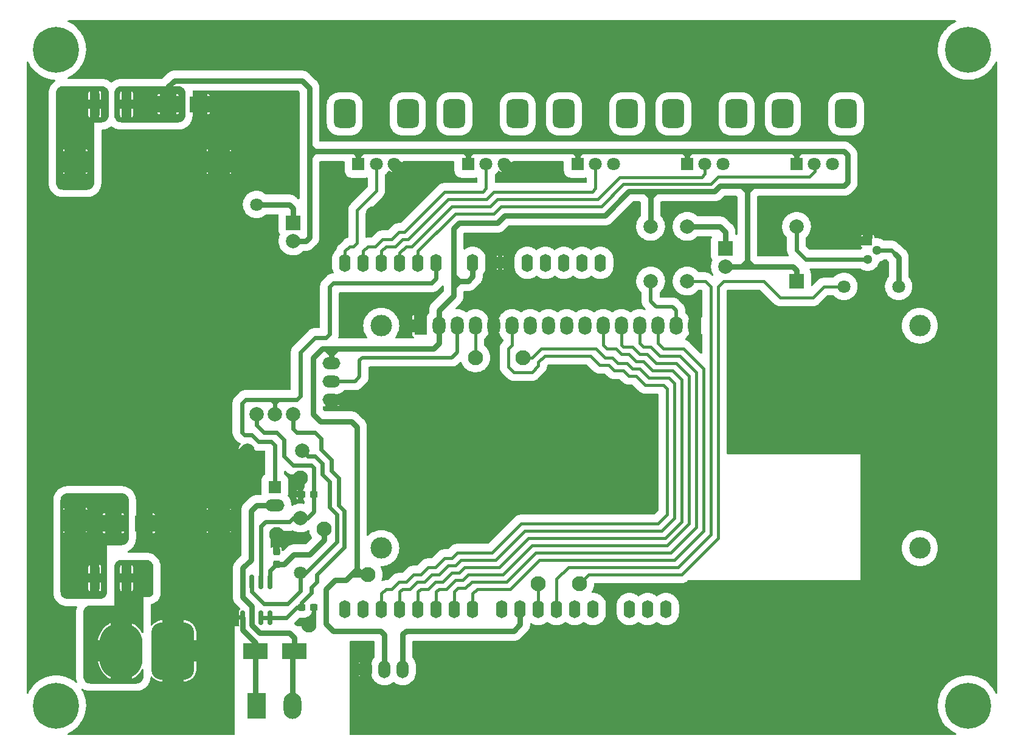
<source format=gbr>
%TF.GenerationSoftware,KiCad,Pcbnew,(6.0.8)*%
%TF.CreationDate,2022-11-09T11:36:30+07:00*%
%TF.ProjectId,SPEED_CONTROL,53504545-445f-4434-9f4e-54524f4c2e6b,rev?*%
%TF.SameCoordinates,Original*%
%TF.FileFunction,Copper,L2,Bot*%
%TF.FilePolarity,Positive*%
%FSLAX46Y46*%
G04 Gerber Fmt 4.6, Leading zero omitted, Abs format (unit mm)*
G04 Created by KiCad (PCBNEW (6.0.8)) date 2022-11-09 11:36:30*
%MOMM*%
%LPD*%
G01*
G04 APERTURE LIST*
G04 Aperture macros list*
%AMRoundRect*
0 Rectangle with rounded corners*
0 $1 Rounding radius*
0 $2 $3 $4 $5 $6 $7 $8 $9 X,Y pos of 4 corners*
0 Add a 4 corners polygon primitive as box body*
4,1,4,$2,$3,$4,$5,$6,$7,$8,$9,$2,$3,0*
0 Add four circle primitives for the rounded corners*
1,1,$1+$1,$2,$3*
1,1,$1+$1,$4,$5*
1,1,$1+$1,$6,$7*
1,1,$1+$1,$8,$9*
0 Add four rect primitives between the rounded corners*
20,1,$1+$1,$2,$3,$4,$5,0*
20,1,$1+$1,$4,$5,$6,$7,0*
20,1,$1+$1,$6,$7,$8,$9,0*
20,1,$1+$1,$8,$9,$2,$3,0*%
G04 Aperture macros list end*
%TA.AperFunction,ComponentPad*%
%ADD10R,1.800000X1.800000*%
%TD*%
%TA.AperFunction,ComponentPad*%
%ADD11C,1.800000*%
%TD*%
%TA.AperFunction,ComponentPad*%
%ADD12RoundRect,0.750000X0.750000X-1.250000X0.750000X1.250000X-0.750000X1.250000X-0.750000X-1.250000X0*%
%TD*%
%TA.AperFunction,ComponentPad*%
%ADD13C,2.000000*%
%TD*%
%TA.AperFunction,ComponentPad*%
%ADD14C,3.000000*%
%TD*%
%TA.AperFunction,ComponentPad*%
%ADD15R,1.800000X2.600000*%
%TD*%
%TA.AperFunction,ComponentPad*%
%ADD16O,1.800000X2.600000*%
%TD*%
%TA.AperFunction,ComponentPad*%
%ADD17C,6.400000*%
%TD*%
%TA.AperFunction,ComponentPad*%
%ADD18R,2.500000X3.660000*%
%TD*%
%TA.AperFunction,ComponentPad*%
%ADD19O,2.500000X3.660000*%
%TD*%
%TA.AperFunction,ComponentPad*%
%ADD20R,1.700000X1.700000*%
%TD*%
%TA.AperFunction,ComponentPad*%
%ADD21O,2.660000X1.700000*%
%TD*%
%TA.AperFunction,ComponentPad*%
%ADD22R,2.000000X2.000000*%
%TD*%
%TA.AperFunction,ComponentPad*%
%ADD23O,2.500000X1.660000*%
%TD*%
%TA.AperFunction,ComponentPad*%
%ADD24RoundRect,1.500000X1.500000X2.500000X-1.500000X2.500000X-1.500000X-2.500000X1.500000X-2.500000X0*%
%TD*%
%TA.AperFunction,ComponentPad*%
%ADD25O,6.000000X8.000000*%
%TD*%
%TA.AperFunction,ComponentPad*%
%ADD26O,3.000000X5.000000*%
%TD*%
%TA.AperFunction,ComponentPad*%
%ADD27R,1.300000X1.300000*%
%TD*%
%TA.AperFunction,ComponentPad*%
%ADD28C,1.300000*%
%TD*%
%TA.AperFunction,ComponentPad*%
%ADD29O,1.700000X2.500000*%
%TD*%
%TA.AperFunction,SMDPad,CuDef*%
%ADD30R,2.500000X2.300000*%
%TD*%
%TA.AperFunction,SMDPad,CuDef*%
%ADD31RoundRect,0.150000X0.150000X-0.825000X0.150000X0.825000X-0.150000X0.825000X-0.150000X-0.825000X0*%
%TD*%
%TA.AperFunction,SMDPad,CuDef*%
%ADD32R,3.500000X2.300000*%
%TD*%
%TA.AperFunction,ComponentPad*%
%ADD33O,1.600000X2.500000*%
%TD*%
%TA.AperFunction,SMDPad,CuDef*%
%ADD34RoundRect,0.237500X-0.300000X-0.237500X0.300000X-0.237500X0.300000X0.237500X-0.300000X0.237500X0*%
%TD*%
%TA.AperFunction,SMDPad,CuDef*%
%ADD35RoundRect,0.250000X-0.400000X-1.450000X0.400000X-1.450000X0.400000X1.450000X-0.400000X1.450000X0*%
%TD*%
%TA.AperFunction,SMDPad,CuDef*%
%ADD36RoundRect,0.237500X0.300000X0.237500X-0.300000X0.237500X-0.300000X-0.237500X0.300000X-0.237500X0*%
%TD*%
%TA.AperFunction,SMDPad,CuDef*%
%ADD37RoundRect,0.237500X0.237500X-0.300000X0.237500X0.300000X-0.237500X0.300000X-0.237500X-0.300000X0*%
%TD*%
%TA.AperFunction,SMDPad,CuDef*%
%ADD38RoundRect,0.250000X0.400000X1.450000X-0.400000X1.450000X-0.400000X-1.450000X0.400000X-1.450000X0*%
%TD*%
%TA.AperFunction,ViaPad*%
%ADD39C,2.100000*%
%TD*%
%TA.AperFunction,Conductor*%
%ADD40C,0.762000*%
%TD*%
%TA.AperFunction,Conductor*%
%ADD41C,0.609600*%
%TD*%
%TA.AperFunction,Conductor*%
%ADD42C,0.406400*%
%TD*%
%TA.AperFunction,Conductor*%
%ADD43C,0.508000*%
%TD*%
G04 APERTURE END LIST*
D10*
%TO.P,RV2,1,1*%
%TO.N,+5V*%
X138684000Y-46436000D03*
D11*
%TO.P,RV2,2,2*%
%TO.N,/KP*%
X141184000Y-46436000D03*
%TO.P,RV2,3,3*%
%TO.N,GND*%
X143684000Y-46436000D03*
D12*
%TO.P,RV2,MP*%
%TO.N,N/C*%
X136784000Y-39436000D03*
X145584000Y-39436000D03*
%TD*%
D11*
%TO.P,R2,1*%
%TO.N,Net-(D3-Pad1)*%
X63500000Y-52070000D03*
%TO.P,R2,2*%
%TO.N,GND*%
X63500000Y-59690000D03*
%TD*%
D13*
%TO.P,R3,1*%
%TO.N,+5V*%
X118364000Y-55118000D03*
%TO.P,R3,2*%
%TO.N,Net-(DS1-Pad15)*%
X118364000Y-62738000D03*
%TD*%
D14*
%TO.P,DS1,*%
%TO.N,*%
X80864900Y-99971200D03*
X80864900Y-68970500D03*
X155863480Y-99971200D03*
X155864000Y-68970500D03*
D15*
%TO.P,DS1,1,VSS*%
%TO.N,GND*%
X86364000Y-68970500D03*
D16*
%TO.P,DS1,2,VDD*%
%TO.N,+5V*%
X88904000Y-68970500D03*
%TO.P,DS1,3,VO*%
%TO.N,Net-(DS1-Pad3)*%
X91444000Y-68970500D03*
%TO.P,DS1,4,RS*%
%TO.N,/RS*%
X93984000Y-68970500D03*
%TO.P,DS1,5,R/W*%
%TO.N,GND*%
X96524000Y-68970500D03*
%TO.P,DS1,6,E*%
%TO.N,/E*%
X99064000Y-68970500D03*
%TO.P,DS1,7,D0*%
%TO.N,unconnected-(DS1-Pad7)*%
X101604000Y-68970500D03*
%TO.P,DS1,8,D1*%
%TO.N,unconnected-(DS1-Pad8)*%
X104144000Y-68970500D03*
%TO.P,DS1,9,D2*%
%TO.N,unconnected-(DS1-Pad9)*%
X106684000Y-68970500D03*
%TO.P,DS1,10,D3*%
%TO.N,unconnected-(DS1-Pad10)*%
X109224000Y-68970500D03*
%TO.P,DS1,11,D4*%
%TO.N,/D4*%
X111764000Y-68970500D03*
%TO.P,DS1,12,D5*%
%TO.N,/D5*%
X114304000Y-68970500D03*
%TO.P,DS1,13,D6*%
%TO.N,/D6*%
X116844000Y-68970500D03*
%TO.P,DS1,14,D7*%
%TO.N,/D7*%
X119384000Y-68970500D03*
%TO.P,DS1,15,LED(+)*%
%TO.N,Net-(DS1-Pad15)*%
X121924000Y-68970500D03*
%TO.P,DS1,16,LED(-)*%
%TO.N,GND*%
X124464000Y-68970500D03*
%TD*%
D17*
%TO.P,H1,1*%
%TO.N,N/C*%
X162560000Y-30480000D03*
%TD*%
D13*
%TO.P,R5,1*%
%TO.N,GND*%
X62230000Y-86360000D03*
%TO.P,R5,2*%
%TO.N,Net-(R5-Pad2)*%
X69850000Y-86360000D03*
%TD*%
D18*
%TO.P,J3,1,Pin_1*%
%TO.N,GND*%
X63500000Y-121920000D03*
D19*
%TO.P,J3,2,Pin_2*%
%TO.N,/MOTOR_SEN*%
X68500000Y-121920000D03*
%TD*%
D17*
%TO.P,H2,1*%
%TO.N,N/C*%
X162560000Y-121920000D03*
%TD*%
%TO.P,H4,1*%
%TO.N,N/C*%
X35560000Y-30480000D03*
%TD*%
D20*
%TO.P,J2,1,Pin_1*%
%TO.N,/TACHO*%
X66040000Y-91440000D03*
D21*
%TO.P,J2,2,Pin_2*%
%TO.N,/MOTOR_SEN*%
X66040000Y-93980000D03*
%TD*%
D11*
%TO.P,R6,1*%
%TO.N,Net-(R5-Pad2)*%
X69596000Y-103378000D03*
D13*
%TO.P,R6,2*%
%TO.N,/TACHO_2*%
X69596000Y-95758000D03*
%TD*%
D11*
%TO.P,R4,1*%
%TO.N,/BUZZER*%
X145288000Y-63500000D03*
%TO.P,R4,2*%
%TO.N,Net-(Q1-Pad2)*%
X152908000Y-63500000D03*
%TD*%
D13*
%TO.P,J5,1,Pin_1*%
%TO.N,/TACHO_2*%
X63500000Y-81280000D03*
%TO.P,J5,2,Pin_2*%
%TO.N,/TACHO*%
X66040000Y-81280000D03*
%TO.P,J5,3,Pin_3*%
%TO.N,/TACHO_1*%
X68580000Y-81280000D03*
%TD*%
D22*
%TO.P,D3,1,K*%
%TO.N,Net-(D3-Pad1)*%
X68580000Y-54610000D03*
D13*
%TO.P,D3,2,A*%
%TO.N,+5V*%
X68580000Y-57150000D03*
%TD*%
D23*
%TO.P,RV6,1,1*%
%TO.N,+5V*%
X73914000Y-74168000D03*
%TO.P,RV6,2,2*%
%TO.N,Net-(DS1-Pad3)*%
X73914000Y-76708000D03*
%TO.P,RV6,3,3*%
%TO.N,GND*%
X73914000Y-79248000D03*
%TD*%
D22*
%TO.P,BZ1,1,-*%
%TO.N,+5V*%
X138684000Y-62728000D03*
D13*
%TO.P,BZ1,2,+*%
%TO.N,Net-(BZ1-Pad2)*%
X138684000Y-55128000D03*
%TD*%
D24*
%TO.P,J4,1,Pin_1*%
%TO.N,GND*%
X51860000Y-114300000D03*
D25*
%TO.P,J4,2,Pin_2*%
%TO.N,Net-(J4-Pad2)*%
X44660000Y-114300000D03*
%TD*%
D10*
%TO.P,RV1,1,1*%
%TO.N,+5V*%
X92964000Y-46436000D03*
D11*
%TO.P,RV1,2,2*%
%TO.N,/SP*%
X95464000Y-46436000D03*
%TO.P,RV1,3,3*%
%TO.N,GND*%
X97964000Y-46436000D03*
D12*
%TO.P,RV1,MP*%
%TO.N,N/C*%
X99864000Y-39436000D03*
X91064000Y-39436000D03*
%TD*%
D13*
%TO.P,R1,1*%
%TO.N,Net-(D1-Pad1)*%
X123444000Y-55118000D03*
%TO.P,R1,2*%
%TO.N,/LED*%
X123444000Y-62738000D03*
%TD*%
D10*
%TO.P,RV3,1,1*%
%TO.N,+5V*%
X123444000Y-46436000D03*
D11*
%TO.P,RV3,2,2*%
%TO.N,/KI*%
X125944000Y-46436000D03*
%TO.P,RV3,3,3*%
%TO.N,GND*%
X128444000Y-46436000D03*
D12*
%TO.P,RV3,MP*%
%TO.N,N/C*%
X130344000Y-39436000D03*
X121544000Y-39436000D03*
%TD*%
D10*
%TO.P,RV5,1,1*%
%TO.N,+5V*%
X77684000Y-46436000D03*
D11*
%TO.P,RV5,2,2*%
%TO.N,/TS*%
X80184000Y-46436000D03*
%TO.P,RV5,3,3*%
%TO.N,GND*%
X82684000Y-46436000D03*
D12*
%TO.P,RV5,MP*%
%TO.N,N/C*%
X84584000Y-39436000D03*
X75784000Y-39436000D03*
%TD*%
D22*
%TO.P,D1,1,K*%
%TO.N,Net-(D1-Pad1)*%
X128778000Y-58161000D03*
D13*
%TO.P,D1,2,A*%
%TO.N,+5V*%
X128778000Y-60701000D03*
%TD*%
D26*
%TO.P,U2,1,IN+*%
%TO.N,+12V*%
X38260000Y-96120000D03*
%TO.P,U2,2,IN-*%
%TO.N,GND*%
X58260000Y-96120000D03*
%TO.P,U2,3,OUT+*%
%TO.N,Net-(F2-Pad1)*%
X38260000Y-46120000D03*
%TO.P,U2,4,OUT-*%
%TO.N,GND*%
X58260000Y-46120000D03*
%TD*%
D17*
%TO.P,H3,1*%
%TO.N,N/C*%
X35560000Y-121920000D03*
%TD*%
D27*
%TO.P,Q1,1,E*%
%TO.N,GND*%
X148590000Y-57150000D03*
D28*
%TO.P,Q1,2,B*%
%TO.N,Net-(Q1-Pad2)*%
X149860000Y-58420000D03*
%TO.P,Q1,3,C*%
%TO.N,Net-(BZ1-Pad2)*%
X148590000Y-59690000D03*
%TD*%
D10*
%TO.P,RV4,1,1*%
%TO.N,+5V*%
X108204000Y-46436000D03*
D11*
%TO.P,RV4,2,2*%
%TO.N,/KD*%
X110704000Y-46436000D03*
%TO.P,RV4,3,3*%
%TO.N,GND*%
X113204000Y-46436000D03*
D12*
%TO.P,RV4,MP*%
%TO.N,N/C*%
X106304000Y-39436000D03*
X115104000Y-39436000D03*
%TD*%
D29*
%TO.P,J1,1,Pin_1*%
%TO.N,GND*%
X78755000Y-116840000D03*
%TO.P,J1,2,Pin_2*%
%TO.N,+5V*%
X81295000Y-116840000D03*
%TO.P,J1,3,Pin_3*%
%TO.N,/PWM*%
X83835000Y-116840000D03*
%TD*%
D30*
%TO.P,D4,1,K*%
%TO.N,+5V*%
X51190000Y-38100000D03*
%TO.P,D4,2,A*%
%TO.N,GND*%
X55490000Y-38100000D03*
%TD*%
D31*
%TO.P,U1,1*%
%TO.N,/TACHO_1*%
X65405000Y-109663000D03*
%TO.P,U1,2,-*%
X64135000Y-109663000D03*
%TO.P,U1,3,+*%
%TO.N,/MOTOR_SEN*%
X62865000Y-109663000D03*
%TO.P,U1,4,V-*%
%TO.N,GND*%
X61595000Y-109663000D03*
%TO.P,U1,5,+*%
%TO.N,/MOTOR_SEN*%
X61595000Y-104713000D03*
%TO.P,U1,6,-*%
%TO.N,Net-(R5-Pad2)*%
X62865000Y-104713000D03*
%TO.P,U1,7*%
%TO.N,/TACHO_2*%
X64135000Y-104713000D03*
%TO.P,U1,8,V+*%
%TO.N,+5V*%
X65405000Y-104713000D03*
%TD*%
D32*
%TO.P,D5,1,K*%
%TO.N,/MOTOR_SEN*%
X68740000Y-114300000D03*
%TO.P,D5,2,A*%
%TO.N,GND*%
X63340000Y-114300000D03*
%TD*%
D33*
%TO.P,A1,1,NC*%
%TO.N,unconnected-(A1-Pad1)*%
X111379000Y-60198000D03*
%TO.P,A1,2,IOREF*%
%TO.N,unconnected-(A1-Pad2)*%
X108839000Y-60198000D03*
%TO.P,A1,3,~{RESET}*%
%TO.N,unconnected-(A1-Pad3)*%
X106299000Y-60198000D03*
%TO.P,A1,4,3V3*%
%TO.N,unconnected-(A1-Pad4)*%
X103759000Y-60198000D03*
%TO.P,A1,5,+5V*%
%TO.N,unconnected-(A1-Pad5)*%
X101219000Y-60198000D03*
%TO.P,A1,6,GND*%
%TO.N,GND*%
X98679000Y-60198000D03*
%TO.P,A1,7,GND*%
X96139000Y-60198000D03*
%TO.P,A1,8,VIN*%
%TO.N,+5V*%
X93599000Y-60198000D03*
%TO.P,A1,9,A0*%
%TO.N,/TACHO*%
X88519000Y-60198000D03*
%TO.P,A1,10,A1*%
%TO.N,/KP*%
X85979000Y-60198000D03*
%TO.P,A1,11,A2*%
%TO.N,/KI*%
X83439000Y-60198000D03*
%TO.P,A1,12,A3*%
%TO.N,/KD*%
X80899000Y-60198000D03*
%TO.P,A1,13,SDA/A4*%
%TO.N,/SP*%
X78359000Y-60198000D03*
%TO.P,A1,14,SCL/A5*%
%TO.N,/TS*%
X75819000Y-60198000D03*
%TO.P,A1,15,D0/RX*%
%TO.N,unconnected-(A1-Pad15)*%
X75819000Y-108458000D03*
%TO.P,A1,16,D1/TX*%
%TO.N,unconnected-(A1-Pad16)*%
X78359000Y-108458000D03*
%TO.P,A1,17,D2*%
%TO.N,/E*%
X80899000Y-108458000D03*
%TO.P,A1,18,D3*%
%TO.N,/RS*%
X83439000Y-108458000D03*
%TO.P,A1,19,D4*%
%TO.N,/D4*%
X85979000Y-108458000D03*
%TO.P,A1,20,D5*%
%TO.N,/D5*%
X88519000Y-108458000D03*
%TO.P,A1,21,D6*%
%TO.N,/D6*%
X91059000Y-108458000D03*
%TO.P,A1,22,D7*%
%TO.N,/D7*%
X93599000Y-108458000D03*
%TO.P,A1,23,D8*%
%TO.N,unconnected-(A1-Pad23)*%
X97659000Y-108458000D03*
%TO.P,A1,24,D9*%
%TO.N,/PWM*%
X100199000Y-108458000D03*
%TO.P,A1,25,D10*%
%TO.N,/BUZZER*%
X102739000Y-108458000D03*
%TO.P,A1,26,D11*%
%TO.N,/LED*%
X105279000Y-108458000D03*
%TO.P,A1,27,D12*%
%TO.N,unconnected-(A1-Pad27)*%
X107819000Y-108458000D03*
%TO.P,A1,28,D13*%
%TO.N,unconnected-(A1-Pad28)*%
X110359000Y-108458000D03*
%TO.P,A1,29,GND*%
%TO.N,GND*%
X112899000Y-108458000D03*
%TO.P,A1,30,AREF*%
%TO.N,unconnected-(A1-Pad30)*%
X115439000Y-108458000D03*
%TO.P,A1,31,SDA/A4*%
%TO.N,unconnected-(A1-Pad31)*%
X117979000Y-108458000D03*
%TO.P,A1,32,SCL/A5*%
%TO.N,unconnected-(A1-Pad32)*%
X120519000Y-108458000D03*
%TD*%
D34*
%TO.P,C1,1*%
%TO.N,/TACHO_1*%
X69749500Y-108204000D03*
%TO.P,C1,2*%
%TO.N,GND*%
X71474500Y-108204000D03*
%TD*%
D35*
%TO.P,F2,1*%
%TO.N,Net-(F2-Pad1)*%
X40955000Y-38100000D03*
%TO.P,F2,2*%
%TO.N,+5V*%
X45405000Y-38100000D03*
%TD*%
D36*
%TO.P,C2,1*%
%TO.N,/TACHO_2*%
X71474500Y-92456000D03*
%TO.P,C2,2*%
%TO.N,GND*%
X69749500Y-92456000D03*
%TD*%
D30*
%TO.P,D2,1,A*%
%TO.N,GND*%
X47870000Y-96520000D03*
%TO.P,D2,2,K*%
%TO.N,+12V*%
X43570000Y-96520000D03*
%TD*%
D37*
%TO.P,C3,1*%
%TO.N,+5V*%
X66294000Y-102208500D03*
%TO.P,C3,2*%
%TO.N,GND*%
X66294000Y-100483500D03*
%TD*%
D38*
%TO.P,F1,1*%
%TO.N,Net-(J4-Pad2)*%
X45405000Y-104140000D03*
%TO.P,F1,2*%
%TO.N,+12V*%
X40955000Y-104140000D03*
%TD*%
D39*
%TO.N,GND*%
X78740000Y-123190000D03*
X117094000Y-85344000D03*
X70815200Y-110693200D03*
X91948000Y-115316000D03*
X76200000Y-68580000D03*
X79756000Y-53340000D03*
X58420000Y-109982000D03*
X78740000Y-120650000D03*
X95504000Y-115316000D03*
X132334000Y-82804000D03*
X132334000Y-80264000D03*
X66954400Y-48463200D03*
X95504000Y-97028000D03*
X66294000Y-98044000D03*
X117094000Y-80264000D03*
X91948000Y-97028000D03*
X86360000Y-65278000D03*
X149733000Y-48468000D03*
X58420000Y-112776000D03*
X76200000Y-66040000D03*
X94234000Y-65278000D03*
X124460000Y-65786000D03*
X69596000Y-90170000D03*
X99568000Y-56388000D03*
X63500000Y-66040000D03*
X117094000Y-82804000D03*
X131572000Y-65786000D03*
X63500000Y-68580000D03*
X132334000Y-85344000D03*
%TO.N,+5V*%
X72898000Y-97282000D03*
X78994000Y-103632000D03*
%TO.N,/BUZZER*%
X108458000Y-104902000D03*
X102743000Y-104902000D03*
%TO.N,/RS*%
X100584000Y-73406000D03*
X93980000Y-73406000D03*
%TD*%
D40*
%TO.N,GND*%
X63340000Y-113124000D02*
X63340000Y-114300000D01*
X96520000Y-65278000D02*
X96524000Y-65282000D01*
X61595000Y-109663000D02*
X61595000Y-111379000D01*
X96524000Y-66036000D02*
X96524000Y-68970500D01*
X63340000Y-114300000D02*
X63340000Y-121760000D01*
X63340000Y-121760000D02*
X63500000Y-121920000D01*
X96524000Y-77974000D02*
X96524000Y-68970500D01*
X94234000Y-65278000D02*
X95758000Y-65278000D01*
D41*
X69596000Y-90170000D02*
X69596000Y-92302500D01*
X71474500Y-110033900D02*
X70815200Y-110693200D01*
D40*
X124464000Y-68970500D02*
X124464000Y-65790000D01*
X124464000Y-65790000D02*
X124460000Y-65786000D01*
X95758000Y-65278000D02*
X96520000Y-64516000D01*
X96524000Y-65282000D02*
X96524000Y-66036000D01*
X96520000Y-62230000D02*
X96520000Y-64516000D01*
D41*
X71474500Y-108204000D02*
X71474500Y-110033900D01*
X66294000Y-98044000D02*
X66294000Y-100483500D01*
D40*
X96139000Y-60198000D02*
X96139000Y-61849000D01*
X96520000Y-64516000D02*
X96520000Y-65278000D01*
X95758000Y-65278000D02*
X95766000Y-65278000D01*
X96139000Y-61849000D02*
X96520000Y-62230000D01*
X61595000Y-111379000D02*
X63340000Y-113124000D01*
X95766000Y-65278000D02*
X96524000Y-66036000D01*
X95250000Y-79248000D02*
X96524000Y-77974000D01*
D41*
X69596000Y-92302500D02*
X69749500Y-92456000D01*
D40*
X73914000Y-79248000D02*
X95250000Y-79248000D01*
X63500000Y-114460000D02*
X63340000Y-114300000D01*
%TO.N,+5V*%
X90932000Y-55372000D02*
X91694000Y-54610000D01*
X138684000Y-45166000D02*
X139192000Y-44658000D01*
X70866000Y-45720000D02*
X70866000Y-45374000D01*
X70866000Y-45720000D02*
X70866000Y-43942000D01*
X77684000Y-45206000D02*
X77684000Y-46436000D01*
X71582000Y-44658000D02*
X70866000Y-43942000D01*
X80772000Y-111506000D02*
X74168000Y-111506000D01*
X138684000Y-45166000D02*
X138176000Y-44658000D01*
X88904000Y-66798000D02*
X88904000Y-68970500D01*
X108712000Y-44658000D02*
X108204000Y-45166000D01*
X73152000Y-72136000D02*
X75692000Y-72136000D01*
X137287000Y-44658000D02*
X139192000Y-44658000D01*
X115362000Y-50246000D02*
X116886000Y-50246000D01*
X93599000Y-62103000D02*
X93599000Y-60198000D01*
X121666000Y-44658000D02*
X108712000Y-44658000D01*
D41*
X65405000Y-103097500D02*
X66294000Y-102208500D01*
D40*
X70866000Y-43942000D02*
X70866000Y-35814000D01*
X121666000Y-44658000D02*
X122936000Y-44658000D01*
X107442000Y-44658000D02*
X93472000Y-44658000D01*
X92456000Y-44658000D02*
X92964000Y-45166000D01*
X123952000Y-44658000D02*
X121666000Y-44658000D01*
X90932000Y-63500000D02*
X91694000Y-62738000D01*
X67336500Y-102208500D02*
X66294000Y-102208500D01*
X132588000Y-60706000D02*
X138176000Y-60706000D01*
X75692000Y-72136000D02*
X74676000Y-72136000D01*
X145796000Y-48976000D02*
X145288000Y-49484000D01*
X81295000Y-116840000D02*
X81295000Y-112029000D01*
X91694000Y-62738000D02*
X90932000Y-61976000D01*
X137287000Y-44658000D02*
X123952000Y-44658000D01*
X88138000Y-72136000D02*
X75692000Y-72136000D01*
X70866000Y-48260000D02*
X70866000Y-46228000D01*
X75946000Y-104394000D02*
X76708000Y-103632000D01*
X52070000Y-34798000D02*
X51190000Y-35678000D01*
X108712000Y-44658000D02*
X107442000Y-44658000D01*
X72898000Y-97282000D02*
X72898000Y-98806000D01*
X74422000Y-104394000D02*
X75946000Y-104394000D01*
X139192000Y-44658000D02*
X145288000Y-44658000D01*
X90932000Y-63500000D02*
X90932000Y-64770000D01*
X70358000Y-57150000D02*
X70866000Y-56642000D01*
X71374000Y-81280000D02*
X71374000Y-73406000D01*
X138176000Y-44658000D02*
X137287000Y-44658000D01*
X72898000Y-98806000D02*
X70866000Y-100838000D01*
X112014000Y-53594000D02*
X115362000Y-50246000D01*
X91440000Y-44658000D02*
X92456000Y-44658000D01*
X107696000Y-44658000D02*
X108204000Y-45166000D01*
X78232000Y-44658000D02*
X76708000Y-44658000D01*
X76708000Y-103632000D02*
X78232000Y-103632000D01*
X131826000Y-50246000D02*
X131064000Y-49484000D01*
X88904000Y-68970500D02*
X88904000Y-71370000D01*
X118364000Y-51008000D02*
X119126000Y-50246000D01*
X68707000Y-100838000D02*
X67336500Y-102208500D01*
X73914000Y-72898000D02*
X73914000Y-74168000D01*
X92964000Y-62738000D02*
X93599000Y-62103000D01*
X71374000Y-73406000D02*
X72644000Y-72136000D01*
X76708000Y-103632000D02*
X77470000Y-102870000D01*
X131826000Y-59944000D02*
X132588000Y-60706000D01*
X77470000Y-102870000D02*
X77470000Y-83058000D01*
X123952000Y-44658000D02*
X123444000Y-45166000D01*
X98044000Y-53594000D02*
X112014000Y-53594000D01*
X70866000Y-56642000D02*
X70866000Y-48260000D01*
X72390000Y-82296000D02*
X71374000Y-81280000D01*
X68580000Y-57150000D02*
X70358000Y-57150000D01*
X76708000Y-44658000D02*
X77136000Y-44658000D01*
X119126000Y-50246000D02*
X117602000Y-50246000D01*
X131069000Y-60701000D02*
X131826000Y-59944000D01*
X78232000Y-44658000D02*
X77684000Y-45206000D01*
X70866000Y-100838000D02*
X68707000Y-100838000D01*
X70866000Y-45374000D02*
X71582000Y-44658000D01*
X90932000Y-61976000D02*
X90932000Y-63500000D01*
X138684000Y-61214000D02*
X138684000Y-62728000D01*
X127254000Y-50246000D02*
X119126000Y-50246000D01*
X77470000Y-83058000D02*
X76708000Y-82296000D01*
X70866000Y-46228000D02*
X70866000Y-45720000D01*
D41*
X65405000Y-104713000D02*
X65405000Y-103097500D01*
D40*
X108204000Y-45166000D02*
X108204000Y-46436000D01*
X73152000Y-110490000D02*
X73152000Y-105664000D01*
X76708000Y-44658000D02*
X71582000Y-44658000D01*
X128016000Y-49484000D02*
X127254000Y-50246000D01*
X131064000Y-49484000D02*
X128016000Y-49484000D01*
X145288000Y-49484000D02*
X132588000Y-49484000D01*
X131826000Y-50246000D02*
X131826000Y-59944000D01*
X88904000Y-71370000D02*
X88138000Y-72136000D01*
X73152000Y-105664000D02*
X74422000Y-104394000D01*
X51190000Y-35678000D02*
X51190000Y-38100000D01*
X131074000Y-60706000D02*
X131069000Y-60701000D01*
X122936000Y-44658000D02*
X123444000Y-45166000D01*
X97028000Y-54610000D02*
X98044000Y-53594000D01*
X81295000Y-112029000D02*
X80772000Y-111506000D01*
X74168000Y-111506000D02*
X73152000Y-110490000D01*
X138684000Y-46436000D02*
X138684000Y-45166000D01*
X93472000Y-44658000D02*
X91440000Y-44658000D01*
X70866000Y-35814000D02*
X69850000Y-34798000D01*
X72644000Y-72136000D02*
X73152000Y-72136000D01*
X92964000Y-45166000D02*
X92964000Y-46436000D01*
X76708000Y-82296000D02*
X72390000Y-82296000D01*
X117602000Y-50246000D02*
X116886000Y-50246000D01*
X128778000Y-60701000D02*
X131069000Y-60701000D01*
X90932000Y-64770000D02*
X88904000Y-66798000D01*
X145796000Y-45166000D02*
X145796000Y-48976000D01*
X74676000Y-72136000D02*
X73914000Y-72898000D01*
X131826000Y-50246000D02*
X132588000Y-49484000D01*
X73914000Y-72898000D02*
X73152000Y-72136000D01*
X117602000Y-50246000D02*
X118364000Y-51008000D01*
X145288000Y-44658000D02*
X145796000Y-45166000D01*
X107442000Y-44658000D02*
X107696000Y-44658000D01*
X132588000Y-60706000D02*
X131074000Y-60706000D01*
X132588000Y-49484000D02*
X131064000Y-49484000D01*
X77470000Y-102870000D02*
X78232000Y-103632000D01*
X91440000Y-44658000D02*
X78232000Y-44658000D01*
X69850000Y-34798000D02*
X52070000Y-34798000D01*
X93472000Y-44658000D02*
X92964000Y-45166000D01*
X91694000Y-54610000D02*
X97028000Y-54610000D01*
X78232000Y-103632000D02*
X78994000Y-103632000D01*
X77136000Y-44658000D02*
X77684000Y-45206000D01*
X123444000Y-45166000D02*
X123444000Y-46436000D01*
X92964000Y-62738000D02*
X91694000Y-62738000D01*
X118364000Y-51008000D02*
X118364000Y-55118000D01*
X138176000Y-60706000D02*
X138684000Y-61214000D01*
X90932000Y-61976000D02*
X90932000Y-55372000D01*
D41*
%TO.N,/TACHO*%
X88519000Y-62357000D02*
X88519000Y-60198000D01*
X73152000Y-70612000D02*
X73660000Y-70104000D01*
X63754000Y-85090000D02*
X62865000Y-84201000D01*
X66040000Y-91440000D02*
X66040000Y-85598000D01*
X66040000Y-80264000D02*
X66040000Y-79756000D01*
X69596000Y-78740000D02*
X69596000Y-72644000D01*
X61468000Y-79756000D02*
X61976000Y-79248000D01*
X69088000Y-79248000D02*
X69596000Y-78740000D01*
X71628000Y-70612000D02*
X73152000Y-70612000D01*
X61468000Y-83820000D02*
X61468000Y-79756000D01*
X65532000Y-79248000D02*
X66548000Y-79248000D01*
X61976000Y-79248000D02*
X65532000Y-79248000D01*
X62865000Y-84201000D02*
X61849000Y-84201000D01*
X73660000Y-70104000D02*
X73660000Y-63500000D01*
X61849000Y-84201000D02*
X61468000Y-83820000D01*
X66040000Y-80264000D02*
X66040000Y-81280000D01*
X74168000Y-62992000D02*
X87884000Y-62992000D01*
X66040000Y-79756000D02*
X66548000Y-79248000D01*
X65532000Y-85090000D02*
X63754000Y-85090000D01*
X65532000Y-79248000D02*
X66040000Y-79756000D01*
X87884000Y-62992000D02*
X88519000Y-62357000D01*
X73660000Y-63500000D02*
X74168000Y-62992000D01*
X66548000Y-79248000D02*
X69088000Y-79248000D01*
X66040000Y-85598000D02*
X65532000Y-85090000D01*
X69596000Y-72644000D02*
X71628000Y-70612000D01*
D42*
%TO.N,/D4*%
X116332000Y-73914000D02*
X115316000Y-72898000D01*
X85979000Y-106045000D02*
X86360000Y-105664000D01*
X111764000Y-71632000D02*
X111764000Y-68970500D01*
X114300000Y-72898000D02*
X113538000Y-72136000D01*
X90678000Y-103378000D02*
X91694000Y-103378000D01*
X89408000Y-104648000D02*
X90678000Y-103378000D01*
X121412000Y-75184000D02*
X118618000Y-75184000D01*
X85979000Y-108458000D02*
X85979000Y-106045000D01*
X122682000Y-76454000D02*
X121412000Y-75184000D01*
X91694000Y-103378000D02*
X92456000Y-102616000D01*
X113538000Y-72136000D02*
X112268000Y-72136000D01*
X117348000Y-73914000D02*
X116332000Y-73914000D01*
X115316000Y-72898000D02*
X114300000Y-72898000D01*
X112268000Y-72136000D02*
X111764000Y-71632000D01*
X118618000Y-75184000D02*
X117348000Y-73914000D01*
X86360000Y-105664000D02*
X87376000Y-105664000D01*
X88392000Y-104648000D02*
X89408000Y-104648000D01*
X92456000Y-102616000D02*
X97282000Y-102616000D01*
X122682000Y-96266000D02*
X122682000Y-76454000D01*
X87376000Y-105664000D02*
X88392000Y-104648000D01*
X120396000Y-98552000D02*
X122682000Y-96266000D01*
X101346000Y-98552000D02*
X120396000Y-98552000D01*
X97282000Y-102616000D02*
X101346000Y-98552000D01*
%TO.N,/D5*%
X121920000Y-74168000D02*
X119126000Y-74168000D01*
X116840000Y-72898000D02*
X115824000Y-71882000D01*
X120650000Y-99568000D02*
X123698000Y-96520000D01*
X92964000Y-103632000D02*
X97790000Y-103632000D01*
X115824000Y-71882000D02*
X114562000Y-71882000D01*
X97790000Y-103632000D02*
X101854000Y-99568000D01*
X117856000Y-72898000D02*
X116840000Y-72898000D01*
X114304000Y-71624000D02*
X114304000Y-68970500D01*
X91186000Y-104394000D02*
X92202000Y-104394000D01*
X114562000Y-71882000D02*
X114304000Y-71624000D01*
X119126000Y-74168000D02*
X117856000Y-72898000D01*
X101854000Y-99568000D02*
X120650000Y-99568000D01*
X92202000Y-104394000D02*
X92964000Y-103632000D01*
X123698000Y-75946000D02*
X121920000Y-74168000D01*
X88519000Y-108458000D02*
X88519000Y-106045000D01*
X123698000Y-96520000D02*
X123698000Y-75946000D01*
X89916000Y-105664000D02*
X91186000Y-104394000D01*
X88519000Y-106045000D02*
X88900000Y-105664000D01*
X88900000Y-105664000D02*
X89916000Y-105664000D01*
%TO.N,/D6*%
X91059000Y-106045000D02*
X91567000Y-105537000D01*
X118364000Y-71882000D02*
X117348000Y-71882000D01*
X124714000Y-97028000D02*
X124714000Y-75438000D01*
X124714000Y-75438000D02*
X122428000Y-73152000D01*
X116844000Y-71378000D02*
X116844000Y-68970500D01*
X121158000Y-100584000D02*
X124714000Y-97028000D01*
X122428000Y-73152000D02*
X119634000Y-73152000D01*
X93472000Y-104648000D02*
X98298000Y-104648000D01*
X91059000Y-108458000D02*
X91059000Y-106045000D01*
X102362000Y-100584000D02*
X121158000Y-100584000D01*
X91567000Y-105537000D02*
X92583000Y-105537000D01*
X98298000Y-104648000D02*
X102362000Y-100584000D01*
X119634000Y-73152000D02*
X118364000Y-71882000D01*
X92583000Y-105537000D02*
X93472000Y-104648000D01*
X117348000Y-71882000D02*
X116844000Y-71378000D01*
%TO.N,/D7*%
X102870000Y-101600000D02*
X121666000Y-101600000D01*
X94234000Y-105664000D02*
X98806000Y-105664000D01*
X125730000Y-97536000D02*
X125730000Y-74930000D01*
X120150000Y-72136000D02*
X119384000Y-71370000D01*
X98806000Y-105664000D02*
X102870000Y-101600000D01*
X93599000Y-108458000D02*
X93599000Y-106299000D01*
X119384000Y-71370000D02*
X119384000Y-68970500D01*
X125730000Y-74930000D02*
X122936000Y-72136000D01*
X93599000Y-106299000D02*
X94234000Y-105664000D01*
X121666000Y-101600000D02*
X125730000Y-97536000D01*
X122936000Y-72136000D02*
X120150000Y-72136000D01*
D40*
%TO.N,Net-(D1-Pad1)*%
X128778000Y-55880000D02*
X128778000Y-58161000D01*
X123444000Y-55118000D02*
X128016000Y-55118000D01*
X128016000Y-55118000D02*
X128778000Y-55880000D01*
%TO.N,Net-(D3-Pad1)*%
X68580000Y-52578000D02*
X68072000Y-52070000D01*
X63500000Y-52070000D02*
X68072000Y-52070000D01*
X68580000Y-54610000D02*
X68580000Y-52578000D01*
%TO.N,/PWM*%
X83835000Y-111999000D02*
X84328000Y-111506000D01*
X99306000Y-111506000D02*
X100199000Y-110613000D01*
X83835000Y-116840000D02*
X83835000Y-111999000D01*
X84328000Y-111506000D02*
X99306000Y-111506000D01*
X100199000Y-110613000D02*
X100199000Y-108458000D01*
D42*
%TO.N,/BUZZER*%
X136398000Y-65024000D02*
X134112000Y-62738000D01*
X102743000Y-104902000D02*
X102743000Y-108454000D01*
X134112000Y-62738000D02*
X128524000Y-62738000D01*
X122682000Y-103632000D02*
X109728000Y-103632000D01*
X142494000Y-63500000D02*
X140970000Y-65024000D01*
X142494000Y-63500000D02*
X145288000Y-63500000D01*
X140970000Y-65024000D02*
X136398000Y-65024000D01*
X128524000Y-62738000D02*
X127762000Y-63500000D01*
X109728000Y-103632000D02*
X108458000Y-104902000D01*
X127762000Y-63500000D02*
X127762000Y-98552000D01*
X127762000Y-98552000D02*
X122682000Y-103632000D01*
X102743000Y-108454000D02*
X102739000Y-108458000D01*
%TO.N,/LED*%
X105279000Y-108458000D02*
X105279000Y-104271000D01*
X125984000Y-62738000D02*
X123444000Y-62738000D01*
X106934000Y-102616000D02*
X122174000Y-102616000D01*
X126746000Y-63500000D02*
X125984000Y-62738000D01*
X105279000Y-104271000D02*
X106934000Y-102616000D01*
X122174000Y-102616000D02*
X126746000Y-98044000D01*
X126746000Y-98044000D02*
X126746000Y-63500000D01*
D40*
%TO.N,/MOTOR_SEN*%
X62865000Y-110684633D02*
X62865000Y-109663000D01*
X68740000Y-112428000D02*
X68072000Y-111760000D01*
X68072000Y-111760000D02*
X63940367Y-111760000D01*
X66040000Y-93980000D02*
X63500000Y-93980000D01*
X62738000Y-101600000D02*
X61595000Y-102743000D01*
X63940367Y-111760000D02*
X62865000Y-110684633D01*
X68500000Y-116285000D02*
X68500000Y-114540000D01*
X61595000Y-102743000D02*
X61595000Y-104713000D01*
X68500000Y-114540000D02*
X68740000Y-114300000D01*
X63500000Y-93980000D02*
X62738000Y-94742000D01*
X68740000Y-114300000D02*
X68740000Y-112428000D01*
X62865000Y-108077000D02*
X61595000Y-106807000D01*
X68500000Y-121920000D02*
X68500000Y-116285000D01*
X61595000Y-106807000D02*
X61595000Y-104713000D01*
X62738000Y-94742000D02*
X62738000Y-101600000D01*
X62865000Y-109663000D02*
X62865000Y-108077000D01*
D42*
%TO.N,/SP*%
X95464000Y-46436000D02*
X95464000Y-49824000D01*
X83312000Y-55880000D02*
X82296000Y-56896000D01*
X81026000Y-56896000D02*
X80010000Y-57912000D01*
X82296000Y-56896000D02*
X81026000Y-56896000D01*
X78359000Y-58547000D02*
X78359000Y-60198000D01*
X80010000Y-57912000D02*
X78994000Y-57912000D01*
X84074000Y-55880000D02*
X83312000Y-55880000D01*
X94996000Y-50292000D02*
X89662000Y-50292000D01*
X78994000Y-57912000D02*
X78359000Y-58547000D01*
X95464000Y-49824000D02*
X94996000Y-50292000D01*
X89662000Y-50292000D02*
X84074000Y-55880000D01*
%TO.N,/KP*%
X141224000Y-47452000D02*
X140462000Y-48214000D01*
X111506000Y-52324000D02*
X97536000Y-52324000D01*
X140462000Y-48214000D02*
X127762000Y-48214000D01*
X141224000Y-46476000D02*
X141224000Y-47452000D01*
X114600000Y-49230000D02*
X111506000Y-52324000D01*
X85979000Y-58547000D02*
X85979000Y-60198000D01*
X91186000Y-53340000D02*
X85979000Y-58547000D01*
X97536000Y-52324000D02*
X96520000Y-53340000D01*
X114854000Y-49230000D02*
X114600000Y-49230000D01*
X141184000Y-46436000D02*
X141224000Y-46476000D01*
X96520000Y-53340000D02*
X91186000Y-53340000D01*
X126746000Y-49230000D02*
X114854000Y-49230000D01*
X127762000Y-48214000D02*
X126746000Y-49230000D01*
%TO.N,/KI*%
X96012000Y-52324000D02*
X90678000Y-52324000D01*
X125944000Y-46436000D02*
X125944000Y-47792000D01*
X125476000Y-48260000D02*
X114046000Y-48260000D01*
X97028000Y-51308000D02*
X96012000Y-52324000D01*
X85090000Y-57912000D02*
X84328000Y-57912000D01*
X110998000Y-51308000D02*
X97028000Y-51308000D01*
X83439000Y-58801000D02*
X83439000Y-60198000D01*
X114046000Y-48260000D02*
X110998000Y-51308000D01*
X125944000Y-47792000D02*
X125476000Y-48260000D01*
X90678000Y-52324000D02*
X85090000Y-57912000D01*
X84328000Y-57912000D02*
X83439000Y-58801000D01*
%TO.N,/KD*%
X90170000Y-51308000D02*
X95504000Y-51308000D01*
X95504000Y-51308000D02*
X96520000Y-50292000D01*
X110704000Y-49824000D02*
X110704000Y-46436000D01*
X82804000Y-57912000D02*
X83820000Y-56896000D01*
X80899000Y-60198000D02*
X80899000Y-58547000D01*
X84582000Y-56896000D02*
X90170000Y-51308000D01*
X81534000Y-57912000D02*
X82804000Y-57912000D01*
X80899000Y-58547000D02*
X81534000Y-57912000D01*
X96520000Y-50292000D02*
X110236000Y-50292000D01*
X110236000Y-50292000D02*
X110704000Y-49824000D01*
X83820000Y-56896000D02*
X84582000Y-56896000D01*
%TO.N,/TS*%
X76962000Y-57912000D02*
X76454000Y-57912000D01*
X77470000Y-57404000D02*
X76962000Y-57912000D01*
X80184000Y-50118000D02*
X77470000Y-52832000D01*
X75819000Y-58547000D02*
X76454000Y-57912000D01*
X77470000Y-52832000D02*
X77470000Y-57404000D01*
X80184000Y-46436000D02*
X80184000Y-50118000D01*
X75819000Y-58547000D02*
X75819000Y-60198000D01*
D41*
%TO.N,Net-(BZ1-Pad2)*%
X138684000Y-55128000D02*
X138684000Y-58420000D01*
X139954000Y-59690000D02*
X148590000Y-59690000D01*
X138684000Y-58420000D02*
X139954000Y-59690000D01*
%TO.N,/TACHO_1*%
X73914000Y-87630000D02*
X73914000Y-89154000D01*
X71120000Y-106172000D02*
X69749500Y-107542500D01*
X68580000Y-81280000D02*
X68580000Y-83312000D01*
X73914000Y-89154000D02*
X74930000Y-90170000D01*
X75692000Y-94742000D02*
X75692000Y-99822000D01*
X71882000Y-104648000D02*
X71120000Y-105410000D01*
X74930000Y-93980000D02*
X75692000Y-94742000D01*
X69749500Y-108204000D02*
X69088000Y-108204000D01*
X75692000Y-99822000D02*
X71882000Y-103632000D01*
X69088000Y-108204000D02*
X67629000Y-109663000D01*
X72517000Y-84709000D02*
X72517000Y-86233000D01*
X65405000Y-109663000D02*
X64135000Y-109663000D01*
X67629000Y-109663000D02*
X65405000Y-109663000D01*
X71120000Y-105410000D02*
X71120000Y-106172000D01*
X72517000Y-86233000D02*
X73914000Y-87630000D01*
X68580000Y-83312000D02*
X69088000Y-83820000D01*
X71628000Y-83820000D02*
X72517000Y-84709000D01*
X69749500Y-107542500D02*
X69749500Y-108204000D01*
X71882000Y-103632000D02*
X71882000Y-104648000D01*
X69088000Y-83820000D02*
X71628000Y-83820000D01*
X74930000Y-90170000D02*
X74930000Y-93980000D01*
%TO.N,/TACHO_2*%
X66294000Y-83820000D02*
X64516000Y-83820000D01*
X64135000Y-104713000D02*
X64135000Y-96901000D01*
X68580000Y-95758000D02*
X69596000Y-95758000D01*
X71474500Y-94895500D02*
X70612000Y-95758000D01*
X68580000Y-88392000D02*
X67310000Y-87122000D01*
X67310000Y-84836000D02*
X66294000Y-83820000D01*
X68072000Y-96266000D02*
X68580000Y-95758000D01*
X71474500Y-92456000D02*
X71474500Y-94895500D01*
X71474500Y-88746500D02*
X71120000Y-88392000D01*
X64135000Y-96901000D02*
X64770000Y-96266000D01*
X67310000Y-87122000D02*
X67310000Y-84836000D01*
X71120000Y-88392000D02*
X68580000Y-88392000D01*
X64770000Y-96266000D02*
X68072000Y-96266000D01*
X64516000Y-83820000D02*
X63500000Y-82804000D01*
X70612000Y-95758000D02*
X69596000Y-95758000D01*
X71474500Y-92456000D02*
X71474500Y-88746500D01*
X63500000Y-82804000D02*
X63500000Y-81280000D01*
D43*
%TO.N,Net-(DS1-Pad3)*%
X91444000Y-71632000D02*
X91440000Y-71636000D01*
X77851000Y-76073000D02*
X77216000Y-76708000D01*
X90678000Y-73406000D02*
X78232000Y-73406000D01*
X91440000Y-71636000D02*
X91440000Y-72644000D01*
X77851000Y-73787000D02*
X77851000Y-76073000D01*
X78232000Y-73406000D02*
X77851000Y-73787000D01*
X91444000Y-68970500D02*
X91444000Y-71632000D01*
X77216000Y-76708000D02*
X73914000Y-76708000D01*
X91440000Y-72644000D02*
X90678000Y-73406000D01*
D42*
%TO.N,/RS*%
X84836000Y-105664000D02*
X85852000Y-104648000D01*
X101854000Y-73406000D02*
X100584000Y-73406000D01*
X93984000Y-68970500D02*
X93984000Y-73402000D01*
X121666000Y-95758000D02*
X121666000Y-76962000D01*
X121666000Y-76962000D02*
X120904000Y-76200000D01*
X103124000Y-72136000D02*
X101854000Y-73406000D01*
X118110000Y-76200000D02*
X116840000Y-74930000D01*
X90170000Y-102362000D02*
X91186000Y-102362000D01*
D43*
X93984000Y-73402000D02*
X93980000Y-73406000D01*
D42*
X113030000Y-73406000D02*
X112014000Y-73406000D01*
X110744000Y-72136000D02*
X103124000Y-72136000D01*
X83439000Y-108458000D02*
X83439000Y-106045000D01*
X96774000Y-101600000D02*
X100838000Y-97536000D01*
X119888000Y-97536000D02*
X121666000Y-95758000D01*
X100838000Y-97536000D02*
X119888000Y-97536000D01*
X91948000Y-101600000D02*
X96774000Y-101600000D01*
X115062000Y-74168000D02*
X113792000Y-74168000D01*
X116840000Y-74930000D02*
X115824000Y-74930000D01*
X91186000Y-102362000D02*
X91948000Y-101600000D01*
X85852000Y-104648000D02*
X86868000Y-104648000D01*
X113792000Y-74168000D02*
X113030000Y-73406000D01*
X115824000Y-74930000D02*
X115062000Y-74168000D01*
X88900000Y-103632000D02*
X90170000Y-102362000D01*
X87884000Y-103632000D02*
X88900000Y-103632000D01*
X83820000Y-105664000D02*
X84836000Y-105664000D01*
X83439000Y-106045000D02*
X83820000Y-105664000D01*
X120904000Y-76200000D02*
X118110000Y-76200000D01*
X86868000Y-104648000D02*
X87884000Y-103632000D01*
X112014000Y-73406000D02*
X110744000Y-72136000D01*
%TO.N,/E*%
X117602000Y-77216000D02*
X116332000Y-75946000D01*
X101854000Y-75438000D02*
X99314000Y-75438000D01*
X88392000Y-102616000D02*
X89662000Y-101346000D01*
X103632000Y-73152000D02*
X102743000Y-74041000D01*
X112522000Y-74422000D02*
X111252000Y-74422000D01*
X99314000Y-75438000D02*
X98552000Y-74676000D01*
X85344000Y-103632000D02*
X86360000Y-103632000D01*
X98552000Y-74676000D02*
X98552000Y-72136000D01*
X120142000Y-77216000D02*
X117602000Y-77216000D01*
X80899000Y-108458000D02*
X80899000Y-106299000D01*
X91440000Y-100584000D02*
X96266000Y-100584000D01*
X120650000Y-77724000D02*
X120142000Y-77216000D01*
X119380000Y-96520000D02*
X120650000Y-95250000D01*
X102743000Y-74041000D02*
X102743000Y-74549000D01*
X114554000Y-75184000D02*
X113284000Y-75184000D01*
X115316000Y-75946000D02*
X114554000Y-75184000D01*
X102743000Y-74549000D02*
X101854000Y-75438000D01*
X87376000Y-102616000D02*
X88392000Y-102616000D01*
X82296000Y-105664000D02*
X83312000Y-104648000D01*
X98552000Y-72136000D02*
X99064000Y-71624000D01*
X113284000Y-75184000D02*
X112522000Y-74422000D01*
X90678000Y-101346000D02*
X91440000Y-100584000D01*
X120650000Y-95250000D02*
X120650000Y-77724000D01*
X86360000Y-103632000D02*
X87376000Y-102616000D01*
X80899000Y-106299000D02*
X81534000Y-105664000D01*
X84328000Y-104648000D02*
X85344000Y-103632000D01*
X81534000Y-105664000D02*
X82296000Y-105664000D01*
X83312000Y-104648000D02*
X84328000Y-104648000D01*
X116332000Y-75946000D02*
X115316000Y-75946000D01*
X109982000Y-73152000D02*
X103632000Y-73152000D01*
X89662000Y-101346000D02*
X90678000Y-101346000D01*
X111252000Y-74422000D02*
X109982000Y-73152000D01*
X96266000Y-100584000D02*
X100330000Y-96520000D01*
X99064000Y-71624000D02*
X99064000Y-68970500D01*
X100330000Y-96520000D02*
X119380000Y-96520000D01*
D43*
%TO.N,Net-(DS1-Pad15)*%
X118364000Y-65532000D02*
X119126000Y-66294000D01*
X119126000Y-66294000D02*
X121412000Y-66294000D01*
X121412000Y-66294000D02*
X121924000Y-66806000D01*
X121924000Y-66806000D02*
X121924000Y-68970500D01*
X118364000Y-62738000D02*
X118364000Y-65532000D01*
D41*
%TO.N,Net-(Q1-Pad2)*%
X151892000Y-58420000D02*
X152400000Y-58928000D01*
X149860000Y-58420000D02*
X151892000Y-58420000D01*
D40*
X152908000Y-59436000D02*
X152400000Y-58928000D01*
X152908000Y-63500000D02*
X152908000Y-59436000D01*
D41*
%TO.N,Net-(R5-Pad2)*%
X72644000Y-89662000D02*
X73660000Y-90678000D01*
X69596000Y-105918000D02*
X67818000Y-107696000D01*
X73660000Y-94234000D02*
X74676000Y-95250000D01*
X67818000Y-107696000D02*
X64516000Y-107696000D01*
X74676000Y-99060000D02*
X70358000Y-103378000D01*
X73660000Y-90678000D02*
X73660000Y-94234000D01*
X69850000Y-86360000D02*
X70612000Y-87122000D01*
X69596000Y-103378000D02*
X69596000Y-105918000D01*
X70612000Y-87122000D02*
X71628000Y-87122000D01*
X70358000Y-103378000D02*
X69596000Y-103378000D01*
X72644000Y-88138000D02*
X72644000Y-89662000D01*
X71628000Y-87122000D02*
X72644000Y-88138000D01*
X64516000Y-107696000D02*
X62865000Y-106045000D01*
X62865000Y-106045000D02*
X62865000Y-104713000D01*
X74676000Y-95250000D02*
X74676000Y-99060000D01*
%TD*%
%TA.AperFunction,Conductor*%
%TO.N,+5V*%
G36*
X52600163Y-35560607D02*
G01*
X52776740Y-35577999D01*
X52800957Y-35582815D01*
X52964809Y-35632518D01*
X52987629Y-35641971D01*
X53138631Y-35722683D01*
X53159158Y-35736399D01*
X53291521Y-35845026D01*
X53308974Y-35862479D01*
X53417601Y-35994842D01*
X53431319Y-36015372D01*
X53512029Y-36166371D01*
X53521482Y-36189190D01*
X53571185Y-36353043D01*
X53576001Y-36377260D01*
X53591366Y-36533259D01*
X53593393Y-36553837D01*
X53594000Y-36566187D01*
X53594000Y-39633813D01*
X53593393Y-39646163D01*
X53578074Y-39801704D01*
X53576002Y-39822737D01*
X53571185Y-39846957D01*
X53550415Y-39915428D01*
X53521482Y-40010809D01*
X53512029Y-40033629D01*
X53431319Y-40184628D01*
X53417601Y-40205158D01*
X53308974Y-40337521D01*
X53291521Y-40354974D01*
X53159158Y-40463601D01*
X53138631Y-40477317D01*
X53046417Y-40526607D01*
X52987629Y-40558029D01*
X52964810Y-40567482D01*
X52800957Y-40617185D01*
X52776740Y-40622001D01*
X52600163Y-40639393D01*
X52587813Y-40640000D01*
X44694187Y-40640000D01*
X44681837Y-40639393D01*
X44505260Y-40622001D01*
X44481043Y-40617185D01*
X44317190Y-40567482D01*
X44294371Y-40558029D01*
X44235583Y-40526607D01*
X44143369Y-40477317D01*
X44122842Y-40463601D01*
X43990479Y-40354974D01*
X43973026Y-40337521D01*
X43864399Y-40205158D01*
X43850681Y-40184628D01*
X43769971Y-40033629D01*
X43760518Y-40010809D01*
X43731585Y-39915428D01*
X43710815Y-39846957D01*
X43705998Y-39822737D01*
X43703927Y-39801704D01*
X43688607Y-39646163D01*
X43688000Y-39633813D01*
X43688000Y-39594292D01*
X44501001Y-39594292D01*
X44501370Y-39601110D01*
X44506841Y-39651482D01*
X44510470Y-39666741D01*
X44555222Y-39786118D01*
X44563754Y-39801704D01*
X44639572Y-39902867D01*
X44652133Y-39915428D01*
X44740503Y-39981657D01*
X44752575Y-39986168D01*
X44755000Y-39976679D01*
X44755000Y-39974407D01*
X46055000Y-39974407D01*
X46058630Y-39986771D01*
X46067679Y-39983019D01*
X46157867Y-39915428D01*
X46170428Y-39902867D01*
X46246246Y-39801704D01*
X46254778Y-39786118D01*
X46299533Y-39666735D01*
X46303158Y-39651490D01*
X46308631Y-39601108D01*
X46309000Y-39594294D01*
X46309000Y-39268828D01*
X49686001Y-39268828D01*
X49687209Y-39281088D01*
X49698315Y-39336931D01*
X49707633Y-39359427D01*
X49749983Y-39422808D01*
X49767192Y-39440017D01*
X49830575Y-39482368D01*
X49853066Y-39491684D01*
X49908915Y-39502793D01*
X49921170Y-39504000D01*
X50021885Y-39504000D01*
X50037124Y-39499525D01*
X50038329Y-39498135D01*
X50040000Y-39490452D01*
X50040000Y-39485884D01*
X52340000Y-39485884D01*
X52344475Y-39501123D01*
X52345865Y-39502328D01*
X52353548Y-39503999D01*
X52458828Y-39503999D01*
X52471088Y-39502791D01*
X52526931Y-39491685D01*
X52549427Y-39482367D01*
X52612808Y-39440017D01*
X52630017Y-39422808D01*
X52672368Y-39359425D01*
X52681684Y-39336934D01*
X52692793Y-39281085D01*
X52694000Y-39268830D01*
X52694000Y-39268115D01*
X52689525Y-39252876D01*
X52688135Y-39251671D01*
X52680452Y-39250000D01*
X52358115Y-39250000D01*
X52342876Y-39254475D01*
X52341671Y-39255865D01*
X52340000Y-39263548D01*
X52340000Y-39485884D01*
X50040000Y-39485884D01*
X50040000Y-39268115D01*
X50035525Y-39252876D01*
X50034135Y-39251671D01*
X50026452Y-39250000D01*
X49704116Y-39250000D01*
X49688877Y-39254475D01*
X49687672Y-39255865D01*
X49686001Y-39263548D01*
X49686001Y-39268828D01*
X46309000Y-39268828D01*
X46309000Y-38768115D01*
X46304525Y-38752876D01*
X46303135Y-38751671D01*
X46295452Y-38750000D01*
X46073115Y-38750000D01*
X46057876Y-38754475D01*
X46056671Y-38755865D01*
X46055000Y-38763548D01*
X46055000Y-39974407D01*
X44755000Y-39974407D01*
X44755000Y-38768115D01*
X44750525Y-38752876D01*
X44749135Y-38751671D01*
X44741452Y-38750000D01*
X44519116Y-38750000D01*
X44503877Y-38754475D01*
X44502672Y-38755865D01*
X44501001Y-38763548D01*
X44501001Y-39594292D01*
X43688000Y-39594292D01*
X43688000Y-37431885D01*
X44501000Y-37431885D01*
X44505475Y-37447124D01*
X44506865Y-37448329D01*
X44514548Y-37450000D01*
X44736885Y-37450000D01*
X44752124Y-37445525D01*
X44753329Y-37444135D01*
X44755000Y-37436452D01*
X44755000Y-37431885D01*
X46055000Y-37431885D01*
X46059475Y-37447124D01*
X46060865Y-37448329D01*
X46068548Y-37450000D01*
X46290884Y-37450000D01*
X46306123Y-37445525D01*
X46307328Y-37444135D01*
X46308999Y-37436452D01*
X46308999Y-36931885D01*
X49686000Y-36931885D01*
X49690475Y-36947124D01*
X49691865Y-36948329D01*
X49699548Y-36950000D01*
X50021885Y-36950000D01*
X50037124Y-36945525D01*
X50038329Y-36944135D01*
X50040000Y-36936452D01*
X50040000Y-36931885D01*
X52340000Y-36931885D01*
X52344475Y-36947124D01*
X52345865Y-36948329D01*
X52353548Y-36950000D01*
X52675884Y-36950000D01*
X52691123Y-36945525D01*
X52692328Y-36944135D01*
X52693999Y-36936452D01*
X52693999Y-36931172D01*
X52692791Y-36918912D01*
X52681685Y-36863069D01*
X52672367Y-36840573D01*
X52630017Y-36777192D01*
X52612808Y-36759983D01*
X52549425Y-36717632D01*
X52526934Y-36708316D01*
X52471085Y-36697207D01*
X52458830Y-36696000D01*
X52358115Y-36696000D01*
X52342876Y-36700475D01*
X52341671Y-36701865D01*
X52340000Y-36709548D01*
X52340000Y-36931885D01*
X50040000Y-36931885D01*
X50040000Y-36714116D01*
X50035525Y-36698877D01*
X50034135Y-36697672D01*
X50026452Y-36696001D01*
X49921172Y-36696001D01*
X49908912Y-36697209D01*
X49853069Y-36708315D01*
X49830573Y-36717633D01*
X49767192Y-36759983D01*
X49749983Y-36777192D01*
X49707632Y-36840575D01*
X49698316Y-36863066D01*
X49687207Y-36918915D01*
X49686000Y-36931170D01*
X49686000Y-36931885D01*
X46308999Y-36931885D01*
X46308999Y-36605708D01*
X46308630Y-36598890D01*
X46303159Y-36548518D01*
X46299530Y-36533259D01*
X46254778Y-36413882D01*
X46246246Y-36398296D01*
X46170428Y-36297133D01*
X46157867Y-36284572D01*
X46069497Y-36218343D01*
X46057425Y-36213832D01*
X46055000Y-36223321D01*
X46055000Y-37431885D01*
X44755000Y-37431885D01*
X44755000Y-36225593D01*
X44751370Y-36213229D01*
X44742321Y-36216981D01*
X44652133Y-36284572D01*
X44639572Y-36297133D01*
X44563754Y-36398296D01*
X44555222Y-36413882D01*
X44510467Y-36533265D01*
X44506842Y-36548510D01*
X44501369Y-36598892D01*
X44501000Y-36605706D01*
X44501000Y-37431885D01*
X43688000Y-37431885D01*
X43688000Y-36566187D01*
X43688607Y-36553837D01*
X43690634Y-36533259D01*
X43705999Y-36377260D01*
X43710815Y-36353043D01*
X43760518Y-36189190D01*
X43769971Y-36166371D01*
X43850681Y-36015372D01*
X43864399Y-35994842D01*
X43973026Y-35862479D01*
X43990479Y-35845026D01*
X44122842Y-35736399D01*
X44143369Y-35722683D01*
X44294371Y-35641971D01*
X44317191Y-35632518D01*
X44481043Y-35582815D01*
X44505260Y-35577999D01*
X44681837Y-35560607D01*
X44694187Y-35560000D01*
X52587813Y-35560000D01*
X52600163Y-35560607D01*
G37*
%TD.AperFunction*%
%TD*%
%TA.AperFunction,Conductor*%
%TO.N,+12V*%
G36*
X44726163Y-92329607D02*
G01*
X44902740Y-92346999D01*
X44926957Y-92351815D01*
X45090809Y-92401518D01*
X45113629Y-92410971D01*
X45264631Y-92491683D01*
X45285158Y-92505399D01*
X45417521Y-92614026D01*
X45434974Y-92631479D01*
X45543601Y-92763842D01*
X45557319Y-92784372D01*
X45638029Y-92935371D01*
X45647482Y-92958190D01*
X45697185Y-93122043D01*
X45702002Y-93146263D01*
X45719393Y-93322837D01*
X45720000Y-93335187D01*
X45720000Y-98561813D01*
X45719393Y-98574163D01*
X45702002Y-98750737D01*
X45697185Y-98774957D01*
X45647482Y-98938809D01*
X45638029Y-98961629D01*
X45557319Y-99112628D01*
X45543601Y-99133158D01*
X45434974Y-99265521D01*
X45417521Y-99282974D01*
X45285158Y-99391601D01*
X45264631Y-99405317D01*
X45172417Y-99454607D01*
X45113629Y-99486029D01*
X45090810Y-99495482D01*
X44926957Y-99545185D01*
X44902740Y-99550001D01*
X44726163Y-99567393D01*
X44713813Y-99568000D01*
X42672000Y-99568000D01*
X42672000Y-106054813D01*
X42671393Y-106067163D01*
X42654002Y-106243737D01*
X42649185Y-106267957D01*
X42599482Y-106431809D01*
X42590029Y-106454629D01*
X42509319Y-106605628D01*
X42495601Y-106626158D01*
X42386974Y-106758521D01*
X42369521Y-106775974D01*
X42237158Y-106884601D01*
X42216631Y-106898317D01*
X42124417Y-106947607D01*
X42065629Y-106979029D01*
X42042810Y-106988482D01*
X41878957Y-107038185D01*
X41854740Y-107043001D01*
X41678163Y-107060393D01*
X41665813Y-107061000D01*
X37201187Y-107061000D01*
X37188837Y-107060393D01*
X37012260Y-107043001D01*
X36988043Y-107038185D01*
X36824190Y-106988482D01*
X36801371Y-106979029D01*
X36742583Y-106947607D01*
X36650369Y-106898317D01*
X36629842Y-106884601D01*
X36497479Y-106775974D01*
X36480026Y-106758521D01*
X36371399Y-106626158D01*
X36357681Y-106605628D01*
X36276971Y-106454629D01*
X36267518Y-106431809D01*
X36217815Y-106267957D01*
X36212998Y-106243737D01*
X36195607Y-106067163D01*
X36195000Y-106054813D01*
X36195000Y-105634292D01*
X40051001Y-105634292D01*
X40051370Y-105641110D01*
X40056841Y-105691482D01*
X40060470Y-105706741D01*
X40105222Y-105826118D01*
X40113754Y-105841704D01*
X40189572Y-105942867D01*
X40202133Y-105955428D01*
X40290503Y-106021657D01*
X40302575Y-106026168D01*
X40305000Y-106016679D01*
X40305000Y-106014407D01*
X41605000Y-106014407D01*
X41608630Y-106026771D01*
X41617679Y-106023019D01*
X41707867Y-105955428D01*
X41720428Y-105942867D01*
X41796246Y-105841704D01*
X41804778Y-105826118D01*
X41849533Y-105706735D01*
X41853158Y-105691490D01*
X41858631Y-105641108D01*
X41859000Y-105634294D01*
X41859000Y-104808115D01*
X41854525Y-104792876D01*
X41853135Y-104791671D01*
X41845452Y-104790000D01*
X41623115Y-104790000D01*
X41607876Y-104794475D01*
X41606671Y-104795865D01*
X41605000Y-104803548D01*
X41605000Y-106014407D01*
X40305000Y-106014407D01*
X40305000Y-104808115D01*
X40300525Y-104792876D01*
X40299135Y-104791671D01*
X40291452Y-104790000D01*
X40069116Y-104790000D01*
X40053877Y-104794475D01*
X40052672Y-104795865D01*
X40051001Y-104803548D01*
X40051001Y-105634292D01*
X36195000Y-105634292D01*
X36195000Y-103471885D01*
X40051000Y-103471885D01*
X40055475Y-103487124D01*
X40056865Y-103488329D01*
X40064548Y-103490000D01*
X40286885Y-103490000D01*
X40302124Y-103485525D01*
X40303329Y-103484135D01*
X40305000Y-103476452D01*
X40305000Y-103471885D01*
X41605000Y-103471885D01*
X41609475Y-103487124D01*
X41610865Y-103488329D01*
X41618548Y-103490000D01*
X41840884Y-103490000D01*
X41856123Y-103485525D01*
X41857328Y-103484135D01*
X41858999Y-103476452D01*
X41858999Y-102645708D01*
X41858630Y-102638890D01*
X41853159Y-102588518D01*
X41849530Y-102573259D01*
X41804778Y-102453882D01*
X41796246Y-102438296D01*
X41720428Y-102337133D01*
X41707867Y-102324572D01*
X41619497Y-102258343D01*
X41607425Y-102253832D01*
X41605000Y-102263321D01*
X41605000Y-103471885D01*
X40305000Y-103471885D01*
X40305000Y-102265593D01*
X40301370Y-102253229D01*
X40292321Y-102256981D01*
X40202133Y-102324572D01*
X40189572Y-102337133D01*
X40113754Y-102438296D01*
X40105222Y-102453882D01*
X40060467Y-102573265D01*
X40056842Y-102588510D01*
X40051369Y-102638892D01*
X40051000Y-102645706D01*
X40051000Y-103471885D01*
X36195000Y-103471885D01*
X36195000Y-97633184D01*
X36577972Y-97633184D01*
X36579634Y-97638618D01*
X36670731Y-97872876D01*
X36674745Y-97881292D01*
X36751011Y-98014728D01*
X36759292Y-98022693D01*
X36759573Y-98022302D01*
X36760000Y-98019799D01*
X36760000Y-98011171D01*
X39760000Y-98011171D01*
X39763237Y-98022196D01*
X39764463Y-98021637D01*
X39765099Y-98020884D01*
X39824779Y-97922533D01*
X39829017Y-97914216D01*
X39923531Y-97688828D01*
X42066001Y-97688828D01*
X42067209Y-97701088D01*
X42078315Y-97756931D01*
X42087633Y-97779427D01*
X42129983Y-97842808D01*
X42147192Y-97860017D01*
X42210575Y-97902368D01*
X42233066Y-97911684D01*
X42288915Y-97922793D01*
X42301170Y-97924000D01*
X42401885Y-97924000D01*
X42417124Y-97919525D01*
X42418329Y-97918135D01*
X42420000Y-97910452D01*
X42420000Y-97905884D01*
X44720000Y-97905884D01*
X44724475Y-97921123D01*
X44725865Y-97922328D01*
X44733548Y-97923999D01*
X44838828Y-97923999D01*
X44851088Y-97922791D01*
X44906931Y-97911685D01*
X44929427Y-97902367D01*
X44992808Y-97860017D01*
X45010017Y-97842808D01*
X45052368Y-97779425D01*
X45061684Y-97756934D01*
X45072793Y-97701085D01*
X45074000Y-97688830D01*
X45074000Y-97688115D01*
X45069525Y-97672876D01*
X45068135Y-97671671D01*
X45060452Y-97670000D01*
X44738115Y-97670000D01*
X44722876Y-97674475D01*
X44721671Y-97675865D01*
X44720000Y-97683548D01*
X44720000Y-97905884D01*
X42420000Y-97905884D01*
X42420000Y-97688115D01*
X42415525Y-97672876D01*
X42414135Y-97671671D01*
X42406452Y-97670000D01*
X42084116Y-97670000D01*
X42068877Y-97674475D01*
X42067672Y-97675865D01*
X42066001Y-97683548D01*
X42066001Y-97688828D01*
X39923531Y-97688828D01*
X39926217Y-97682423D01*
X39929174Y-97673585D01*
X39938324Y-97637557D01*
X39937804Y-97623466D01*
X39929409Y-97620000D01*
X39778115Y-97620000D01*
X39762876Y-97624475D01*
X39761671Y-97625865D01*
X39760000Y-97633548D01*
X39760000Y-98011171D01*
X36760000Y-98011171D01*
X36760000Y-97638115D01*
X36755525Y-97622876D01*
X36754135Y-97621671D01*
X36746452Y-97620000D01*
X36592827Y-97620000D01*
X36579296Y-97623973D01*
X36577972Y-97633184D01*
X36195000Y-97633184D01*
X36195000Y-95351885D01*
X42066000Y-95351885D01*
X42070475Y-95367124D01*
X42071865Y-95368329D01*
X42079548Y-95370000D01*
X42401885Y-95370000D01*
X42417124Y-95365525D01*
X42418329Y-95364135D01*
X42420000Y-95356452D01*
X42420000Y-95351885D01*
X44720000Y-95351885D01*
X44724475Y-95367124D01*
X44725865Y-95368329D01*
X44733548Y-95370000D01*
X45055884Y-95370000D01*
X45071123Y-95365525D01*
X45072328Y-95364135D01*
X45073999Y-95356452D01*
X45073999Y-95351172D01*
X45072791Y-95338912D01*
X45061685Y-95283069D01*
X45052367Y-95260573D01*
X45010017Y-95197192D01*
X44992808Y-95179983D01*
X44929425Y-95137632D01*
X44906934Y-95128316D01*
X44851085Y-95117207D01*
X44838830Y-95116000D01*
X44738115Y-95116000D01*
X44722876Y-95120475D01*
X44721671Y-95121865D01*
X44720000Y-95129548D01*
X44720000Y-95351885D01*
X42420000Y-95351885D01*
X42420000Y-95134116D01*
X42415525Y-95118877D01*
X42414135Y-95117672D01*
X42406452Y-95116001D01*
X42301172Y-95116001D01*
X42288912Y-95117209D01*
X42233069Y-95128315D01*
X42210573Y-95137633D01*
X42147192Y-95179983D01*
X42129983Y-95197192D01*
X42087632Y-95260575D01*
X42078316Y-95283066D01*
X42067207Y-95338915D01*
X42066000Y-95351170D01*
X42066000Y-95351885D01*
X36195000Y-95351885D01*
X36195000Y-94602443D01*
X36581676Y-94602443D01*
X36582196Y-94616534D01*
X36590591Y-94620000D01*
X36741885Y-94620000D01*
X36757124Y-94615525D01*
X36758329Y-94614135D01*
X36760000Y-94606452D01*
X36760000Y-94601885D01*
X39760000Y-94601885D01*
X39764475Y-94617124D01*
X39765865Y-94618329D01*
X39773548Y-94620000D01*
X39927173Y-94620000D01*
X39940704Y-94616027D01*
X39942028Y-94606816D01*
X39940366Y-94601382D01*
X39849269Y-94367124D01*
X39845255Y-94358708D01*
X39768989Y-94225272D01*
X39760708Y-94217307D01*
X39760427Y-94217698D01*
X39760000Y-94220201D01*
X39760000Y-94601885D01*
X36760000Y-94601885D01*
X36760000Y-94228829D01*
X36756763Y-94217804D01*
X36755537Y-94218363D01*
X36754901Y-94219116D01*
X36695221Y-94317467D01*
X36690983Y-94325784D01*
X36593783Y-94557577D01*
X36590826Y-94566415D01*
X36581676Y-94602443D01*
X36195000Y-94602443D01*
X36195000Y-93335187D01*
X36195607Y-93322837D01*
X36212998Y-93146263D01*
X36217815Y-93122043D01*
X36267518Y-92958190D01*
X36276971Y-92935371D01*
X36357681Y-92784372D01*
X36371399Y-92763842D01*
X36480026Y-92631479D01*
X36497479Y-92614026D01*
X36629842Y-92505399D01*
X36650369Y-92491683D01*
X36801371Y-92410971D01*
X36824191Y-92401518D01*
X36988043Y-92351815D01*
X37012260Y-92346999D01*
X37188837Y-92329607D01*
X37201187Y-92329000D01*
X44713813Y-92329000D01*
X44726163Y-92329607D01*
G37*
%TD.AperFunction*%
%TD*%
%TA.AperFunction,Conductor*%
%TO.N,Net-(F2-Pad1)*%
G36*
X41932163Y-35560607D02*
G01*
X42108740Y-35577999D01*
X42132957Y-35582815D01*
X42296809Y-35632518D01*
X42319629Y-35641971D01*
X42470631Y-35722683D01*
X42491158Y-35736399D01*
X42623521Y-35845026D01*
X42640974Y-35862479D01*
X42749601Y-35994842D01*
X42763319Y-36015372D01*
X42844029Y-36166371D01*
X42853482Y-36189190D01*
X42903185Y-36353043D01*
X42908001Y-36377260D01*
X42923366Y-36533259D01*
X42925393Y-36553837D01*
X42926000Y-36566187D01*
X42926000Y-39633813D01*
X42925393Y-39646163D01*
X42910074Y-39801704D01*
X42908002Y-39822737D01*
X42903185Y-39846957D01*
X42882415Y-39915428D01*
X42853482Y-40010809D01*
X42844029Y-40033629D01*
X42763319Y-40184628D01*
X42749601Y-40205158D01*
X42640974Y-40337521D01*
X42623521Y-40354974D01*
X42491158Y-40463601D01*
X42470631Y-40477317D01*
X42378417Y-40526607D01*
X42319629Y-40558029D01*
X42296810Y-40567482D01*
X42132957Y-40617185D01*
X42108740Y-40622001D01*
X41932163Y-40639393D01*
X41919813Y-40640000D01*
X40894000Y-40640000D01*
X40894000Y-49031813D01*
X40893393Y-49044163D01*
X40876002Y-49220737D01*
X40871185Y-49244957D01*
X40821482Y-49408809D01*
X40812029Y-49431629D01*
X40731319Y-49582628D01*
X40717601Y-49603158D01*
X40608974Y-49735521D01*
X40591521Y-49752974D01*
X40459158Y-49861601D01*
X40438631Y-49875317D01*
X40346417Y-49924607D01*
X40287629Y-49956029D01*
X40264810Y-49965482D01*
X40100957Y-50015185D01*
X40076740Y-50020001D01*
X39900163Y-50037393D01*
X39887813Y-50038000D01*
X36566187Y-50038000D01*
X36553837Y-50037393D01*
X36377260Y-50020001D01*
X36353043Y-50015185D01*
X36189190Y-49965482D01*
X36166371Y-49956029D01*
X36107583Y-49924607D01*
X36015369Y-49875317D01*
X35994842Y-49861601D01*
X35862479Y-49752974D01*
X35845026Y-49735521D01*
X35736399Y-49603158D01*
X35722681Y-49582628D01*
X35641971Y-49431629D01*
X35632518Y-49408809D01*
X35582815Y-49244957D01*
X35577998Y-49220737D01*
X35560607Y-49044163D01*
X35560000Y-49031813D01*
X35560000Y-47633184D01*
X36577972Y-47633184D01*
X36579634Y-47638618D01*
X36670731Y-47872876D01*
X36674745Y-47881292D01*
X36751011Y-48014728D01*
X36759292Y-48022693D01*
X36759573Y-48022302D01*
X36760000Y-48019799D01*
X36760000Y-48011171D01*
X39760000Y-48011171D01*
X39763237Y-48022196D01*
X39764463Y-48021637D01*
X39765099Y-48020884D01*
X39824779Y-47922533D01*
X39829017Y-47914216D01*
X39926217Y-47682423D01*
X39929174Y-47673585D01*
X39938324Y-47637557D01*
X39937804Y-47623466D01*
X39929409Y-47620000D01*
X39778115Y-47620000D01*
X39762876Y-47624475D01*
X39761671Y-47625865D01*
X39760000Y-47633548D01*
X39760000Y-48011171D01*
X36760000Y-48011171D01*
X36760000Y-47638115D01*
X36755525Y-47622876D01*
X36754135Y-47621671D01*
X36746452Y-47620000D01*
X36592827Y-47620000D01*
X36579296Y-47623973D01*
X36577972Y-47633184D01*
X35560000Y-47633184D01*
X35560000Y-44602443D01*
X36581676Y-44602443D01*
X36582196Y-44616534D01*
X36590591Y-44620000D01*
X36741885Y-44620000D01*
X36757124Y-44615525D01*
X36758329Y-44614135D01*
X36760000Y-44606452D01*
X36760000Y-44601885D01*
X39760000Y-44601885D01*
X39764475Y-44617124D01*
X39765865Y-44618329D01*
X39773548Y-44620000D01*
X39927173Y-44620000D01*
X39940704Y-44616027D01*
X39942028Y-44606816D01*
X39940366Y-44601382D01*
X39849269Y-44367124D01*
X39845255Y-44358708D01*
X39768989Y-44225272D01*
X39760708Y-44217307D01*
X39760427Y-44217698D01*
X39760000Y-44220201D01*
X39760000Y-44601885D01*
X36760000Y-44601885D01*
X36760000Y-44228829D01*
X36756763Y-44217804D01*
X36755537Y-44218363D01*
X36754901Y-44219116D01*
X36695221Y-44317467D01*
X36690983Y-44325784D01*
X36593783Y-44557577D01*
X36590826Y-44566415D01*
X36581676Y-44602443D01*
X35560000Y-44602443D01*
X35560000Y-39594292D01*
X40051001Y-39594292D01*
X40051370Y-39601110D01*
X40056841Y-39651482D01*
X40060470Y-39666741D01*
X40105222Y-39786118D01*
X40113754Y-39801704D01*
X40189572Y-39902867D01*
X40202133Y-39915428D01*
X40290503Y-39981657D01*
X40302575Y-39986168D01*
X40305000Y-39976679D01*
X40305000Y-39974407D01*
X41605000Y-39974407D01*
X41608630Y-39986771D01*
X41617679Y-39983019D01*
X41707867Y-39915428D01*
X41720428Y-39902867D01*
X41796246Y-39801704D01*
X41804778Y-39786118D01*
X41849533Y-39666735D01*
X41853158Y-39651490D01*
X41858631Y-39601108D01*
X41859000Y-39594294D01*
X41859000Y-38768115D01*
X41854525Y-38752876D01*
X41853135Y-38751671D01*
X41845452Y-38750000D01*
X41623115Y-38750000D01*
X41607876Y-38754475D01*
X41606671Y-38755865D01*
X41605000Y-38763548D01*
X41605000Y-39974407D01*
X40305000Y-39974407D01*
X40305000Y-38768115D01*
X40300525Y-38752876D01*
X40299135Y-38751671D01*
X40291452Y-38750000D01*
X40069116Y-38750000D01*
X40053877Y-38754475D01*
X40052672Y-38755865D01*
X40051001Y-38763548D01*
X40051001Y-39594292D01*
X35560000Y-39594292D01*
X35560000Y-37431885D01*
X40051000Y-37431885D01*
X40055475Y-37447124D01*
X40056865Y-37448329D01*
X40064548Y-37450000D01*
X40286885Y-37450000D01*
X40302124Y-37445525D01*
X40303329Y-37444135D01*
X40305000Y-37436452D01*
X40305000Y-37431885D01*
X41605000Y-37431885D01*
X41609475Y-37447124D01*
X41610865Y-37448329D01*
X41618548Y-37450000D01*
X41840884Y-37450000D01*
X41856123Y-37445525D01*
X41857328Y-37444135D01*
X41858999Y-37436452D01*
X41858999Y-36605708D01*
X41858630Y-36598890D01*
X41853159Y-36548518D01*
X41849530Y-36533259D01*
X41804778Y-36413882D01*
X41796246Y-36398296D01*
X41720428Y-36297133D01*
X41707867Y-36284572D01*
X41619497Y-36218343D01*
X41607425Y-36213832D01*
X41605000Y-36223321D01*
X41605000Y-37431885D01*
X40305000Y-37431885D01*
X40305000Y-36225593D01*
X40301370Y-36213229D01*
X40292321Y-36216981D01*
X40202133Y-36284572D01*
X40189572Y-36297133D01*
X40113754Y-36398296D01*
X40105222Y-36413882D01*
X40060467Y-36533265D01*
X40056842Y-36548510D01*
X40051369Y-36598892D01*
X40051000Y-36605706D01*
X40051000Y-37431885D01*
X35560000Y-37431885D01*
X35560000Y-36566187D01*
X35560607Y-36553837D01*
X35562634Y-36533259D01*
X35577999Y-36377260D01*
X35582815Y-36353043D01*
X35632518Y-36189190D01*
X35641971Y-36166371D01*
X35722681Y-36015372D01*
X35736399Y-35994842D01*
X35845026Y-35862479D01*
X35862479Y-35845026D01*
X35994842Y-35736399D01*
X36015369Y-35722683D01*
X36166371Y-35641971D01*
X36189191Y-35632518D01*
X36353043Y-35582815D01*
X36377260Y-35577999D01*
X36553837Y-35560607D01*
X36566187Y-35560000D01*
X41919813Y-35560000D01*
X41932163Y-35560607D01*
G37*
%TD.AperFunction*%
%TD*%
%TA.AperFunction,Conductor*%
%TO.N,Net-(J4-Pad2)*%
G36*
X48155163Y-101600607D02*
G01*
X48331740Y-101617999D01*
X48355957Y-101622815D01*
X48519809Y-101672518D01*
X48542629Y-101681971D01*
X48693631Y-101762683D01*
X48714158Y-101776399D01*
X48846521Y-101885026D01*
X48863974Y-101902479D01*
X48972601Y-102034842D01*
X48986319Y-102055372D01*
X49067029Y-102206371D01*
X49076482Y-102229190D01*
X49126185Y-102393043D01*
X49131001Y-102417260D01*
X49146366Y-102573259D01*
X49148393Y-102593837D01*
X49149000Y-102606187D01*
X49149000Y-106101421D01*
X49148208Y-106115529D01*
X49133076Y-106249827D01*
X49126797Y-106277334D01*
X49084516Y-106398167D01*
X49072274Y-106423588D01*
X49004161Y-106531989D01*
X48986569Y-106554048D01*
X48896048Y-106644569D01*
X48873989Y-106662161D01*
X48765588Y-106730274D01*
X48740167Y-106742516D01*
X48619334Y-106784797D01*
X48591827Y-106791076D01*
X48450499Y-106807000D01*
X47752000Y-106807000D01*
X47752000Y-111678968D01*
X47731998Y-111747089D01*
X47678342Y-111793582D01*
X47608068Y-111803686D01*
X47543488Y-111774192D01*
X47515112Y-111738800D01*
X47440357Y-111600254D01*
X47436742Y-111594355D01*
X47237039Y-111305408D01*
X47232809Y-111299956D01*
X47002608Y-111034673D01*
X46997795Y-111029706D01*
X46739872Y-110791285D01*
X46734544Y-110786877D01*
X46452025Y-110578205D01*
X46446242Y-110574406D01*
X46175665Y-110417243D01*
X46161969Y-110413882D01*
X46160999Y-110415110D01*
X46160000Y-110420257D01*
X46160000Y-118170011D01*
X46163973Y-118183542D01*
X46167588Y-118184061D01*
X46169050Y-118183604D01*
X46271588Y-118132369D01*
X46277573Y-118128955D01*
X46572645Y-117938429D01*
X46578262Y-117934347D01*
X46850617Y-117712615D01*
X46855750Y-117707945D01*
X47102139Y-117457656D01*
X47106721Y-117452459D01*
X47324158Y-117176640D01*
X47328146Y-117170966D01*
X47514007Y-116872949D01*
X47515585Y-116870078D01*
X47565930Y-116820019D01*
X47635347Y-116805125D01*
X47701796Y-116830125D01*
X47744181Y-116887082D01*
X47752000Y-116930778D01*
X47752000Y-117865813D01*
X47751393Y-117878163D01*
X47734002Y-118054737D01*
X47729185Y-118078957D01*
X47697303Y-118184061D01*
X47679482Y-118242809D01*
X47670029Y-118265629D01*
X47589319Y-118416628D01*
X47575601Y-118437158D01*
X47466974Y-118569521D01*
X47449521Y-118586974D01*
X47317158Y-118695601D01*
X47296631Y-118709317D01*
X47204417Y-118758607D01*
X47145629Y-118790029D01*
X47122810Y-118799482D01*
X46958957Y-118849185D01*
X46934740Y-118854001D01*
X46758163Y-118871393D01*
X46745813Y-118872000D01*
X40376187Y-118872000D01*
X40363837Y-118871393D01*
X40187260Y-118854001D01*
X40163043Y-118849185D01*
X39999190Y-118799482D01*
X39976371Y-118790029D01*
X39917583Y-118758607D01*
X39825369Y-118709317D01*
X39804842Y-118695601D01*
X39672479Y-118586974D01*
X39655026Y-118569521D01*
X39546399Y-118437158D01*
X39532681Y-118416628D01*
X39451971Y-118265629D01*
X39442518Y-118242809D01*
X39424697Y-118184061D01*
X39392815Y-118078957D01*
X39387998Y-118054737D01*
X39370607Y-117878163D01*
X39370000Y-117865813D01*
X39370000Y-115818571D01*
X41447522Y-115818571D01*
X41478969Y-116007506D01*
X41480476Y-116014247D01*
X41575815Y-116352292D01*
X41578057Y-116358843D01*
X41709913Y-116684377D01*
X41712862Y-116690645D01*
X41879643Y-116999746D01*
X41883258Y-117005645D01*
X42082961Y-117294592D01*
X42087191Y-117300044D01*
X42317392Y-117565327D01*
X42322205Y-117570294D01*
X42580128Y-117808715D01*
X42585456Y-117813123D01*
X42867975Y-118021795D01*
X42873758Y-118025594D01*
X43144335Y-118182757D01*
X43158031Y-118186118D01*
X43159001Y-118184890D01*
X43160000Y-118179743D01*
X43160000Y-115818115D01*
X43155525Y-115802876D01*
X43154135Y-115801671D01*
X43146452Y-115800000D01*
X41462546Y-115800000D01*
X41449474Y-115803838D01*
X41447522Y-115818571D01*
X39370000Y-115818571D01*
X39370000Y-112782012D01*
X41444570Y-112782012D01*
X41447012Y-112796431D01*
X41459754Y-112800000D01*
X43141885Y-112800000D01*
X43157124Y-112795525D01*
X43158329Y-112794135D01*
X43160000Y-112786452D01*
X43160000Y-110429989D01*
X43156027Y-110416458D01*
X43152412Y-110415939D01*
X43150950Y-110416396D01*
X43048412Y-110467631D01*
X43042427Y-110471045D01*
X42747355Y-110661571D01*
X42741738Y-110665653D01*
X42469383Y-110887385D01*
X42464250Y-110892055D01*
X42217861Y-111142344D01*
X42213279Y-111147541D01*
X41995842Y-111423360D01*
X41991854Y-111429034D01*
X41805998Y-111727044D01*
X41802658Y-111733120D01*
X41650628Y-112049723D01*
X41647976Y-112056124D01*
X41531596Y-112387523D01*
X41529671Y-112394150D01*
X41450359Y-112736329D01*
X41449173Y-112743118D01*
X41444570Y-112782012D01*
X39370000Y-112782012D01*
X39370000Y-108956187D01*
X39370607Y-108943837D01*
X39387998Y-108767263D01*
X39392815Y-108743043D01*
X39442518Y-108579190D01*
X39451971Y-108556371D01*
X39532681Y-108405372D01*
X39546399Y-108384842D01*
X39655026Y-108252479D01*
X39672479Y-108235026D01*
X39804842Y-108126399D01*
X39825369Y-108112683D01*
X39976371Y-108031971D01*
X39999191Y-108022518D01*
X40163043Y-107972815D01*
X40187260Y-107967999D01*
X40363837Y-107950607D01*
X40376187Y-107950000D01*
X43688000Y-107950000D01*
X43688000Y-105634292D01*
X44501001Y-105634292D01*
X44501370Y-105641110D01*
X44506841Y-105691482D01*
X44510470Y-105706741D01*
X44555222Y-105826118D01*
X44563754Y-105841704D01*
X44639572Y-105942867D01*
X44652133Y-105955428D01*
X44740503Y-106021657D01*
X44752575Y-106026168D01*
X44755000Y-106016679D01*
X44755000Y-106014407D01*
X46055000Y-106014407D01*
X46058630Y-106026771D01*
X46067679Y-106023019D01*
X46157867Y-105955428D01*
X46170428Y-105942867D01*
X46246246Y-105841704D01*
X46254778Y-105826118D01*
X46299533Y-105706735D01*
X46303158Y-105691490D01*
X46308631Y-105641108D01*
X46309000Y-105634294D01*
X46309000Y-104808115D01*
X46304525Y-104792876D01*
X46303135Y-104791671D01*
X46295452Y-104790000D01*
X46073115Y-104790000D01*
X46057876Y-104794475D01*
X46056671Y-104795865D01*
X46055000Y-104803548D01*
X46055000Y-106014407D01*
X44755000Y-106014407D01*
X44755000Y-104808115D01*
X44750525Y-104792876D01*
X44749135Y-104791671D01*
X44741452Y-104790000D01*
X44519116Y-104790000D01*
X44503877Y-104794475D01*
X44502672Y-104795865D01*
X44501001Y-104803548D01*
X44501001Y-105634292D01*
X43688000Y-105634292D01*
X43688000Y-103471885D01*
X44501000Y-103471885D01*
X44505475Y-103487124D01*
X44506865Y-103488329D01*
X44514548Y-103490000D01*
X44736885Y-103490000D01*
X44752124Y-103485525D01*
X44753329Y-103484135D01*
X44755000Y-103476452D01*
X44755000Y-103471885D01*
X46055000Y-103471885D01*
X46059475Y-103487124D01*
X46060865Y-103488329D01*
X46068548Y-103490000D01*
X46290884Y-103490000D01*
X46306123Y-103485525D01*
X46307328Y-103484135D01*
X46308999Y-103476452D01*
X46308999Y-102645708D01*
X46308630Y-102638890D01*
X46303159Y-102588518D01*
X46299530Y-102573259D01*
X46254778Y-102453882D01*
X46246246Y-102438296D01*
X46170428Y-102337133D01*
X46157867Y-102324572D01*
X46069497Y-102258343D01*
X46057425Y-102253832D01*
X46055000Y-102263321D01*
X46055000Y-103471885D01*
X44755000Y-103471885D01*
X44755000Y-102265593D01*
X44751370Y-102253229D01*
X44742321Y-102256981D01*
X44652133Y-102324572D01*
X44639572Y-102337133D01*
X44563754Y-102438296D01*
X44555222Y-102453882D01*
X44510467Y-102573265D01*
X44506842Y-102588510D01*
X44501369Y-102638892D01*
X44501000Y-102645706D01*
X44501000Y-103471885D01*
X43688000Y-103471885D01*
X43688000Y-102606187D01*
X43688607Y-102593837D01*
X43690634Y-102573259D01*
X43705999Y-102417260D01*
X43710815Y-102393043D01*
X43760518Y-102229190D01*
X43769971Y-102206371D01*
X43850681Y-102055372D01*
X43864399Y-102034842D01*
X43973026Y-101902479D01*
X43990479Y-101885026D01*
X44122842Y-101776399D01*
X44143369Y-101762683D01*
X44294371Y-101681971D01*
X44317191Y-101672518D01*
X44481043Y-101622815D01*
X44505260Y-101617999D01*
X44681837Y-101600607D01*
X44694187Y-101600000D01*
X48142813Y-101600000D01*
X48155163Y-101600607D01*
G37*
%TD.AperFunction*%
%TD*%
%TA.AperFunction,Conductor*%
%TO.N,GND*%
G36*
X31689012Y-32142581D02*
G01*
X31721246Y-32185754D01*
X31749709Y-32248500D01*
X31819501Y-32402356D01*
X32024942Y-32758190D01*
X32026731Y-32760688D01*
X32026733Y-32760692D01*
X32127618Y-32901606D01*
X32264125Y-33092278D01*
X32534769Y-33401432D01*
X32834289Y-33682700D01*
X33159826Y-33933397D01*
X33162429Y-33935024D01*
X33162434Y-33935027D01*
X33288375Y-34013723D01*
X33508274Y-34151131D01*
X33876306Y-34333824D01*
X34260409Y-34479731D01*
X34656916Y-34587460D01*
X34969719Y-34640366D01*
X35059022Y-34655471D01*
X35059025Y-34655471D01*
X35062044Y-34655982D01*
X35150621Y-34662176D01*
X35364953Y-34677164D01*
X35431512Y-34701869D01*
X35474149Y-34758637D01*
X35479326Y-34829445D01*
X35445400Y-34891811D01*
X35431224Y-34904058D01*
X35356961Y-34959136D01*
X35355785Y-34960101D01*
X35355780Y-34960105D01*
X35225795Y-35066780D01*
X35225780Y-35066793D01*
X35224598Y-35067763D01*
X35151483Y-35134030D01*
X35134030Y-35151483D01*
X35067763Y-35224598D01*
X35066793Y-35225780D01*
X35066780Y-35225795D01*
X34980929Y-35330406D01*
X34959136Y-35356961D01*
X34900362Y-35436208D01*
X34886644Y-35456738D01*
X34835908Y-35541386D01*
X34815060Y-35580390D01*
X34757299Y-35688455D01*
X34755198Y-35692385D01*
X34713025Y-35781546D01*
X34703572Y-35804365D01*
X34670312Y-35897316D01*
X34620609Y-36061169D01*
X34620239Y-36062647D01*
X34620233Y-36062668D01*
X34596997Y-36155443D01*
X34596627Y-36156921D01*
X34591811Y-36181138D01*
X34577341Y-36278700D01*
X34577190Y-36280235D01*
X34561200Y-36442580D01*
X34559949Y-36455277D01*
X34556319Y-36504476D01*
X34555712Y-36516826D01*
X34554500Y-36566187D01*
X34554500Y-49031813D01*
X34555712Y-49081174D01*
X34555747Y-49081879D01*
X34555748Y-49081916D01*
X34556010Y-49087243D01*
X34556319Y-49093524D01*
X34559949Y-49142719D01*
X34560028Y-49143517D01*
X34560030Y-49143545D01*
X34577189Y-49317765D01*
X34577192Y-49317785D01*
X34577340Y-49319293D01*
X34591813Y-49416875D01*
X34596630Y-49441095D01*
X34620610Y-49536833D01*
X34670313Y-49700685D01*
X34670845Y-49702171D01*
X34703042Y-49792157D01*
X34703049Y-49792176D01*
X34703566Y-49793620D01*
X34713019Y-49816440D01*
X34755198Y-49905615D01*
X34835908Y-50056614D01*
X34886644Y-50141262D01*
X34900362Y-50161792D01*
X34959136Y-50241039D01*
X34960101Y-50242215D01*
X34960105Y-50242220D01*
X35066780Y-50372205D01*
X35066793Y-50372220D01*
X35067763Y-50373402D01*
X35134030Y-50446517D01*
X35151483Y-50463970D01*
X35224598Y-50530237D01*
X35225780Y-50531207D01*
X35225795Y-50531220D01*
X35339028Y-50624147D01*
X35356961Y-50638864D01*
X35436208Y-50697638D01*
X35456735Y-50711354D01*
X35485966Y-50728875D01*
X35540039Y-50761285D01*
X35540050Y-50761291D01*
X35541381Y-50762089D01*
X35580417Y-50782954D01*
X35691009Y-50842067D01*
X35691022Y-50842074D01*
X35692383Y-50842801D01*
X35781546Y-50884975D01*
X35804365Y-50894428D01*
X35854764Y-50912462D01*
X35895848Y-50927163D01*
X35895858Y-50927166D01*
X35897316Y-50927688D01*
X35898805Y-50928140D01*
X35898806Y-50928140D01*
X36059691Y-50976943D01*
X36059704Y-50976946D01*
X36061169Y-50977391D01*
X36062647Y-50977761D01*
X36062668Y-50977767D01*
X36155443Y-51001003D01*
X36155450Y-51001005D01*
X36156921Y-51001373D01*
X36181138Y-51006189D01*
X36182648Y-51006413D01*
X36182654Y-51006414D01*
X36277187Y-51020435D01*
X36277203Y-51020437D01*
X36278700Y-51020659D01*
X36358136Y-51028483D01*
X36454503Y-51037975D01*
X36454522Y-51037977D01*
X36455277Y-51038051D01*
X36504476Y-51041681D01*
X36509230Y-51041915D01*
X36516084Y-51042252D01*
X36516121Y-51042253D01*
X36516826Y-51042288D01*
X36555064Y-51043227D01*
X36565452Y-51043482D01*
X36565456Y-51043482D01*
X36566187Y-51043500D01*
X39887813Y-51043500D01*
X39888544Y-51043482D01*
X39888548Y-51043482D01*
X39898936Y-51043227D01*
X39937174Y-51042288D01*
X39937879Y-51042253D01*
X39937916Y-51042252D01*
X39944770Y-51041915D01*
X39949524Y-51041681D01*
X39998723Y-51038051D01*
X39999478Y-51037977D01*
X39999497Y-51037975D01*
X40095864Y-51028483D01*
X40175300Y-51020659D01*
X40176797Y-51020437D01*
X40176813Y-51020435D01*
X40271346Y-51006414D01*
X40271352Y-51006413D01*
X40272862Y-51006189D01*
X40297079Y-51001373D01*
X40298550Y-51001005D01*
X40298557Y-51001003D01*
X40391332Y-50977767D01*
X40391353Y-50977761D01*
X40392831Y-50977391D01*
X40394296Y-50976946D01*
X40394309Y-50976943D01*
X40555194Y-50928140D01*
X40555195Y-50928140D01*
X40556684Y-50927688D01*
X40558142Y-50927166D01*
X40558152Y-50927163D01*
X40599236Y-50912462D01*
X40649635Y-50894428D01*
X40672454Y-50884975D01*
X40761617Y-50842801D01*
X40762978Y-50842074D01*
X40762991Y-50842067D01*
X40873583Y-50782954D01*
X40912619Y-50762089D01*
X40913950Y-50761291D01*
X40913961Y-50761285D01*
X40968034Y-50728875D01*
X40997265Y-50711354D01*
X41017792Y-50697638D01*
X41097039Y-50638864D01*
X41114972Y-50624147D01*
X41228205Y-50531220D01*
X41228220Y-50531207D01*
X41229402Y-50530237D01*
X41302517Y-50463970D01*
X41319970Y-50446517D01*
X41386237Y-50373402D01*
X41387207Y-50372220D01*
X41387220Y-50372205D01*
X41493895Y-50242220D01*
X41493899Y-50242215D01*
X41494864Y-50241039D01*
X41553638Y-50161792D01*
X41567356Y-50141262D01*
X41618092Y-50056614D01*
X41698802Y-49905615D01*
X41740981Y-49816440D01*
X41750434Y-49793620D01*
X41750951Y-49792176D01*
X41750958Y-49792157D01*
X41783155Y-49702171D01*
X41783687Y-49700685D01*
X41833390Y-49536833D01*
X41857370Y-49441095D01*
X41862187Y-49416875D01*
X41876660Y-49319293D01*
X41876808Y-49317785D01*
X41876811Y-49317765D01*
X41893970Y-49143545D01*
X41893972Y-49143517D01*
X41894051Y-49142719D01*
X41897681Y-49093524D01*
X41897990Y-49087243D01*
X41898252Y-49081916D01*
X41898253Y-49081879D01*
X41898288Y-49081174D01*
X41899500Y-49031813D01*
X41899500Y-47633184D01*
X56577972Y-47633184D01*
X56579634Y-47638618D01*
X56670731Y-47872876D01*
X56674745Y-47881292D01*
X56751011Y-48014728D01*
X56759292Y-48022693D01*
X56759573Y-48022302D01*
X56760000Y-48019799D01*
X56760000Y-48011171D01*
X59760000Y-48011171D01*
X59763237Y-48022196D01*
X59764463Y-48021637D01*
X59765099Y-48020884D01*
X59824779Y-47922533D01*
X59829017Y-47914216D01*
X59926217Y-47682423D01*
X59929174Y-47673585D01*
X59938324Y-47637557D01*
X59937804Y-47623466D01*
X59929409Y-47620000D01*
X59778115Y-47620000D01*
X59762876Y-47624475D01*
X59761671Y-47625865D01*
X59760000Y-47633548D01*
X59760000Y-48011171D01*
X56760000Y-48011171D01*
X56760000Y-47638115D01*
X56755525Y-47622876D01*
X56754135Y-47621671D01*
X56746452Y-47620000D01*
X56592827Y-47620000D01*
X56579296Y-47623973D01*
X56577972Y-47633184D01*
X41899500Y-47633184D01*
X41899500Y-44602443D01*
X56581676Y-44602443D01*
X56582196Y-44616534D01*
X56590591Y-44620000D01*
X56741885Y-44620000D01*
X56757124Y-44615525D01*
X56758329Y-44614135D01*
X56760000Y-44606452D01*
X56760000Y-44601885D01*
X59760000Y-44601885D01*
X59764475Y-44617124D01*
X59765865Y-44618329D01*
X59773548Y-44620000D01*
X59927173Y-44620000D01*
X59940704Y-44616027D01*
X59942028Y-44606816D01*
X59940366Y-44601382D01*
X59849269Y-44367124D01*
X59845255Y-44358708D01*
X59768989Y-44225272D01*
X59760708Y-44217307D01*
X59760427Y-44217698D01*
X59760000Y-44220201D01*
X59760000Y-44601885D01*
X56760000Y-44601885D01*
X56760000Y-44228829D01*
X56756763Y-44217804D01*
X56755537Y-44218363D01*
X56754901Y-44219116D01*
X56695221Y-44317467D01*
X56690983Y-44325784D01*
X56593783Y-44557577D01*
X56590826Y-44566415D01*
X56581676Y-44602443D01*
X41899500Y-44602443D01*
X41899500Y-41766778D01*
X41919502Y-41698657D01*
X41973158Y-41652164D01*
X42016226Y-41641121D01*
X42030723Y-41640051D01*
X42031479Y-41639977D01*
X42031497Y-41639975D01*
X42155490Y-41627762D01*
X42207300Y-41622659D01*
X42208797Y-41622437D01*
X42208813Y-41622435D01*
X42303346Y-41608414D01*
X42303352Y-41608413D01*
X42304862Y-41608189D01*
X42329079Y-41603373D01*
X42330550Y-41603005D01*
X42330557Y-41603003D01*
X42423332Y-41579767D01*
X42423353Y-41579761D01*
X42424831Y-41579391D01*
X42426296Y-41578946D01*
X42426309Y-41578943D01*
X42587194Y-41530140D01*
X42587195Y-41530140D01*
X42588684Y-41529688D01*
X42590142Y-41529166D01*
X42590152Y-41529163D01*
X42631236Y-41514462D01*
X42681635Y-41496428D01*
X42704454Y-41486975D01*
X42793617Y-41444801D01*
X42794978Y-41444074D01*
X42794991Y-41444067D01*
X42901428Y-41387175D01*
X42944619Y-41364089D01*
X42945950Y-41363291D01*
X42945961Y-41363285D01*
X43027960Y-41314136D01*
X43029265Y-41313354D01*
X43049792Y-41299638D01*
X43129039Y-41240864D01*
X43227067Y-41160415D01*
X43292414Y-41132662D01*
X43362392Y-41144644D01*
X43386934Y-41160415D01*
X43484961Y-41240864D01*
X43564208Y-41299638D01*
X43584735Y-41313354D01*
X43586040Y-41314136D01*
X43668039Y-41363285D01*
X43668050Y-41363291D01*
X43669381Y-41364089D01*
X43712572Y-41387175D01*
X43819009Y-41444067D01*
X43819022Y-41444074D01*
X43820383Y-41444801D01*
X43909546Y-41486975D01*
X43932365Y-41496428D01*
X43982764Y-41514462D01*
X44023848Y-41529163D01*
X44023858Y-41529166D01*
X44025316Y-41529688D01*
X44026805Y-41530140D01*
X44026806Y-41530140D01*
X44187691Y-41578943D01*
X44187704Y-41578946D01*
X44189169Y-41579391D01*
X44190647Y-41579761D01*
X44190668Y-41579767D01*
X44283443Y-41603003D01*
X44283450Y-41603005D01*
X44284921Y-41603373D01*
X44309138Y-41608189D01*
X44310648Y-41608413D01*
X44310654Y-41608414D01*
X44405187Y-41622435D01*
X44405203Y-41622437D01*
X44406700Y-41622659D01*
X44458510Y-41627762D01*
X44582503Y-41639975D01*
X44582522Y-41639977D01*
X44583277Y-41640051D01*
X44632476Y-41643681D01*
X44637230Y-41643915D01*
X44644084Y-41644252D01*
X44644121Y-41644253D01*
X44644826Y-41644288D01*
X44683064Y-41645227D01*
X44693452Y-41645482D01*
X44693456Y-41645482D01*
X44694187Y-41645500D01*
X52587813Y-41645500D01*
X52588544Y-41645482D01*
X52588548Y-41645482D01*
X52598936Y-41645227D01*
X52637174Y-41644288D01*
X52637879Y-41644253D01*
X52637916Y-41644252D01*
X52644770Y-41643915D01*
X52649524Y-41643681D01*
X52698723Y-41640051D01*
X52699478Y-41639977D01*
X52699497Y-41639975D01*
X52823490Y-41627762D01*
X52875300Y-41622659D01*
X52876797Y-41622437D01*
X52876813Y-41622435D01*
X52971346Y-41608414D01*
X52971352Y-41608413D01*
X52972862Y-41608189D01*
X52997079Y-41603373D01*
X52998550Y-41603005D01*
X52998557Y-41603003D01*
X53091332Y-41579767D01*
X53091353Y-41579761D01*
X53092831Y-41579391D01*
X53094296Y-41578946D01*
X53094309Y-41578943D01*
X53255194Y-41530140D01*
X53255195Y-41530140D01*
X53256684Y-41529688D01*
X53258142Y-41529166D01*
X53258152Y-41529163D01*
X53299236Y-41514462D01*
X53349635Y-41496428D01*
X53372454Y-41486975D01*
X53461617Y-41444801D01*
X53462978Y-41444074D01*
X53462991Y-41444067D01*
X53569428Y-41387175D01*
X53612619Y-41364089D01*
X53613950Y-41363291D01*
X53613961Y-41363285D01*
X53695960Y-41314136D01*
X53697265Y-41313354D01*
X53717792Y-41299638D01*
X53797039Y-41240864D01*
X53798220Y-41239895D01*
X53928205Y-41133220D01*
X53928220Y-41133207D01*
X53929402Y-41132237D01*
X54002517Y-41065970D01*
X54019970Y-41048517D01*
X54086237Y-40975402D01*
X54087207Y-40974220D01*
X54087220Y-40974205D01*
X54193895Y-40844220D01*
X54193899Y-40844215D01*
X54194864Y-40843039D01*
X54253638Y-40763792D01*
X54267356Y-40743262D01*
X54318092Y-40658614D01*
X54398802Y-40507615D01*
X54440981Y-40418440D01*
X54450434Y-40395620D01*
X54450951Y-40394176D01*
X54450958Y-40394157D01*
X54483155Y-40304171D01*
X54483687Y-40302685D01*
X54533390Y-40138833D01*
X54557370Y-40043095D01*
X54562187Y-40018875D01*
X54576660Y-39921293D01*
X54576808Y-39919785D01*
X54576811Y-39919765D01*
X54593970Y-39745545D01*
X54593972Y-39745517D01*
X54594051Y-39744719D01*
X54597681Y-39695524D01*
X54598288Y-39683174D01*
X54599500Y-39633813D01*
X54599500Y-39485884D01*
X56640000Y-39485884D01*
X56644475Y-39501123D01*
X56645865Y-39502328D01*
X56653548Y-39503999D01*
X56758828Y-39503999D01*
X56771088Y-39502791D01*
X56826931Y-39491685D01*
X56849427Y-39482367D01*
X56912808Y-39440017D01*
X56930017Y-39422808D01*
X56972368Y-39359425D01*
X56981684Y-39336934D01*
X56992793Y-39281085D01*
X56994000Y-39268830D01*
X56994000Y-39268115D01*
X56989525Y-39252876D01*
X56988135Y-39251671D01*
X56980452Y-39250000D01*
X56658115Y-39250000D01*
X56642876Y-39254475D01*
X56641671Y-39255865D01*
X56640000Y-39263548D01*
X56640000Y-39485884D01*
X54599500Y-39485884D01*
X54599500Y-36931885D01*
X56640000Y-36931885D01*
X56644475Y-36947124D01*
X56645865Y-36948329D01*
X56653548Y-36950000D01*
X56975884Y-36950000D01*
X56991123Y-36945525D01*
X56992328Y-36944135D01*
X56993999Y-36936452D01*
X56993999Y-36931172D01*
X56992791Y-36918912D01*
X56981685Y-36863069D01*
X56972367Y-36840573D01*
X56930017Y-36777192D01*
X56912808Y-36759983D01*
X56849425Y-36717632D01*
X56826934Y-36708316D01*
X56771085Y-36697207D01*
X56758830Y-36696000D01*
X56658115Y-36696000D01*
X56642876Y-36700475D01*
X56641671Y-36701865D01*
X56640000Y-36709548D01*
X56640000Y-36931885D01*
X54599500Y-36931885D01*
X54599500Y-36566187D01*
X54598288Y-36516826D01*
X54597681Y-36504476D01*
X54594051Y-36455277D01*
X54592801Y-36442580D01*
X54580515Y-36317851D01*
X54593743Y-36248097D01*
X54642583Y-36196569D01*
X54705908Y-36179500D01*
X69225574Y-36179500D01*
X69293695Y-36199502D01*
X69314669Y-36216405D01*
X69447595Y-36349331D01*
X69481621Y-36411643D01*
X69484500Y-36438426D01*
X69484500Y-43888266D01*
X69484185Y-43897165D01*
X69479640Y-43961358D01*
X69480166Y-43966671D01*
X69483888Y-44004296D01*
X69484500Y-44016701D01*
X69484500Y-45354971D01*
X69484465Y-45357939D01*
X69482092Y-45458644D01*
X69482868Y-45463929D01*
X69483164Y-45465948D01*
X69484500Y-45484245D01*
X69484500Y-51224574D01*
X69464498Y-51292695D01*
X69410842Y-51339188D01*
X69340568Y-51349292D01*
X69275988Y-51319798D01*
X69269405Y-51313669D01*
X69086873Y-51131137D01*
X69080803Y-51124622D01*
X69042122Y-51080047D01*
X69042120Y-51080045D01*
X69038616Y-51076007D01*
X68956084Y-51008334D01*
X68954742Y-51007218D01*
X68953789Y-51006414D01*
X68873197Y-50938429D01*
X68868591Y-50935721D01*
X68865030Y-50933200D01*
X68861444Y-50930736D01*
X68857319Y-50927353D01*
X68782871Y-50884975D01*
X68764589Y-50874568D01*
X68763066Y-50873687D01*
X68675687Y-50822320D01*
X68671084Y-50819614D01*
X68666091Y-50817722D01*
X68662090Y-50815805D01*
X68658202Y-50814009D01*
X68653568Y-50811371D01*
X68553249Y-50774957D01*
X68551622Y-50774353D01*
X68517129Y-50761285D01*
X68451843Y-50736550D01*
X68446609Y-50735528D01*
X68442498Y-50734357D01*
X68438210Y-50733200D01*
X68433188Y-50731377D01*
X68328131Y-50712379D01*
X68326488Y-50712070D01*
X68257018Y-50698504D01*
X68226980Y-50692638D01*
X68226977Y-50692638D01*
X68221740Y-50691615D01*
X68216404Y-50691489D01*
X68211313Y-50690936D01*
X68210694Y-50690843D01*
X68210692Y-50690865D01*
X68206570Y-50690397D01*
X68202481Y-50689658D01*
X68198330Y-50689462D01*
X68198328Y-50689462D01*
X68179413Y-50688570D01*
X68179404Y-50688570D01*
X68177924Y-50688500D01*
X68091029Y-50688500D01*
X68088061Y-50688465D01*
X68085149Y-50688396D01*
X67987356Y-50686092D01*
X67980052Y-50687164D01*
X67961755Y-50688500D01*
X64859790Y-50688500D01*
X64791669Y-50668498D01*
X64769996Y-50650892D01*
X64763156Y-50643943D01*
X64763153Y-50643940D01*
X64760034Y-50640772D01*
X64756265Y-50637895D01*
X64623765Y-50536775D01*
X64546083Y-50477490D01*
X64540505Y-50474366D01*
X64315147Y-50348159D01*
X64315144Y-50348158D01*
X64311261Y-50345983D01*
X64307122Y-50344382D01*
X64307114Y-50344378D01*
X64121566Y-50272596D01*
X64060251Y-50248875D01*
X64055926Y-50247872D01*
X64055921Y-50247871D01*
X63911864Y-50214481D01*
X63798063Y-50188103D01*
X63529928Y-50164880D01*
X63525493Y-50165124D01*
X63525489Y-50165124D01*
X63416324Y-50171132D01*
X63261196Y-50179669D01*
X63256833Y-50180537D01*
X63256832Y-50180537D01*
X63001596Y-50231307D01*
X63001594Y-50231308D01*
X62997228Y-50232176D01*
X62743292Y-50321352D01*
X62504455Y-50445418D01*
X62500840Y-50448001D01*
X62500834Y-50448005D01*
X62395170Y-50523514D01*
X62285481Y-50601899D01*
X62282254Y-50604977D01*
X62282252Y-50604979D01*
X62095686Y-50782954D01*
X62090740Y-50787672D01*
X62087984Y-50791168D01*
X61975774Y-50933507D01*
X61924118Y-50999032D01*
X61877061Y-51080047D01*
X61791173Y-51227913D01*
X61791170Y-51227919D01*
X61788939Y-51231760D01*
X61787269Y-51235883D01*
X61741334Y-51349292D01*
X61687900Y-51481213D01*
X61686829Y-51485526D01*
X61686827Y-51485531D01*
X61670866Y-51549787D01*
X61623017Y-51742414D01*
X61595585Y-52010151D01*
X61599517Y-52110228D01*
X61601830Y-52169076D01*
X61606152Y-52279083D01*
X61654505Y-52543843D01*
X61739682Y-52799148D01*
X61859981Y-53039905D01*
X62013003Y-53261309D01*
X62016025Y-53264578D01*
X62192679Y-53455682D01*
X62192684Y-53455687D01*
X62195695Y-53458944D01*
X62404411Y-53628866D01*
X62408229Y-53631165D01*
X62408231Y-53631166D01*
X62590064Y-53740638D01*
X62634987Y-53767684D01*
X62639082Y-53769418D01*
X62639084Y-53769419D01*
X62878721Y-53870892D01*
X62878728Y-53870894D01*
X62882822Y-53872628D01*
X62978710Y-53898052D01*
X63138675Y-53940467D01*
X63138680Y-53940468D01*
X63142972Y-53941606D01*
X63147381Y-53942128D01*
X63147387Y-53942129D01*
X63296289Y-53959752D01*
X63410245Y-53973240D01*
X63679310Y-53966899D01*
X63683708Y-53966167D01*
X63940406Y-53923441D01*
X63940410Y-53923440D01*
X63944796Y-53922710D01*
X63949037Y-53921369D01*
X63949040Y-53921368D01*
X64197162Y-53842897D01*
X64197164Y-53842896D01*
X64201408Y-53841554D01*
X64205419Y-53839628D01*
X64205424Y-53839626D01*
X64440006Y-53726981D01*
X64440007Y-53726980D01*
X64444025Y-53725051D01*
X64469228Y-53708211D01*
X64664098Y-53578004D01*
X64664102Y-53578001D01*
X64667806Y-53575526D01*
X64770391Y-53483643D01*
X64834479Y-53453094D01*
X64854456Y-53451500D01*
X66453500Y-53451500D01*
X66521621Y-53471502D01*
X66568114Y-53525158D01*
X66579500Y-53577500D01*
X66579500Y-55667816D01*
X66579749Y-55670603D01*
X66579749Y-55670609D01*
X66586049Y-55741196D01*
X66590234Y-55788087D01*
X66646259Y-55983470D01*
X66740427Y-56163596D01*
X66744461Y-56168542D01*
X66747153Y-56171843D01*
X66774710Y-56237273D01*
X66766298Y-56298784D01*
X66735321Y-56375262D01*
X66675186Y-56523730D01*
X66672552Y-56530232D01*
X66671481Y-56534545D01*
X66671479Y-56534550D01*
X66605328Y-56800856D01*
X66604255Y-56805177D01*
X66603801Y-56809605D01*
X66603801Y-56809607D01*
X66596719Y-56878726D01*
X66575380Y-57087002D01*
X66575555Y-57091454D01*
X66585106Y-57334544D01*
X66586502Y-57370084D01*
X66637400Y-57648775D01*
X66659454Y-57714878D01*
X66717415Y-57888609D01*
X66727058Y-57917514D01*
X66729050Y-57921501D01*
X66729051Y-57921503D01*
X66848743Y-58161044D01*
X66853687Y-58170939D01*
X67014761Y-58403993D01*
X67101067Y-58497359D01*
X67169735Y-58571643D01*
X67207065Y-58612027D01*
X67210519Y-58614839D01*
X67423307Y-58788075D01*
X67423311Y-58788078D01*
X67426764Y-58790889D01*
X67430586Y-58793190D01*
X67648368Y-58924306D01*
X67669472Y-58937012D01*
X67673567Y-58938746D01*
X67673569Y-58938747D01*
X67926247Y-59045742D01*
X67926254Y-59045744D01*
X67930348Y-59047478D01*
X68010466Y-59068721D01*
X68199889Y-59118946D01*
X68199893Y-59118947D01*
X68204186Y-59120085D01*
X68208595Y-59120607D01*
X68208601Y-59120608D01*
X68365953Y-59139232D01*
X68485523Y-59153384D01*
X68768745Y-59146709D01*
X68773143Y-59145977D01*
X69043810Y-59100926D01*
X69043814Y-59100925D01*
X69048200Y-59100195D01*
X69052441Y-59098854D01*
X69052444Y-59098853D01*
X69314068Y-59016112D01*
X69314070Y-59016111D01*
X69318314Y-59014769D01*
X69322325Y-59012843D01*
X69322330Y-59012841D01*
X69569678Y-58894066D01*
X69569679Y-58894065D01*
X69573697Y-58892136D01*
X69617551Y-58862834D01*
X69805545Y-58737221D01*
X69805549Y-58737218D01*
X69809253Y-58734743D01*
X69812569Y-58731773D01*
X69812574Y-58731769D01*
X70000282Y-58563643D01*
X70064370Y-58533094D01*
X70084347Y-58531500D01*
X70304266Y-58531500D01*
X70313165Y-58531815D01*
X70372030Y-58535983D01*
X70372033Y-58535983D01*
X70377358Y-58536360D01*
X70483569Y-58525852D01*
X70485287Y-58525694D01*
X70591610Y-58516673D01*
X70596775Y-58515333D01*
X70601120Y-58514590D01*
X70605365Y-58513803D01*
X70610669Y-58513278D01*
X70713568Y-58485032D01*
X70715254Y-58484581D01*
X70725634Y-58481887D01*
X70818540Y-58457773D01*
X70823398Y-58455585D01*
X70827484Y-58454146D01*
X70831605Y-58452629D01*
X70836754Y-58451216D01*
X70841594Y-58448954D01*
X70933433Y-58406032D01*
X70935031Y-58405298D01*
X71025160Y-58364698D01*
X71032302Y-58361481D01*
X71036734Y-58358497D01*
X71040597Y-58356347D01*
X71044322Y-58354205D01*
X71049151Y-58351948D01*
X71136808Y-58291139D01*
X71138259Y-58290147D01*
X71167434Y-58270505D01*
X71226783Y-58230548D01*
X71230646Y-58226863D01*
X71234630Y-58223660D01*
X71235137Y-58223282D01*
X71235125Y-58223267D01*
X71238379Y-58220676D01*
X71241785Y-58218313D01*
X71259968Y-58201768D01*
X71321370Y-58140366D01*
X71323493Y-58138291D01*
X71326990Y-58134955D01*
X71396423Y-58068719D01*
X71400836Y-58062787D01*
X71412829Y-58048907D01*
X71804863Y-57656873D01*
X71811378Y-57650803D01*
X71855953Y-57612122D01*
X71855955Y-57612120D01*
X71859993Y-57608616D01*
X71927666Y-57526084D01*
X71928782Y-57524742D01*
X71997571Y-57443197D01*
X72000277Y-57438593D01*
X72002799Y-57435032D01*
X72005268Y-57431440D01*
X72008647Y-57427319D01*
X72011283Y-57422689D01*
X72011286Y-57422684D01*
X72061458Y-57334544D01*
X72062260Y-57333158D01*
X72116386Y-57241085D01*
X72118276Y-57236097D01*
X72120163Y-57232159D01*
X72121992Y-57228201D01*
X72124629Y-57223568D01*
X72161039Y-57123260D01*
X72161643Y-57121633D01*
X72197558Y-57026837D01*
X72197558Y-57026836D01*
X72199450Y-57021843D01*
X72200473Y-57016604D01*
X72201663Y-57012426D01*
X72202803Y-57008200D01*
X72204623Y-57003188D01*
X72207210Y-56988886D01*
X72223609Y-56898195D01*
X72223934Y-56896467D01*
X72243362Y-56796981D01*
X72243362Y-56796978D01*
X72244385Y-56791741D01*
X72244511Y-56786405D01*
X72245064Y-56781314D01*
X72245157Y-56780695D01*
X72245135Y-56780692D01*
X72245603Y-56776570D01*
X72246342Y-56772481D01*
X72246723Y-56764396D01*
X72247430Y-56749413D01*
X72247430Y-56749404D01*
X72247500Y-56747924D01*
X72247500Y-56661030D01*
X72247535Y-56658062D01*
X72247841Y-56645090D01*
X72249908Y-56557357D01*
X72248836Y-56550052D01*
X72247500Y-56531755D01*
X72247500Y-46165500D01*
X72267502Y-46097379D01*
X72321158Y-46050886D01*
X72373500Y-46039500D01*
X75657500Y-46039500D01*
X75725621Y-46059502D01*
X75772114Y-46113158D01*
X75783500Y-46165500D01*
X75783500Y-47393816D01*
X75783749Y-47396603D01*
X75783749Y-47396609D01*
X75789669Y-47462942D01*
X75794234Y-47514087D01*
X75850259Y-47709470D01*
X75944427Y-47889596D01*
X75948458Y-47894539D01*
X75948459Y-47894540D01*
X76052659Y-48022302D01*
X76072891Y-48047109D01*
X76230404Y-48175573D01*
X76410530Y-48269741D01*
X76605913Y-48325766D01*
X76637545Y-48328589D01*
X76723391Y-48336251D01*
X76723397Y-48336251D01*
X76726184Y-48336500D01*
X78641816Y-48336500D01*
X78644603Y-48336251D01*
X78644609Y-48336251D01*
X78730455Y-48328589D01*
X78762087Y-48325766D01*
X78819570Y-48309283D01*
X78890565Y-48309734D01*
X78950046Y-48348496D01*
X78979129Y-48413262D01*
X78980300Y-48430402D01*
X78980300Y-49567221D01*
X78960298Y-49635342D01*
X78943395Y-49656316D01*
X76650572Y-51949139D01*
X76644555Y-51954776D01*
X76593126Y-51999878D01*
X76535394Y-52073110D01*
X76533360Y-52075621D01*
X76473749Y-52147296D01*
X76470834Y-52152501D01*
X76459859Y-52168926D01*
X76456167Y-52173609D01*
X76453478Y-52178720D01*
X76412766Y-52256099D01*
X76411193Y-52258997D01*
X76399945Y-52279083D01*
X76365654Y-52340314D01*
X76363799Y-52345778D01*
X76363797Y-52345783D01*
X76363739Y-52345955D01*
X76355937Y-52364115D01*
X76355854Y-52364272D01*
X76355851Y-52364278D01*
X76353162Y-52369390D01*
X76351448Y-52374911D01*
X76325518Y-52458415D01*
X76324505Y-52461535D01*
X76294544Y-52549798D01*
X76293689Y-52555695D01*
X76289325Y-52574976D01*
X76287559Y-52580664D01*
X76286880Y-52586401D01*
X76276598Y-52673270D01*
X76276167Y-52676539D01*
X76262800Y-52768733D01*
X76263027Y-52774502D01*
X76266203Y-52855358D01*
X76266300Y-52860304D01*
X76266300Y-56616989D01*
X76246298Y-56685110D01*
X76192642Y-56731603D01*
X76177664Y-56737321D01*
X76113621Y-56757207D01*
X76110474Y-56758140D01*
X76020784Y-56783435D01*
X76015603Y-56785990D01*
X76015592Y-56785994D01*
X76015441Y-56786069D01*
X75997091Y-56793390D01*
X75996909Y-56793447D01*
X75996904Y-56793449D01*
X75991391Y-56795161D01*
X75908885Y-56838569D01*
X75905954Y-56840062D01*
X75822374Y-56881280D01*
X75817751Y-56884732D01*
X75817748Y-56884734D01*
X75817611Y-56884837D01*
X75800880Y-56895393D01*
X75800721Y-56895476D01*
X75800713Y-56895481D01*
X75795610Y-56898166D01*
X75791078Y-56901738D01*
X75791076Y-56901740D01*
X75722397Y-56955883D01*
X75719779Y-56957891D01*
X75649751Y-57010183D01*
X75649747Y-57010187D01*
X75645117Y-57013644D01*
X75595931Y-57066853D01*
X75586270Y-57077304D01*
X75582841Y-57080870D01*
X74999572Y-57664139D01*
X74993555Y-57669776D01*
X74942126Y-57714878D01*
X74884394Y-57788110D01*
X74882360Y-57790621D01*
X74822749Y-57862296D01*
X74819834Y-57867501D01*
X74808859Y-57883926D01*
X74805167Y-57888609D01*
X74802478Y-57893720D01*
X74761766Y-57971099D01*
X74760193Y-57973997D01*
X74755031Y-57983215D01*
X74714654Y-58055314D01*
X74712799Y-58060778D01*
X74712797Y-58060783D01*
X74712739Y-58060955D01*
X74704937Y-58079115D01*
X74704854Y-58079272D01*
X74704851Y-58079278D01*
X74702162Y-58084390D01*
X74700448Y-58089911D01*
X74674518Y-58173415D01*
X74673505Y-58176535D01*
X74643544Y-58264798D01*
X74642689Y-58270695D01*
X74638325Y-58289976D01*
X74636559Y-58295664D01*
X74635880Y-58301399D01*
X74635880Y-58301400D01*
X74629698Y-58353630D01*
X74601827Y-58418927D01*
X74588472Y-58432822D01*
X74529973Y-58485035D01*
X74520197Y-58493760D01*
X74349075Y-58699512D01*
X74346652Y-58703505D01*
X74231017Y-58894066D01*
X74210244Y-58928298D01*
X74208437Y-58932606D01*
X74208437Y-58932607D01*
X74115161Y-59155046D01*
X74106755Y-59175091D01*
X74105604Y-59179623D01*
X74105603Y-59179626D01*
X74050143Y-59398000D01*
X74040881Y-59434470D01*
X74018500Y-59656741D01*
X74018500Y-60715944D01*
X74018673Y-60718267D01*
X74018673Y-60718277D01*
X74032936Y-60910212D01*
X74033283Y-60914877D01*
X74034316Y-60919441D01*
X74034316Y-60919443D01*
X74044866Y-60966067D01*
X74092345Y-61175891D01*
X74094037Y-61180243D01*
X74094038Y-61180245D01*
X74164201Y-61360668D01*
X74189338Y-61425309D01*
X74230987Y-61498179D01*
X74247423Y-61567244D01*
X74223910Y-61634234D01*
X74167912Y-61677877D01*
X74121593Y-61686700D01*
X74053801Y-61686700D01*
X74041882Y-61688802D01*
X74002882Y-61695678D01*
X73991985Y-61697112D01*
X73945961Y-61701139D01*
X73945953Y-61701140D01*
X73940471Y-61701620D01*
X73935161Y-61703043D01*
X73935154Y-61703044D01*
X73890522Y-61715003D01*
X73879793Y-61717382D01*
X73834288Y-61725406D01*
X73834286Y-61725406D01*
X73828873Y-61726361D01*
X73780286Y-61744045D01*
X73769810Y-61747349D01*
X73760360Y-61749881D01*
X73725166Y-61759311D01*
X73725164Y-61759312D01*
X73719856Y-61760734D01*
X73714875Y-61763057D01*
X73714874Y-61763057D01*
X73672988Y-61782589D01*
X73662832Y-61786795D01*
X73622873Y-61801339D01*
X73614249Y-61804478D01*
X73609483Y-61807230D01*
X73609480Y-61807231D01*
X73569468Y-61830332D01*
X73559738Y-61835398D01*
X73512857Y-61857259D01*
X73508349Y-61860416D01*
X73508343Y-61860419D01*
X73470494Y-61886921D01*
X73461231Y-61892823D01*
X73416451Y-61918677D01*
X73406897Y-61926694D01*
X73376837Y-61951917D01*
X73368116Y-61958608D01*
X73325764Y-61988263D01*
X72656263Y-62657764D01*
X72653106Y-62662273D01*
X72653104Y-62662275D01*
X72626607Y-62700117D01*
X72619916Y-62708837D01*
X72590213Y-62744235D01*
X72590210Y-62744239D01*
X72586676Y-62748451D01*
X72583927Y-62753212D01*
X72583921Y-62753221D01*
X72560822Y-62793232D01*
X72554917Y-62802502D01*
X72525259Y-62844857D01*
X72517861Y-62860722D01*
X72503407Y-62891718D01*
X72498333Y-62901464D01*
X72475232Y-62941478D01*
X72472478Y-62946249D01*
X72470594Y-62951424D01*
X72470594Y-62951425D01*
X72454795Y-62994832D01*
X72450590Y-63004985D01*
X72428734Y-63051856D01*
X72427312Y-63057164D01*
X72427311Y-63057166D01*
X72415350Y-63101806D01*
X72412045Y-63112286D01*
X72394361Y-63160873D01*
X72393406Y-63166286D01*
X72393406Y-63166288D01*
X72385382Y-63211793D01*
X72383003Y-63222522D01*
X72371044Y-63267154D01*
X72371043Y-63267161D01*
X72369620Y-63272471D01*
X72366947Y-63303021D01*
X72365113Y-63323987D01*
X72363678Y-63334885D01*
X72354700Y-63385802D01*
X72354700Y-69180700D01*
X72334698Y-69248821D01*
X72281042Y-69295314D01*
X72228700Y-69306700D01*
X71513802Y-69306700D01*
X71480217Y-69312622D01*
X71462885Y-69315678D01*
X71451987Y-69317113D01*
X71432629Y-69318807D01*
X71400471Y-69321620D01*
X71395161Y-69323043D01*
X71395154Y-69323044D01*
X71350522Y-69335003D01*
X71339793Y-69337382D01*
X71294288Y-69345406D01*
X71294286Y-69345406D01*
X71288873Y-69346361D01*
X71240286Y-69364045D01*
X71229810Y-69367349D01*
X71207486Y-69373330D01*
X71185166Y-69379311D01*
X71185164Y-69379312D01*
X71179856Y-69380734D01*
X71174875Y-69383057D01*
X71174874Y-69383057D01*
X71132988Y-69402589D01*
X71122832Y-69406795D01*
X71079425Y-69422594D01*
X71074249Y-69424478D01*
X71069482Y-69427230D01*
X71069478Y-69427232D01*
X71029464Y-69450333D01*
X71019718Y-69455407D01*
X70972857Y-69477259D01*
X70968347Y-69480417D01*
X70930506Y-69506914D01*
X70921232Y-69512822D01*
X70881221Y-69535921D01*
X70881212Y-69535927D01*
X70876451Y-69538676D01*
X70872239Y-69542210D01*
X70872235Y-69542213D01*
X70836837Y-69571916D01*
X70828119Y-69578605D01*
X70785764Y-69608263D01*
X68592263Y-71801764D01*
X68589106Y-71806273D01*
X68589104Y-71806275D01*
X68562607Y-71844117D01*
X68555916Y-71852837D01*
X68526213Y-71888235D01*
X68526210Y-71888239D01*
X68522676Y-71892451D01*
X68519927Y-71897212D01*
X68519921Y-71897221D01*
X68496822Y-71937232D01*
X68490917Y-71946502D01*
X68461259Y-71988857D01*
X68439407Y-72035718D01*
X68434333Y-72045464D01*
X68411232Y-72085478D01*
X68408478Y-72090249D01*
X68406594Y-72095424D01*
X68406594Y-72095425D01*
X68390795Y-72138832D01*
X68386590Y-72148985D01*
X68364734Y-72195856D01*
X68363312Y-72201164D01*
X68363311Y-72201166D01*
X68351350Y-72245806D01*
X68348045Y-72256286D01*
X68330361Y-72304873D01*
X68329406Y-72310286D01*
X68329406Y-72310288D01*
X68321382Y-72355793D01*
X68319003Y-72366522D01*
X68307044Y-72411154D01*
X68307043Y-72411161D01*
X68305620Y-72416471D01*
X68305141Y-72421950D01*
X68301113Y-72467987D01*
X68299678Y-72478885D01*
X68290700Y-72529802D01*
X68290700Y-77816700D01*
X68270698Y-77884821D01*
X68217042Y-77931314D01*
X68164700Y-77942700D01*
X61861801Y-77942700D01*
X61849882Y-77944802D01*
X61810882Y-77951678D01*
X61799985Y-77953112D01*
X61753961Y-77957139D01*
X61753953Y-77957140D01*
X61748471Y-77957620D01*
X61743161Y-77959043D01*
X61743154Y-77959044D01*
X61698522Y-77971003D01*
X61687793Y-77973382D01*
X61642288Y-77981406D01*
X61642286Y-77981406D01*
X61636873Y-77982361D01*
X61588286Y-78000045D01*
X61577810Y-78003349D01*
X61555486Y-78009331D01*
X61533166Y-78015311D01*
X61533164Y-78015312D01*
X61527856Y-78016734D01*
X61481488Y-78038356D01*
X61480988Y-78038589D01*
X61470832Y-78042795D01*
X61429142Y-78057969D01*
X61422249Y-78060478D01*
X61417483Y-78063230D01*
X61417480Y-78063231D01*
X61377468Y-78086332D01*
X61367738Y-78091398D01*
X61320857Y-78113259D01*
X61316349Y-78116416D01*
X61316343Y-78116419D01*
X61278494Y-78142921D01*
X61269231Y-78148823D01*
X61224451Y-78174677D01*
X61188863Y-78204539D01*
X61184837Y-78207917D01*
X61176116Y-78214608D01*
X61133764Y-78244263D01*
X60464263Y-78913764D01*
X60461106Y-78918273D01*
X60461104Y-78918275D01*
X60434607Y-78956117D01*
X60427916Y-78964837D01*
X60398213Y-79000235D01*
X60398210Y-79000239D01*
X60394676Y-79004451D01*
X60391927Y-79009212D01*
X60391921Y-79009221D01*
X60368822Y-79049232D01*
X60362917Y-79058502D01*
X60333259Y-79100857D01*
X60311407Y-79147718D01*
X60306333Y-79157464D01*
X60283232Y-79197478D01*
X60280478Y-79202249D01*
X60278594Y-79207424D01*
X60278594Y-79207425D01*
X60262795Y-79250832D01*
X60258590Y-79260985D01*
X60236734Y-79307856D01*
X60235312Y-79313164D01*
X60235311Y-79313166D01*
X60223350Y-79357806D01*
X60220045Y-79368286D01*
X60202361Y-79416873D01*
X60201406Y-79422286D01*
X60201406Y-79422288D01*
X60193382Y-79467793D01*
X60191003Y-79478522D01*
X60179044Y-79523154D01*
X60179043Y-79523161D01*
X60177620Y-79528471D01*
X60177141Y-79533950D01*
X60173113Y-79579987D01*
X60171678Y-79590885D01*
X60162700Y-79641802D01*
X60162700Y-83934198D01*
X60163656Y-83939617D01*
X60171678Y-83985115D01*
X60173113Y-83996013D01*
X60177620Y-84047529D01*
X60179043Y-84052839D01*
X60179044Y-84052846D01*
X60191003Y-84097478D01*
X60193382Y-84108207D01*
X60202361Y-84159127D01*
X60204243Y-84164297D01*
X60204243Y-84164298D01*
X60220044Y-84207710D01*
X60223349Y-84218190D01*
X60236734Y-84268144D01*
X60239057Y-84273125D01*
X60239057Y-84273126D01*
X60258589Y-84315012D01*
X60262795Y-84325168D01*
X60280478Y-84373751D01*
X60283230Y-84378518D01*
X60283232Y-84378522D01*
X60306333Y-84418536D01*
X60311407Y-84428282D01*
X60333259Y-84475143D01*
X60341527Y-84486950D01*
X60362914Y-84517494D01*
X60368822Y-84526768D01*
X60391921Y-84566779D01*
X60391927Y-84566788D01*
X60394676Y-84571549D01*
X60398210Y-84575761D01*
X60398213Y-84575765D01*
X60427916Y-84611163D01*
X60434605Y-84619881D01*
X60464263Y-84662236D01*
X61006764Y-85204737D01*
X61011276Y-85207896D01*
X61049116Y-85234392D01*
X61057837Y-85241083D01*
X61097451Y-85274323D01*
X61142231Y-85300177D01*
X61151494Y-85306079D01*
X61189343Y-85332581D01*
X61189349Y-85332584D01*
X61193857Y-85335741D01*
X61198841Y-85338065D01*
X61198846Y-85338068D01*
X61226877Y-85351139D01*
X61280162Y-85398057D01*
X61299622Y-85466334D01*
X61279079Y-85534294D01*
X61270145Y-85546327D01*
X61262557Y-85555370D01*
X61143013Y-85726096D01*
X61137530Y-85735592D01*
X61049447Y-85924486D01*
X61045701Y-85934778D01*
X60991758Y-86136099D01*
X60989855Y-86146892D01*
X60987691Y-86171626D01*
X60989955Y-86182894D01*
X60994509Y-86181277D01*
X61633637Y-85542149D01*
X61695949Y-85508123D01*
X61732112Y-85505826D01*
X61734801Y-85506300D01*
X62272137Y-85506300D01*
X62340258Y-85526302D01*
X62361232Y-85543205D01*
X62911764Y-86093737D01*
X62916273Y-86096894D01*
X62916275Y-86096896D01*
X62954117Y-86123393D01*
X62962837Y-86130084D01*
X62998235Y-86159787D01*
X62998239Y-86159790D01*
X63002451Y-86163324D01*
X63007212Y-86166073D01*
X63007221Y-86166079D01*
X63047232Y-86189178D01*
X63056502Y-86195083D01*
X63098857Y-86224741D01*
X63145718Y-86246593D01*
X63155464Y-86251667D01*
X63195478Y-86274768D01*
X63195482Y-86274770D01*
X63200249Y-86277522D01*
X63205424Y-86279406D01*
X63205425Y-86279406D01*
X63248832Y-86295205D01*
X63258985Y-86299410D01*
X63305856Y-86321266D01*
X63311164Y-86322688D01*
X63311166Y-86322689D01*
X63333486Y-86328669D01*
X63355810Y-86334651D01*
X63366286Y-86337955D01*
X63414873Y-86355639D01*
X63420286Y-86356594D01*
X63420288Y-86356594D01*
X63465793Y-86364618D01*
X63476522Y-86366997D01*
X63521154Y-86378956D01*
X63521161Y-86378957D01*
X63526471Y-86380380D01*
X63558629Y-86383193D01*
X63577987Y-86384887D01*
X63588885Y-86386322D01*
X63606217Y-86389378D01*
X63639802Y-86395300D01*
X64608700Y-86395300D01*
X64676821Y-86415302D01*
X64723314Y-86468958D01*
X64734700Y-86521300D01*
X64734700Y-89622731D01*
X64714698Y-89690852D01*
X64667074Y-89734393D01*
X64642061Y-89747469D01*
X64642057Y-89747472D01*
X64636404Y-89750427D01*
X64631461Y-89754458D01*
X64631460Y-89754459D01*
X64483831Y-89874862D01*
X64478891Y-89878891D01*
X64350427Y-90036404D01*
X64256259Y-90216530D01*
X64200234Y-90411913D01*
X64189500Y-90532184D01*
X64189500Y-92347816D01*
X64189749Y-92350603D01*
X64189749Y-92350609D01*
X64199628Y-92461299D01*
X64185761Y-92530929D01*
X64136450Y-92582007D01*
X64074127Y-92598500D01*
X63553734Y-92598500D01*
X63544835Y-92598185D01*
X63485970Y-92594017D01*
X63485967Y-92594017D01*
X63480642Y-92593640D01*
X63374431Y-92604148D01*
X63372713Y-92604306D01*
X63266390Y-92613327D01*
X63261225Y-92614667D01*
X63256880Y-92615410D01*
X63252635Y-92616197D01*
X63247331Y-92616722D01*
X63144445Y-92644965D01*
X63142758Y-92645416D01*
X63039460Y-92672227D01*
X63034602Y-92674415D01*
X63030516Y-92675854D01*
X63026395Y-92677371D01*
X63021246Y-92678784D01*
X63016407Y-92681046D01*
X63016406Y-92681046D01*
X62924567Y-92723968D01*
X62922969Y-92724702D01*
X62825698Y-92768519D01*
X62821266Y-92771503D01*
X62817403Y-92773653D01*
X62813678Y-92775795D01*
X62808849Y-92778052D01*
X62804467Y-92781092D01*
X62721192Y-92838861D01*
X62719741Y-92839853D01*
X62631217Y-92899452D01*
X62627354Y-92903137D01*
X62623370Y-92906340D01*
X62622863Y-92906718D01*
X62622875Y-92906733D01*
X62619621Y-92909324D01*
X62616215Y-92911687D01*
X62598032Y-92928232D01*
X62536630Y-92989634D01*
X62534507Y-92991709D01*
X62461577Y-93061281D01*
X62458396Y-93065557D01*
X62457166Y-93067210D01*
X62445171Y-93081093D01*
X61799137Y-93727127D01*
X61792622Y-93733197D01*
X61748047Y-93771878D01*
X61744007Y-93775384D01*
X61676342Y-93857907D01*
X61675238Y-93859234D01*
X61606429Y-93940803D01*
X61603721Y-93945409D01*
X61601200Y-93948970D01*
X61598736Y-93952556D01*
X61595353Y-93956681D01*
X61592715Y-93961316D01*
X61542568Y-94049411D01*
X61541687Y-94050934D01*
X61487614Y-94142916D01*
X61485721Y-94147913D01*
X61483807Y-94151907D01*
X61482011Y-94155794D01*
X61479371Y-94160432D01*
X61458546Y-94217804D01*
X61442965Y-94260729D01*
X61442353Y-94262378D01*
X61404550Y-94362157D01*
X61403528Y-94367391D01*
X61402357Y-94371502D01*
X61401200Y-94375790D01*
X61399377Y-94380812D01*
X61398427Y-94386067D01*
X61380387Y-94485827D01*
X61380070Y-94487512D01*
X61359615Y-94592260D01*
X61359489Y-94597596D01*
X61358936Y-94602687D01*
X61358843Y-94603306D01*
X61358865Y-94603308D01*
X61358397Y-94607430D01*
X61357658Y-94611519D01*
X61357462Y-94615670D01*
X61357462Y-94615672D01*
X61357422Y-94616534D01*
X61356500Y-94636076D01*
X61356500Y-94722971D01*
X61356465Y-94725939D01*
X61354092Y-94826644D01*
X61354868Y-94831929D01*
X61355164Y-94833948D01*
X61356500Y-94852245D01*
X61356500Y-100975572D01*
X61336498Y-101043693D01*
X61319596Y-101064667D01*
X60656130Y-101728134D01*
X60649614Y-101734205D01*
X60601007Y-101776384D01*
X60533342Y-101858907D01*
X60532238Y-101860234D01*
X60463429Y-101941803D01*
X60460721Y-101946409D01*
X60458200Y-101949970D01*
X60455736Y-101953556D01*
X60452353Y-101957681D01*
X60449715Y-101962316D01*
X60399568Y-102050411D01*
X60398687Y-102051934D01*
X60368862Y-102102668D01*
X60344614Y-102143916D01*
X60342721Y-102148913D01*
X60340807Y-102152907D01*
X60339011Y-102156794D01*
X60336371Y-102161432D01*
X60308508Y-102238194D01*
X60299965Y-102261729D01*
X60299353Y-102263378D01*
X60261550Y-102363157D01*
X60260528Y-102368391D01*
X60259357Y-102372502D01*
X60258200Y-102376790D01*
X60256377Y-102381812D01*
X60238866Y-102478650D01*
X60237387Y-102486827D01*
X60237070Y-102488512D01*
X60216615Y-102593260D01*
X60216489Y-102598596D01*
X60215936Y-102603687D01*
X60215843Y-102604306D01*
X60215865Y-102604308D01*
X60215397Y-102608430D01*
X60214658Y-102612519D01*
X60214462Y-102616670D01*
X60214462Y-102616672D01*
X60214392Y-102618167D01*
X60213500Y-102637076D01*
X60213500Y-102723971D01*
X60213465Y-102726939D01*
X60211092Y-102827644D01*
X60211868Y-102832929D01*
X60212164Y-102834948D01*
X60213500Y-102853245D01*
X60213500Y-106753266D01*
X60213185Y-106762165D01*
X60208640Y-106826358D01*
X60218757Y-106928615D01*
X60219146Y-106932545D01*
X60219306Y-106934287D01*
X60228327Y-107040610D01*
X60229667Y-107045775D01*
X60230410Y-107050120D01*
X60231197Y-107054365D01*
X60231722Y-107059669D01*
X60258572Y-107157481D01*
X60259965Y-107162555D01*
X60260416Y-107164242D01*
X60287227Y-107267540D01*
X60289415Y-107272398D01*
X60290854Y-107276484D01*
X60292371Y-107280605D01*
X60293784Y-107285754D01*
X60296046Y-107290593D01*
X60296046Y-107290594D01*
X60338968Y-107382433D01*
X60339702Y-107384031D01*
X60383519Y-107481302D01*
X60386503Y-107485734D01*
X60388653Y-107489597D01*
X60390795Y-107493322D01*
X60393052Y-107498151D01*
X60396092Y-107502533D01*
X60453861Y-107585808D01*
X60454853Y-107587259D01*
X60514452Y-107675783D01*
X60518137Y-107679646D01*
X60521340Y-107683630D01*
X60521718Y-107684137D01*
X60521733Y-107684125D01*
X60524324Y-107687379D01*
X60526687Y-107690785D01*
X60543232Y-107708968D01*
X60604634Y-107770370D01*
X60606709Y-107772493D01*
X60676281Y-107845423D01*
X60682210Y-107849834D01*
X60696093Y-107861829D01*
X61183866Y-108349602D01*
X61217892Y-108411914D01*
X61212827Y-108482729D01*
X61183866Y-108527792D01*
X61121094Y-108590564D01*
X61109583Y-108606407D01*
X61060485Y-108702768D01*
X61054433Y-108721392D01*
X61041775Y-108801315D01*
X61041000Y-108811158D01*
X61041000Y-109344885D01*
X61045475Y-109360124D01*
X61046865Y-109361329D01*
X61054548Y-109363000D01*
X61357500Y-109363000D01*
X61425621Y-109383002D01*
X61472114Y-109436658D01*
X61483500Y-109489000D01*
X61483500Y-109837000D01*
X61463498Y-109905121D01*
X61409842Y-109951614D01*
X61357500Y-109963000D01*
X61059116Y-109963000D01*
X61043877Y-109967475D01*
X61042672Y-109968865D01*
X61041001Y-109976548D01*
X61041001Y-110514840D01*
X61041776Y-110524687D01*
X61054433Y-110604607D01*
X61060485Y-110623233D01*
X61093382Y-110687797D01*
X61106486Y-110757574D01*
X61079786Y-110823359D01*
X61021758Y-110864265D01*
X60981115Y-110871000D01*
X60452000Y-110871000D01*
X60452000Y-125873500D01*
X60431998Y-125941621D01*
X60378342Y-125988114D01*
X60326000Y-125999500D01*
X37317509Y-125999500D01*
X37249388Y-125979498D01*
X37202895Y-125925842D01*
X37192791Y-125855568D01*
X37222285Y-125790988D01*
X37266260Y-125758393D01*
X37456195Y-125673829D01*
X37601770Y-125591131D01*
X37810787Y-125472393D01*
X37810792Y-125472390D01*
X37813455Y-125470877D01*
X38149205Y-125234031D01*
X38460241Y-124965553D01*
X38578440Y-124841432D01*
X38741476Y-124670226D01*
X38743593Y-124668003D01*
X38851590Y-124529774D01*
X38994647Y-124346669D01*
X38994649Y-124346666D01*
X38996557Y-124344224D01*
X38998213Y-124341614D01*
X38998219Y-124341606D01*
X39215064Y-123999912D01*
X39215068Y-123999905D01*
X39216718Y-123997305D01*
X39401976Y-123630558D01*
X39403083Y-123627704D01*
X39403087Y-123627695D01*
X39549447Y-123250354D01*
X39550561Y-123247483D01*
X39661055Y-122851737D01*
X39732404Y-122447097D01*
X39741669Y-122326689D01*
X39763776Y-122039380D01*
X39763776Y-122039369D01*
X39763926Y-122037426D01*
X39765566Y-121920000D01*
X39764880Y-121905963D01*
X39745645Y-121512679D01*
X39745495Y-121509609D01*
X39685472Y-121103135D01*
X39586070Y-120704458D01*
X39566096Y-120648363D01*
X39449271Y-120320282D01*
X39448239Y-120317383D01*
X39273294Y-119945606D01*
X39244151Y-119896717D01*
X39161960Y-119758841D01*
X39144260Y-119690086D01*
X39166542Y-119622677D01*
X39221731Y-119578015D01*
X39292305Y-119570280D01*
X39334967Y-119586251D01*
X39350027Y-119595278D01*
X39350044Y-119595288D01*
X39351381Y-119596089D01*
X39401124Y-119622677D01*
X39501009Y-119676067D01*
X39501022Y-119676074D01*
X39502383Y-119676801D01*
X39591546Y-119718975D01*
X39614365Y-119728428D01*
X39664764Y-119746462D01*
X39705848Y-119761163D01*
X39705858Y-119761166D01*
X39707316Y-119761688D01*
X39708805Y-119762140D01*
X39708806Y-119762140D01*
X39869691Y-119810943D01*
X39869704Y-119810946D01*
X39871169Y-119811391D01*
X39872647Y-119811761D01*
X39872668Y-119811767D01*
X39965443Y-119835003D01*
X39965450Y-119835005D01*
X39966921Y-119835373D01*
X39991138Y-119840189D01*
X39992648Y-119840413D01*
X39992654Y-119840414D01*
X40087187Y-119854435D01*
X40087203Y-119854437D01*
X40088700Y-119854659D01*
X40168136Y-119862483D01*
X40264503Y-119871975D01*
X40264522Y-119871977D01*
X40265277Y-119872051D01*
X40314476Y-119875681D01*
X40319230Y-119875915D01*
X40326084Y-119876252D01*
X40326121Y-119876253D01*
X40326826Y-119876288D01*
X40365064Y-119877227D01*
X40375452Y-119877482D01*
X40375456Y-119877482D01*
X40376187Y-119877500D01*
X46745813Y-119877500D01*
X46746544Y-119877482D01*
X46746548Y-119877482D01*
X46756936Y-119877227D01*
X46795174Y-119876288D01*
X46795879Y-119876253D01*
X46795916Y-119876252D01*
X46802770Y-119875915D01*
X46807524Y-119875681D01*
X46856723Y-119872051D01*
X46857478Y-119871977D01*
X46857497Y-119871975D01*
X46953864Y-119862483D01*
X47033300Y-119854659D01*
X47034797Y-119854437D01*
X47034813Y-119854435D01*
X47129346Y-119840414D01*
X47129352Y-119840413D01*
X47130862Y-119840189D01*
X47155079Y-119835373D01*
X47156550Y-119835005D01*
X47156557Y-119835003D01*
X47249332Y-119811767D01*
X47249353Y-119811761D01*
X47250831Y-119811391D01*
X47252296Y-119810946D01*
X47252309Y-119810943D01*
X47413194Y-119762140D01*
X47413195Y-119762140D01*
X47414684Y-119761688D01*
X47416142Y-119761166D01*
X47416152Y-119761163D01*
X47457236Y-119746462D01*
X47507635Y-119728428D01*
X47530454Y-119718975D01*
X47619617Y-119676801D01*
X47620978Y-119676074D01*
X47620991Y-119676067D01*
X47720876Y-119622677D01*
X47770619Y-119596089D01*
X47771950Y-119595291D01*
X47771961Y-119595285D01*
X47853960Y-119546136D01*
X47855265Y-119545354D01*
X47857301Y-119543994D01*
X47874496Y-119532504D01*
X47874497Y-119532504D01*
X47875792Y-119531638D01*
X47955039Y-119472864D01*
X47956220Y-119471895D01*
X48086205Y-119365220D01*
X48086220Y-119365207D01*
X48087402Y-119364237D01*
X48160517Y-119297970D01*
X48177970Y-119280517D01*
X48244237Y-119207402D01*
X48245207Y-119206220D01*
X48245220Y-119206205D01*
X48351895Y-119076220D01*
X48351899Y-119076215D01*
X48352864Y-119075039D01*
X48411638Y-118995792D01*
X48425356Y-118975262D01*
X48476092Y-118890614D01*
X48556802Y-118739615D01*
X48598981Y-118650440D01*
X48608434Y-118627620D01*
X48608951Y-118626176D01*
X48608958Y-118626157D01*
X48637227Y-118547150D01*
X48641687Y-118534685D01*
X48691390Y-118370833D01*
X48715370Y-118275095D01*
X48719173Y-118255976D01*
X48719890Y-118252368D01*
X48720187Y-118250875D01*
X48734660Y-118153293D01*
X48734808Y-118151785D01*
X48734811Y-118151765D01*
X48751970Y-117977545D01*
X48751972Y-117977517D01*
X48752051Y-117976719D01*
X48753965Y-117950779D01*
X48778925Y-117884315D01*
X48835857Y-117841896D01*
X48906683Y-117836991D01*
X48968919Y-117871156D01*
X48980843Y-117885015D01*
X49025721Y-117945554D01*
X49031817Y-117952616D01*
X49209703Y-118130193D01*
X49216776Y-118136276D01*
X49418953Y-118285606D01*
X49426843Y-118290575D01*
X49648881Y-118408386D01*
X49657414Y-118412131D01*
X49894421Y-118495828D01*
X49903420Y-118498273D01*
X50150683Y-118546112D01*
X50158956Y-118547150D01*
X50274160Y-118553893D01*
X50277809Y-118554000D01*
X50341885Y-118554000D01*
X50357124Y-118549525D01*
X50358329Y-118548135D01*
X50360000Y-118540452D01*
X50360000Y-118535885D01*
X53360000Y-118535885D01*
X53364475Y-118551124D01*
X53365865Y-118552329D01*
X53373548Y-118554000D01*
X53442119Y-118554000D01*
X53445914Y-118553886D01*
X53564079Y-118546796D01*
X53572378Y-118545741D01*
X53819542Y-118497473D01*
X53828539Y-118495012D01*
X54065392Y-118410905D01*
X54073930Y-118407140D01*
X54295753Y-118288946D01*
X54303645Y-118283956D01*
X54505554Y-118134279D01*
X54512616Y-118128183D01*
X54690193Y-117950297D01*
X54696276Y-117943224D01*
X54845606Y-117741047D01*
X54850575Y-117733157D01*
X54968386Y-117511119D01*
X54972131Y-117502586D01*
X55055828Y-117265579D01*
X55058273Y-117256580D01*
X55106112Y-117009317D01*
X55107150Y-117001044D01*
X55113893Y-116885840D01*
X55114000Y-116882191D01*
X55114000Y-115818115D01*
X55109525Y-115802876D01*
X55108135Y-115801671D01*
X55100452Y-115800000D01*
X53378115Y-115800000D01*
X53362876Y-115804475D01*
X53361671Y-115805865D01*
X53360000Y-115813548D01*
X53360000Y-118535885D01*
X50360000Y-118535885D01*
X50360000Y-112781885D01*
X53360000Y-112781885D01*
X53364475Y-112797124D01*
X53365865Y-112798329D01*
X53373548Y-112800000D01*
X55095885Y-112800000D01*
X55111124Y-112795525D01*
X55112329Y-112794135D01*
X55114000Y-112786452D01*
X55114000Y-111717881D01*
X55113886Y-111714086D01*
X55106796Y-111595921D01*
X55105741Y-111587622D01*
X55057473Y-111340458D01*
X55055012Y-111331461D01*
X54970905Y-111094608D01*
X54967140Y-111086070D01*
X54848946Y-110864247D01*
X54843956Y-110856355D01*
X54694279Y-110654446D01*
X54688183Y-110647384D01*
X54510297Y-110469807D01*
X54503224Y-110463724D01*
X54301047Y-110314394D01*
X54293157Y-110309425D01*
X54071119Y-110191614D01*
X54062586Y-110187869D01*
X53825579Y-110104172D01*
X53816580Y-110101727D01*
X53569317Y-110053888D01*
X53561044Y-110052850D01*
X53445840Y-110046107D01*
X53442191Y-110046000D01*
X53378115Y-110046000D01*
X53362876Y-110050475D01*
X53361671Y-110051865D01*
X53360000Y-110059548D01*
X53360000Y-112781885D01*
X50360000Y-112781885D01*
X50360000Y-110064115D01*
X50355525Y-110048876D01*
X50354135Y-110047671D01*
X50346452Y-110046000D01*
X50277881Y-110046000D01*
X50274086Y-110046114D01*
X50155921Y-110053204D01*
X50147622Y-110054259D01*
X49900458Y-110102527D01*
X49891461Y-110104988D01*
X49654608Y-110189095D01*
X49646070Y-110192860D01*
X49424247Y-110311054D01*
X49416355Y-110316044D01*
X49214446Y-110465721D01*
X49207384Y-110471817D01*
X49029807Y-110649703D01*
X49023731Y-110656768D01*
X48984852Y-110709406D01*
X48928291Y-110752317D01*
X48857509Y-110757837D01*
X48794979Y-110724213D01*
X48760554Y-110662121D01*
X48757500Y-110634547D01*
X48757500Y-107884568D01*
X48777502Y-107816447D01*
X48831158Y-107769954D01*
X48848613Y-107763495D01*
X48951428Y-107733872D01*
X48957124Y-107731879D01*
X49070578Y-107692180D01*
X49070581Y-107692179D01*
X49072261Y-107691591D01*
X49176434Y-107648442D01*
X49201855Y-107636200D01*
X49300547Y-107581655D01*
X49408948Y-107513542D01*
X49410378Y-107512528D01*
X49410392Y-107512518D01*
X49499481Y-107449304D01*
X49500920Y-107448283D01*
X49522979Y-107430691D01*
X49607044Y-107355565D01*
X49697565Y-107265044D01*
X49772691Y-107180979D01*
X49790283Y-107158920D01*
X49847538Y-107078229D01*
X49854518Y-107068392D01*
X49854528Y-107068378D01*
X49855542Y-107066948D01*
X49923655Y-106958547D01*
X49978200Y-106859855D01*
X49990442Y-106834434D01*
X50033591Y-106730261D01*
X50075872Y-106609428D01*
X50107082Y-106501103D01*
X50113361Y-106473596D01*
X50132253Y-106362409D01*
X50134351Y-106343797D01*
X50145683Y-106243215D01*
X50147385Y-106228111D01*
X50147640Y-106225086D01*
X50152050Y-106172805D01*
X50152052Y-106172775D01*
X50152127Y-106171887D01*
X50152523Y-106164841D01*
X50152871Y-106158643D01*
X50152872Y-106158608D01*
X50152919Y-106157779D01*
X50153319Y-106143539D01*
X50154402Y-106104916D01*
X50154500Y-106101421D01*
X50154500Y-102606187D01*
X50153288Y-102556826D01*
X50152681Y-102544476D01*
X50149051Y-102495277D01*
X50147414Y-102478650D01*
X50131810Y-102320235D01*
X50131659Y-102318700D01*
X50123210Y-102261729D01*
X50117414Y-102222654D01*
X50117413Y-102222648D01*
X50117189Y-102221138D01*
X50112373Y-102196921D01*
X50104740Y-102166444D01*
X50088767Y-102102668D01*
X50088761Y-102102647D01*
X50088391Y-102101169D01*
X50083270Y-102084285D01*
X50039140Y-101938806D01*
X50039140Y-101938805D01*
X50038688Y-101937316D01*
X50005428Y-101844365D01*
X49995975Y-101821546D01*
X49953802Y-101732385D01*
X49873092Y-101581386D01*
X49822356Y-101496738D01*
X49815561Y-101486568D01*
X49809504Y-101477504D01*
X49809504Y-101477503D01*
X49808638Y-101476208D01*
X49749864Y-101396961D01*
X49748895Y-101395780D01*
X49642220Y-101265795D01*
X49642207Y-101265780D01*
X49641237Y-101264598D01*
X49574970Y-101191483D01*
X49557517Y-101174030D01*
X49484402Y-101107763D01*
X49483220Y-101106793D01*
X49483205Y-101106780D01*
X49353220Y-101000105D01*
X49353215Y-101000101D01*
X49352039Y-100999136D01*
X49272792Y-100940362D01*
X49252265Y-100926646D01*
X49202979Y-100897105D01*
X49168961Y-100876715D01*
X49168950Y-100876709D01*
X49167619Y-100875911D01*
X49016617Y-100795199D01*
X48927440Y-100753019D01*
X48926035Y-100752437D01*
X48926026Y-100752433D01*
X48906039Y-100744154D01*
X48904620Y-100743566D01*
X48903176Y-100743049D01*
X48903157Y-100743042D01*
X48833188Y-100718007D01*
X48811685Y-100710313D01*
X48647833Y-100660610D01*
X48552079Y-100636627D01*
X48527862Y-100631811D01*
X48526352Y-100631587D01*
X48526346Y-100631586D01*
X48431813Y-100617565D01*
X48431797Y-100617563D01*
X48430300Y-100617341D01*
X48350864Y-100609517D01*
X48254497Y-100600025D01*
X48254478Y-100600023D01*
X48253723Y-100599949D01*
X48204524Y-100596319D01*
X48199770Y-100596085D01*
X48192916Y-100595748D01*
X48192879Y-100595747D01*
X48192174Y-100595712D01*
X48153936Y-100594773D01*
X48143548Y-100594518D01*
X48143544Y-100594518D01*
X48142813Y-100594500D01*
X45675867Y-100594500D01*
X45607746Y-100574498D01*
X45561253Y-100520842D01*
X45551149Y-100450568D01*
X45580643Y-100385988D01*
X45616471Y-100357378D01*
X45624344Y-100353170D01*
X45738619Y-100292089D01*
X45739950Y-100291291D01*
X45739961Y-100291285D01*
X45821960Y-100242136D01*
X45823265Y-100241354D01*
X45837483Y-100231854D01*
X45842496Y-100228504D01*
X45842497Y-100228504D01*
X45843792Y-100227638D01*
X45923039Y-100168864D01*
X45924220Y-100167895D01*
X46054205Y-100061220D01*
X46054220Y-100061207D01*
X46055402Y-100060237D01*
X46128517Y-99993970D01*
X46145970Y-99976517D01*
X46185786Y-99932587D01*
X46211192Y-99904555D01*
X46212237Y-99903402D01*
X46213207Y-99902220D01*
X46213220Y-99902205D01*
X46319895Y-99772220D01*
X46319899Y-99772215D01*
X46320864Y-99771039D01*
X46379638Y-99691792D01*
X46393356Y-99671262D01*
X46444092Y-99586614D01*
X46524802Y-99435615D01*
X46566981Y-99346440D01*
X46568243Y-99343395D01*
X46575846Y-99325039D01*
X46576434Y-99323620D01*
X46576951Y-99322176D01*
X46576958Y-99322157D01*
X46609155Y-99232171D01*
X46609687Y-99230685D01*
X46659390Y-99066833D01*
X46683370Y-98971095D01*
X46688187Y-98946875D01*
X46702660Y-98849293D01*
X46702808Y-98847785D01*
X46702811Y-98847765D01*
X46719970Y-98673545D01*
X46719972Y-98673517D01*
X46720051Y-98672719D01*
X46723681Y-98623524D01*
X46724288Y-98611174D01*
X46725500Y-98561813D01*
X46725500Y-97905884D01*
X49020000Y-97905884D01*
X49024475Y-97921123D01*
X49025865Y-97922328D01*
X49033548Y-97923999D01*
X49138828Y-97923999D01*
X49151088Y-97922791D01*
X49206931Y-97911685D01*
X49229427Y-97902367D01*
X49292808Y-97860017D01*
X49310017Y-97842808D01*
X49352368Y-97779425D01*
X49361684Y-97756934D01*
X49372793Y-97701085D01*
X49374000Y-97688830D01*
X49374000Y-97688115D01*
X49369525Y-97672876D01*
X49368135Y-97671671D01*
X49360452Y-97670000D01*
X49038115Y-97670000D01*
X49022876Y-97674475D01*
X49021671Y-97675865D01*
X49020000Y-97683548D01*
X49020000Y-97905884D01*
X46725500Y-97905884D01*
X46725500Y-97633184D01*
X56577972Y-97633184D01*
X56579634Y-97638618D01*
X56670731Y-97872876D01*
X56674745Y-97881292D01*
X56751011Y-98014728D01*
X56759292Y-98022693D01*
X56759573Y-98022302D01*
X56760000Y-98019799D01*
X56760000Y-98011171D01*
X59760000Y-98011171D01*
X59763237Y-98022196D01*
X59764463Y-98021637D01*
X59765099Y-98020884D01*
X59824779Y-97922533D01*
X59829017Y-97914216D01*
X59926217Y-97682423D01*
X59929174Y-97673585D01*
X59938324Y-97637557D01*
X59937804Y-97623466D01*
X59929409Y-97620000D01*
X59778115Y-97620000D01*
X59762876Y-97624475D01*
X59761671Y-97625865D01*
X59760000Y-97633548D01*
X59760000Y-98011171D01*
X56760000Y-98011171D01*
X56760000Y-97638115D01*
X56755525Y-97622876D01*
X56754135Y-97621671D01*
X56746452Y-97620000D01*
X56592827Y-97620000D01*
X56579296Y-97623973D01*
X56577972Y-97633184D01*
X46725500Y-97633184D01*
X46725500Y-95351885D01*
X49020000Y-95351885D01*
X49024475Y-95367124D01*
X49025865Y-95368329D01*
X49033548Y-95370000D01*
X49355884Y-95370000D01*
X49371123Y-95365525D01*
X49372328Y-95364135D01*
X49373999Y-95356452D01*
X49373999Y-95351172D01*
X49372791Y-95338912D01*
X49361685Y-95283069D01*
X49352367Y-95260573D01*
X49310017Y-95197192D01*
X49292808Y-95179983D01*
X49229425Y-95137632D01*
X49206934Y-95128316D01*
X49151085Y-95117207D01*
X49138830Y-95116000D01*
X49038115Y-95116000D01*
X49022876Y-95120475D01*
X49021671Y-95121865D01*
X49020000Y-95129548D01*
X49020000Y-95351885D01*
X46725500Y-95351885D01*
X46725500Y-94602443D01*
X56581676Y-94602443D01*
X56582196Y-94616534D01*
X56590591Y-94620000D01*
X56741885Y-94620000D01*
X56757124Y-94615525D01*
X56758329Y-94614135D01*
X56760000Y-94606452D01*
X56760000Y-94601885D01*
X59760000Y-94601885D01*
X59764475Y-94617124D01*
X59765865Y-94618329D01*
X59773548Y-94620000D01*
X59927173Y-94620000D01*
X59940704Y-94616027D01*
X59942028Y-94606816D01*
X59940366Y-94601382D01*
X59849269Y-94367124D01*
X59845255Y-94358708D01*
X59768989Y-94225272D01*
X59760708Y-94217307D01*
X59760427Y-94217698D01*
X59760000Y-94220201D01*
X59760000Y-94601885D01*
X56760000Y-94601885D01*
X56760000Y-94228829D01*
X56756763Y-94217804D01*
X56755537Y-94218363D01*
X56754901Y-94219116D01*
X56695221Y-94317467D01*
X56690983Y-94325784D01*
X56593783Y-94557577D01*
X56590826Y-94566415D01*
X56581676Y-94602443D01*
X46725500Y-94602443D01*
X46725500Y-93335187D01*
X46724288Y-93285826D01*
X46723681Y-93273476D01*
X46720051Y-93224281D01*
X46714216Y-93165037D01*
X46702811Y-93049235D01*
X46702808Y-93049215D01*
X46702660Y-93047707D01*
X46688187Y-92950125D01*
X46685497Y-92936599D01*
X46683671Y-92927416D01*
X46683667Y-92927397D01*
X46683370Y-92925905D01*
X46659391Y-92830169D01*
X46642248Y-92773653D01*
X46610140Y-92667806D01*
X46610140Y-92667805D01*
X46609688Y-92666316D01*
X46606211Y-92656597D01*
X46583683Y-92593640D01*
X46576428Y-92573365D01*
X46566975Y-92550546D01*
X46524802Y-92461385D01*
X46444092Y-92310386D01*
X46393356Y-92225738D01*
X46379638Y-92205208D01*
X46320864Y-92125961D01*
X46319895Y-92124780D01*
X46213220Y-91994795D01*
X46213207Y-91994780D01*
X46212237Y-91993598D01*
X46145970Y-91920483D01*
X46128517Y-91903030D01*
X46055402Y-91836763D01*
X46054220Y-91835793D01*
X46054205Y-91835780D01*
X45924220Y-91729105D01*
X45924215Y-91729101D01*
X45923039Y-91728136D01*
X45843792Y-91669362D01*
X45823265Y-91655646D01*
X45743346Y-91607744D01*
X45739961Y-91605715D01*
X45739950Y-91605709D01*
X45738619Y-91604911D01*
X45587617Y-91524199D01*
X45498440Y-91482019D01*
X45497035Y-91481437D01*
X45497026Y-91481433D01*
X45477039Y-91473154D01*
X45475620Y-91472566D01*
X45474176Y-91472049D01*
X45474157Y-91472042D01*
X45416575Y-91451439D01*
X45382685Y-91439313D01*
X45218833Y-91389610D01*
X45123079Y-91365627D01*
X45098862Y-91360811D01*
X45097352Y-91360587D01*
X45097346Y-91360586D01*
X45002813Y-91346565D01*
X45002797Y-91346563D01*
X45001300Y-91346341D01*
X44921864Y-91338517D01*
X44825497Y-91329025D01*
X44825478Y-91329023D01*
X44824723Y-91328949D01*
X44775524Y-91325319D01*
X44770770Y-91325085D01*
X44763916Y-91324748D01*
X44763879Y-91324747D01*
X44763174Y-91324712D01*
X44724936Y-91323773D01*
X44714548Y-91323518D01*
X44714544Y-91323518D01*
X44713813Y-91323500D01*
X37201187Y-91323500D01*
X37200456Y-91323518D01*
X37200452Y-91323518D01*
X37190064Y-91323773D01*
X37151826Y-91324712D01*
X37151121Y-91324747D01*
X37151084Y-91324748D01*
X37144230Y-91325085D01*
X37139476Y-91325319D01*
X37090277Y-91328949D01*
X37089522Y-91329023D01*
X37089503Y-91329025D01*
X36993136Y-91338517D01*
X36913700Y-91346341D01*
X36912203Y-91346563D01*
X36912187Y-91346565D01*
X36817654Y-91360586D01*
X36817648Y-91360587D01*
X36816138Y-91360811D01*
X36791921Y-91365627D01*
X36696167Y-91389610D01*
X36532315Y-91439313D01*
X36498425Y-91451439D01*
X36440843Y-91472042D01*
X36440824Y-91472049D01*
X36439380Y-91472566D01*
X36437961Y-91473154D01*
X36417974Y-91481433D01*
X36417965Y-91481437D01*
X36416560Y-91482019D01*
X36327383Y-91524199D01*
X36176381Y-91604911D01*
X36175050Y-91605709D01*
X36175039Y-91605715D01*
X36171654Y-91607744D01*
X36091735Y-91655646D01*
X36071208Y-91669362D01*
X35991961Y-91728136D01*
X35990785Y-91729101D01*
X35990780Y-91729105D01*
X35860795Y-91835780D01*
X35860780Y-91835793D01*
X35859598Y-91836763D01*
X35786483Y-91903030D01*
X35769030Y-91920483D01*
X35702763Y-91993598D01*
X35701793Y-91994780D01*
X35701780Y-91994795D01*
X35595105Y-92124780D01*
X35594136Y-92125961D01*
X35535362Y-92205208D01*
X35521644Y-92225738D01*
X35470908Y-92310386D01*
X35390198Y-92461385D01*
X35348025Y-92550546D01*
X35338572Y-92573365D01*
X35331317Y-92593640D01*
X35308790Y-92656597D01*
X35305312Y-92666316D01*
X35304860Y-92667805D01*
X35304860Y-92667806D01*
X35272753Y-92773653D01*
X35255609Y-92830169D01*
X35231630Y-92925905D01*
X35231333Y-92927397D01*
X35231329Y-92927416D01*
X35229503Y-92936599D01*
X35226813Y-92950125D01*
X35212340Y-93047707D01*
X35212192Y-93049215D01*
X35212189Y-93049235D01*
X35200784Y-93165037D01*
X35194949Y-93224281D01*
X35191319Y-93273476D01*
X35190712Y-93285826D01*
X35189500Y-93335187D01*
X35189500Y-106054813D01*
X35190712Y-106104174D01*
X35191319Y-106116524D01*
X35194949Y-106165719D01*
X35195028Y-106166517D01*
X35195030Y-106166545D01*
X35212189Y-106340765D01*
X35212192Y-106340785D01*
X35212340Y-106342293D01*
X35212563Y-106343794D01*
X35212563Y-106343797D01*
X35215582Y-106364149D01*
X35226813Y-106439875D01*
X35227110Y-106441368D01*
X35229996Y-106455878D01*
X35231630Y-106464095D01*
X35255610Y-106559833D01*
X35256056Y-106561302D01*
X35256057Y-106561307D01*
X35258644Y-106569836D01*
X35305313Y-106723685D01*
X35307666Y-106730261D01*
X35338042Y-106815157D01*
X35338049Y-106815176D01*
X35338566Y-106816620D01*
X35348019Y-106839440D01*
X35390198Y-106928615D01*
X35470908Y-107079614D01*
X35521644Y-107164262D01*
X35535362Y-107184792D01*
X35594136Y-107264039D01*
X35595101Y-107265215D01*
X35595105Y-107265220D01*
X35701780Y-107395205D01*
X35701793Y-107395220D01*
X35702763Y-107396402D01*
X35703808Y-107397555D01*
X35733918Y-107430776D01*
X35769030Y-107469517D01*
X35786483Y-107486970D01*
X35859598Y-107553237D01*
X35860780Y-107554207D01*
X35860795Y-107554220D01*
X35974669Y-107647673D01*
X35991961Y-107661864D01*
X36071208Y-107720638D01*
X36091735Y-107734354D01*
X36116174Y-107749002D01*
X36175039Y-107784285D01*
X36175050Y-107784291D01*
X36176381Y-107785089D01*
X36229830Y-107813658D01*
X36326009Y-107865067D01*
X36326022Y-107865074D01*
X36327383Y-107865801D01*
X36416546Y-107907975D01*
X36417980Y-107908569D01*
X36437707Y-107916741D01*
X36439365Y-107917428D01*
X36489764Y-107935462D01*
X36530848Y-107950163D01*
X36530858Y-107950166D01*
X36532316Y-107950688D01*
X36533805Y-107951140D01*
X36533806Y-107951140D01*
X36694691Y-107999943D01*
X36694704Y-107999946D01*
X36696169Y-108000391D01*
X36697647Y-108000761D01*
X36697668Y-108000767D01*
X36790443Y-108024003D01*
X36790450Y-108024005D01*
X36791921Y-108024373D01*
X36816138Y-108029189D01*
X36817648Y-108029413D01*
X36817654Y-108029414D01*
X36912187Y-108043435D01*
X36912203Y-108043437D01*
X36913700Y-108043659D01*
X36993136Y-108051483D01*
X37089503Y-108060975D01*
X37089522Y-108060977D01*
X37090277Y-108061051D01*
X37139476Y-108064681D01*
X37144230Y-108064915D01*
X37151084Y-108065252D01*
X37151121Y-108065253D01*
X37151826Y-108065288D01*
X37190064Y-108066227D01*
X37200452Y-108066482D01*
X37200456Y-108066482D01*
X37201187Y-108066500D01*
X38380416Y-108066500D01*
X38448537Y-108086502D01*
X38495030Y-108140158D01*
X38505134Y-108210432D01*
X38499051Y-108234948D01*
X38480312Y-108287316D01*
X38479860Y-108288805D01*
X38479860Y-108288806D01*
X38442517Y-108411914D01*
X38430609Y-108451169D01*
X38406630Y-108546905D01*
X38401813Y-108571125D01*
X38387340Y-108668707D01*
X38387192Y-108670215D01*
X38387189Y-108670235D01*
X38370030Y-108844455D01*
X38369949Y-108845281D01*
X38366319Y-108894476D01*
X38365712Y-108906826D01*
X38364500Y-108956187D01*
X38364500Y-117865813D01*
X38365712Y-117915174D01*
X38366319Y-117927524D01*
X38369949Y-117976719D01*
X38370028Y-117977517D01*
X38370030Y-117977545D01*
X38387189Y-118151765D01*
X38387192Y-118151785D01*
X38387340Y-118153293D01*
X38401813Y-118250875D01*
X38402110Y-118252368D01*
X38402828Y-118255976D01*
X38406630Y-118275095D01*
X38430610Y-118370833D01*
X38480313Y-118534685D01*
X38499678Y-118588804D01*
X38502761Y-118597421D01*
X38506878Y-118668298D01*
X38472022Y-118730150D01*
X38409260Y-118763338D01*
X38338519Y-118757326D01*
X38299168Y-118732918D01*
X38240729Y-118679556D01*
X37911723Y-118433428D01*
X37895630Y-118423682D01*
X37562897Y-118222171D01*
X37562888Y-118222166D01*
X37560269Y-118220580D01*
X37189722Y-118043044D01*
X37140702Y-118025202D01*
X36806508Y-117903565D01*
X36806505Y-117903564D01*
X36803620Y-117902514D01*
X36800658Y-117901754D01*
X36800650Y-117901751D01*
X36408615Y-117801094D01*
X36408609Y-117801093D01*
X36405646Y-117800332D01*
X35999601Y-117737473D01*
X35589360Y-117714536D01*
X35586282Y-117714665D01*
X35586278Y-117714665D01*
X35320242Y-117725815D01*
X35178839Y-117731742D01*
X35175795Y-117732170D01*
X35175793Y-117732170D01*
X34955523Y-117763127D01*
X34771956Y-117788926D01*
X34372594Y-117885542D01*
X33984567Y-118020667D01*
X33938424Y-118041988D01*
X33614375Y-118191719D01*
X33614365Y-118191724D01*
X33611578Y-118193012D01*
X33257187Y-118400932D01*
X33209918Y-118435275D01*
X32927257Y-118640640D01*
X32927251Y-118640645D01*
X32924776Y-118642443D01*
X32922490Y-118644472D01*
X32922487Y-118644475D01*
X32631855Y-118902511D01*
X32617520Y-118915238D01*
X32615441Y-118917483D01*
X32615434Y-118917490D01*
X32451084Y-119094972D01*
X32338350Y-119216714D01*
X32336492Y-119219162D01*
X32336491Y-119219163D01*
X32143922Y-119472864D01*
X32089931Y-119543994D01*
X32088318Y-119546616D01*
X31876249Y-119891327D01*
X31876245Y-119891335D01*
X31874634Y-119893953D01*
X31744806Y-120160142D01*
X31719748Y-120211518D01*
X31671908Y-120263976D01*
X31603302Y-120282242D01*
X31535711Y-120260518D01*
X31490595Y-120205699D01*
X31480500Y-120156283D01*
X31480500Y-32237805D01*
X31500502Y-32169684D01*
X31554158Y-32123191D01*
X31624432Y-32113087D01*
X31689012Y-32142581D01*
G37*
%TD.AperFunction*%
%TA.AperFunction,Conductor*%
G36*
X160869524Y-26420502D02*
G01*
X160916017Y-26474158D01*
X160926121Y-26544432D01*
X160896627Y-26609012D01*
X160854254Y-26640880D01*
X160614375Y-26751719D01*
X160614365Y-26751724D01*
X160611578Y-26753012D01*
X160257187Y-26960932D01*
X160209918Y-26995275D01*
X159927257Y-27200640D01*
X159927251Y-27200645D01*
X159924776Y-27202443D01*
X159922490Y-27204472D01*
X159922487Y-27204475D01*
X159882975Y-27239556D01*
X159617520Y-27475238D01*
X159615441Y-27477483D01*
X159615434Y-27477490D01*
X159581134Y-27514531D01*
X159338350Y-27776714D01*
X159336492Y-27779162D01*
X159336491Y-27779163D01*
X159302129Y-27824434D01*
X159089931Y-28103994D01*
X159088318Y-28106616D01*
X158876249Y-28451327D01*
X158876245Y-28451335D01*
X158874634Y-28453953D01*
X158694516Y-28823251D01*
X158551294Y-29208363D01*
X158446336Y-29605614D01*
X158380643Y-30011210D01*
X158380450Y-30014283D01*
X158380449Y-30014289D01*
X158355038Y-30418194D01*
X158354844Y-30421281D01*
X158354952Y-30424370D01*
X158361064Y-30599380D01*
X158369184Y-30831913D01*
X158423525Y-31239185D01*
X158517350Y-31639211D01*
X158518339Y-31642117D01*
X158518341Y-31642123D01*
X158648771Y-32025257D01*
X158648776Y-32025269D01*
X158649764Y-32028172D01*
X158819501Y-32402356D01*
X159024942Y-32758190D01*
X159026731Y-32760688D01*
X159026733Y-32760692D01*
X159127618Y-32901606D01*
X159264125Y-33092278D01*
X159534769Y-33401432D01*
X159834289Y-33682700D01*
X160159826Y-33933397D01*
X160162429Y-33935024D01*
X160162434Y-33935027D01*
X160288375Y-34013723D01*
X160508274Y-34151131D01*
X160876306Y-34333824D01*
X161260409Y-34479731D01*
X161656916Y-34587460D01*
X161969719Y-34640366D01*
X162059022Y-34655471D01*
X162059025Y-34655471D01*
X162062044Y-34655982D01*
X162223962Y-34667305D01*
X162468859Y-34684430D01*
X162468867Y-34684430D01*
X162471925Y-34684644D01*
X162739702Y-34677164D01*
X162879573Y-34673257D01*
X162879576Y-34673257D01*
X162882647Y-34673171D01*
X162885700Y-34672785D01*
X162885704Y-34672785D01*
X163080935Y-34648121D01*
X163290289Y-34621674D01*
X163293293Y-34620992D01*
X163293296Y-34620991D01*
X163687964Y-34531325D01*
X163687970Y-34531323D01*
X163690960Y-34530644D01*
X163844010Y-34479731D01*
X164077912Y-34401922D01*
X164077918Y-34401920D01*
X164080836Y-34400949D01*
X164204281Y-34345988D01*
X164453395Y-34235076D01*
X164453401Y-34235073D01*
X164456195Y-34233829D01*
X164601770Y-34151131D01*
X164810787Y-34032393D01*
X164810792Y-34032390D01*
X164813455Y-34030877D01*
X165129922Y-33807634D01*
X165146692Y-33795804D01*
X165146696Y-33795801D01*
X165149205Y-33794031D01*
X165303092Y-33661200D01*
X165457914Y-33527562D01*
X165457918Y-33527558D01*
X165460241Y-33525553D01*
X165487638Y-33496784D01*
X165741476Y-33230226D01*
X165743593Y-33228003D01*
X165851590Y-33089774D01*
X165994647Y-32906669D01*
X165994649Y-32906666D01*
X165996557Y-32904224D01*
X165998213Y-32901614D01*
X165998219Y-32901606D01*
X166215064Y-32559912D01*
X166215068Y-32559905D01*
X166216718Y-32557305D01*
X166372337Y-32249234D01*
X166401034Y-32192423D01*
X166449602Y-32140638D01*
X166518457Y-32123332D01*
X166585738Y-32145998D01*
X166630084Y-32201441D01*
X166639500Y-32249234D01*
X166639500Y-120160142D01*
X166619498Y-120228263D01*
X166565842Y-120274756D01*
X166495568Y-120284860D01*
X166430988Y-120255366D01*
X166399492Y-120213790D01*
X166274606Y-119948394D01*
X166274605Y-119948393D01*
X166273294Y-119945606D01*
X166244151Y-119896717D01*
X166137797Y-119718308D01*
X166062905Y-119592675D01*
X165819080Y-119261959D01*
X165544147Y-118956614D01*
X165240729Y-118679556D01*
X164911723Y-118433428D01*
X164895630Y-118423682D01*
X164562897Y-118222171D01*
X164562888Y-118222166D01*
X164560269Y-118220580D01*
X164189722Y-118043044D01*
X164140702Y-118025202D01*
X163806508Y-117903565D01*
X163806505Y-117903564D01*
X163803620Y-117902514D01*
X163800658Y-117901754D01*
X163800650Y-117901751D01*
X163408615Y-117801094D01*
X163408609Y-117801093D01*
X163405646Y-117800332D01*
X162999601Y-117737473D01*
X162589360Y-117714536D01*
X162586282Y-117714665D01*
X162586278Y-117714665D01*
X162320242Y-117725815D01*
X162178839Y-117731742D01*
X162175795Y-117732170D01*
X162175793Y-117732170D01*
X161955523Y-117763127D01*
X161771956Y-117788926D01*
X161372594Y-117885542D01*
X160984567Y-118020667D01*
X160938424Y-118041988D01*
X160614375Y-118191719D01*
X160614365Y-118191724D01*
X160611578Y-118193012D01*
X160257187Y-118400932D01*
X160209918Y-118435275D01*
X159927257Y-118640640D01*
X159927251Y-118640645D01*
X159924776Y-118642443D01*
X159922490Y-118644472D01*
X159922487Y-118644475D01*
X159631855Y-118902511D01*
X159617520Y-118915238D01*
X159615441Y-118917483D01*
X159615434Y-118917490D01*
X159451084Y-119094972D01*
X159338350Y-119216714D01*
X159336492Y-119219162D01*
X159336491Y-119219163D01*
X159143922Y-119472864D01*
X159089931Y-119543994D01*
X159088318Y-119546616D01*
X158876249Y-119891327D01*
X158876245Y-119891335D01*
X158874634Y-119893953D01*
X158694516Y-120263251D01*
X158693445Y-120266132D01*
X158693442Y-120266138D01*
X158675420Y-120314598D01*
X158551294Y-120648363D01*
X158446336Y-121045614D01*
X158380643Y-121451210D01*
X158380450Y-121454283D01*
X158380449Y-121454289D01*
X158355038Y-121858194D01*
X158354844Y-121861281D01*
X158356404Y-121905963D01*
X158361064Y-122039380D01*
X158369184Y-122271913D01*
X158369590Y-122274957D01*
X158369591Y-122274967D01*
X158392150Y-122444041D01*
X158423525Y-122679185D01*
X158517350Y-123079211D01*
X158518339Y-123082117D01*
X158518341Y-123082123D01*
X158648771Y-123465257D01*
X158648776Y-123465269D01*
X158649764Y-123468172D01*
X158819501Y-123842356D01*
X159024942Y-124198190D01*
X159026731Y-124200688D01*
X159026733Y-124200692D01*
X159127618Y-124341606D01*
X159264125Y-124532278D01*
X159266152Y-124534593D01*
X159266154Y-124534596D01*
X159532737Y-124839111D01*
X159534769Y-124841432D01*
X159834289Y-125122700D01*
X160159826Y-125373397D01*
X160162429Y-125375024D01*
X160162434Y-125375027D01*
X160288375Y-125453723D01*
X160508274Y-125591131D01*
X160671814Y-125672313D01*
X160849747Y-125760640D01*
X160901870Y-125808845D01*
X160919657Y-125877578D01*
X160897461Y-125945015D01*
X160842329Y-125989748D01*
X160793723Y-125999500D01*
X76580000Y-125999500D01*
X76511879Y-125979498D01*
X76465386Y-125925842D01*
X76454000Y-125873500D01*
X76454000Y-117697185D01*
X77749057Y-117697185D01*
X77749746Y-117699342D01*
X77819000Y-117833807D01*
X77825450Y-117843853D01*
X77893810Y-117930880D01*
X77903167Y-117937551D01*
X77905000Y-117934000D01*
X77905000Y-117708115D01*
X77900525Y-117692876D01*
X77899135Y-117691671D01*
X77891452Y-117690000D01*
X77763050Y-117690000D01*
X77749519Y-117693973D01*
X77749057Y-117697185D01*
X76454000Y-117697185D01*
X76454000Y-115987233D01*
X77751462Y-115987233D01*
X77756230Y-115990000D01*
X77886885Y-115990000D01*
X77902124Y-115985525D01*
X77903329Y-115984135D01*
X77905000Y-115976452D01*
X77905000Y-115749525D01*
X77901763Y-115738500D01*
X77895456Y-115741380D01*
X77888811Y-115748321D01*
X77881415Y-115757686D01*
X77773645Y-115924591D01*
X77768151Y-115935191D01*
X77752835Y-115973197D01*
X77751462Y-115987233D01*
X76454000Y-115987233D01*
X76454000Y-113013500D01*
X76474002Y-112945379D01*
X76527658Y-112898886D01*
X76580000Y-112887500D01*
X79787500Y-112887500D01*
X79855621Y-112907502D01*
X79902114Y-112961158D01*
X79913500Y-113013500D01*
X79913500Y-115158254D01*
X79893498Y-115226375D01*
X79879579Y-115244262D01*
X79851009Y-115274846D01*
X79848407Y-115278597D01*
X79700539Y-115491746D01*
X79700536Y-115491751D01*
X79697936Y-115495499D01*
X79695904Y-115499584D01*
X79695902Y-115499587D01*
X79638128Y-115615719D01*
X79578320Y-115735938D01*
X79576899Y-115740272D01*
X79576898Y-115740275D01*
X79496957Y-115984135D01*
X79494665Y-115991126D01*
X79448724Y-116255717D01*
X79448533Y-116259554D01*
X79447177Y-116286802D01*
X79444500Y-116340567D01*
X79444500Y-117308223D01*
X79444665Y-117310491D01*
X79444665Y-117310503D01*
X79452921Y-117424283D01*
X79458984Y-117507846D01*
X79459968Y-117512301D01*
X79459968Y-117512304D01*
X79509785Y-117737942D01*
X79516880Y-117770080D01*
X79555174Y-117871156D01*
X79576234Y-117926741D01*
X79612025Y-118021211D01*
X79742426Y-118255976D01*
X79745198Y-118259608D01*
X79877853Y-118433428D01*
X79905350Y-118469458D01*
X79908608Y-118472643D01*
X79908609Y-118472644D01*
X79932325Y-118495828D01*
X80097386Y-118657185D01*
X80101075Y-118659870D01*
X80251175Y-118769125D01*
X80314509Y-118815225D01*
X80427475Y-118874659D01*
X80548132Y-118938140D01*
X80548138Y-118938143D01*
X80552172Y-118940265D01*
X80556477Y-118941785D01*
X80556481Y-118941787D01*
X80801084Y-119028165D01*
X80805397Y-119029688D01*
X80932694Y-119054778D01*
X81064406Y-119080739D01*
X81064412Y-119080740D01*
X81068878Y-119081620D01*
X81073431Y-119081847D01*
X81073434Y-119081847D01*
X81332526Y-119094745D01*
X81332532Y-119094745D01*
X81337095Y-119094972D01*
X81604431Y-119069466D01*
X81608865Y-119068381D01*
X81608871Y-119068380D01*
X81860851Y-119006721D01*
X81865285Y-119005636D01*
X81869511Y-119003924D01*
X81869515Y-119003923D01*
X82109963Y-118906531D01*
X82109964Y-118906531D01*
X82114192Y-118904818D01*
X82345938Y-118769125D01*
X82421173Y-118708958D01*
X82483099Y-118659435D01*
X82548793Y-118632511D01*
X82618614Y-118645377D01*
X82637084Y-118657600D01*
X82637386Y-118657185D01*
X82791175Y-118769125D01*
X82854509Y-118815225D01*
X82967475Y-118874659D01*
X83088132Y-118938140D01*
X83088138Y-118938143D01*
X83092172Y-118940265D01*
X83096477Y-118941785D01*
X83096481Y-118941787D01*
X83341084Y-119028165D01*
X83345397Y-119029688D01*
X83472694Y-119054778D01*
X83604406Y-119080739D01*
X83604412Y-119080740D01*
X83608878Y-119081620D01*
X83613431Y-119081847D01*
X83613434Y-119081847D01*
X83872526Y-119094745D01*
X83872532Y-119094745D01*
X83877095Y-119094972D01*
X84144431Y-119069466D01*
X84148865Y-119068381D01*
X84148871Y-119068380D01*
X84400851Y-119006721D01*
X84405285Y-119005636D01*
X84409511Y-119003924D01*
X84409515Y-119003923D01*
X84649963Y-118906531D01*
X84649964Y-118906531D01*
X84654192Y-118904818D01*
X84885938Y-118769125D01*
X85095669Y-118601399D01*
X85278991Y-118405154D01*
X85368170Y-118276603D01*
X85429461Y-118188254D01*
X85429464Y-118188249D01*
X85432064Y-118184501D01*
X85446842Y-118154797D01*
X85511314Y-118025202D01*
X85551680Y-117944062D01*
X85553102Y-117939725D01*
X85633915Y-117693207D01*
X85633916Y-117693202D01*
X85635335Y-117688874D01*
X85667557Y-117503295D01*
X85680620Y-117428064D01*
X85680621Y-117428056D01*
X85681276Y-117424283D01*
X85685500Y-117339433D01*
X85685500Y-116371777D01*
X85683350Y-116342137D01*
X85671346Y-116176705D01*
X85671016Y-116172154D01*
X85670032Y-116167696D01*
X85614105Y-115914380D01*
X85614104Y-115914376D01*
X85613120Y-115909920D01*
X85517975Y-115658789D01*
X85387574Y-115424024D01*
X85242337Y-115233717D01*
X85216910Y-115167431D01*
X85216500Y-115157276D01*
X85216500Y-113013500D01*
X85236502Y-112945379D01*
X85290158Y-112898886D01*
X85342500Y-112887500D01*
X99252266Y-112887500D01*
X99261165Y-112887815D01*
X99320030Y-112891983D01*
X99320033Y-112891983D01*
X99325358Y-112892360D01*
X99431569Y-112881852D01*
X99433287Y-112881694D01*
X99539610Y-112872673D01*
X99544775Y-112871333D01*
X99549120Y-112870590D01*
X99553365Y-112869803D01*
X99558669Y-112869278D01*
X99661568Y-112841032D01*
X99663254Y-112840581D01*
X99761381Y-112815112D01*
X99766540Y-112813773D01*
X99771398Y-112811585D01*
X99775484Y-112810146D01*
X99779605Y-112808629D01*
X99784754Y-112807216D01*
X99803769Y-112798329D01*
X99881433Y-112762032D01*
X99883031Y-112761298D01*
X99910506Y-112748921D01*
X99980302Y-112717481D01*
X99984734Y-112714497D01*
X99988597Y-112712347D01*
X99992322Y-112710205D01*
X99997151Y-112707948D01*
X100084808Y-112647139D01*
X100086259Y-112646147D01*
X100170358Y-112589527D01*
X100174783Y-112586548D01*
X100178646Y-112582863D01*
X100182630Y-112579660D01*
X100183137Y-112579282D01*
X100183125Y-112579267D01*
X100186379Y-112576676D01*
X100189785Y-112574313D01*
X100207968Y-112557768D01*
X100269370Y-112496366D01*
X100271493Y-112494291D01*
X100340566Y-112428398D01*
X100344423Y-112424719D01*
X100348836Y-112418787D01*
X100360829Y-112404907D01*
X101137863Y-111627873D01*
X101144378Y-111621803D01*
X101188953Y-111583122D01*
X101188955Y-111583120D01*
X101192993Y-111579616D01*
X101196376Y-111575490D01*
X101196380Y-111575486D01*
X101260669Y-111497079D01*
X101261727Y-111495806D01*
X101330571Y-111414196D01*
X101333284Y-111409581D01*
X101335865Y-111405936D01*
X101338265Y-111402443D01*
X101341647Y-111398319D01*
X101394456Y-111305547D01*
X101395321Y-111304052D01*
X101419621Y-111262717D01*
X101449386Y-111212084D01*
X101451279Y-111207087D01*
X101453193Y-111203093D01*
X101454989Y-111199206D01*
X101457629Y-111194568D01*
X101494043Y-111094249D01*
X101494647Y-111092622D01*
X101530561Y-110997828D01*
X101532450Y-110992843D01*
X101533472Y-110987609D01*
X101534643Y-110983498D01*
X101535800Y-110979210D01*
X101537623Y-110974188D01*
X101556621Y-110869131D01*
X101556938Y-110867445D01*
X101576362Y-110767980D01*
X101576362Y-110767977D01*
X101577385Y-110762740D01*
X101577511Y-110757404D01*
X101578064Y-110752313D01*
X101578157Y-110751694D01*
X101578135Y-110751692D01*
X101578603Y-110747570D01*
X101579342Y-110743481D01*
X101580500Y-110718924D01*
X101580500Y-110632054D01*
X101580535Y-110629086D01*
X101580674Y-110623200D01*
X101582751Y-110535080D01*
X101604351Y-110467451D01*
X101659087Y-110422235D01*
X101729580Y-110413790D01*
X101780535Y-110434523D01*
X101818770Y-110461048D01*
X101818783Y-110461056D01*
X101822615Y-110463714D01*
X101826804Y-110465780D01*
X101826806Y-110465781D01*
X102058441Y-110580011D01*
X102058444Y-110580012D01*
X102062629Y-110582076D01*
X102067072Y-110583498D01*
X102067074Y-110583499D01*
X102164584Y-110614712D01*
X102317503Y-110663662D01*
X102462866Y-110687335D01*
X102577024Y-110705927D01*
X102577025Y-110705927D01*
X102581636Y-110706678D01*
X102715431Y-110708430D01*
X102844549Y-110710120D01*
X102844552Y-110710120D01*
X102849226Y-110710181D01*
X103114395Y-110674093D01*
X103147610Y-110664412D01*
X103200665Y-110648948D01*
X103371317Y-110599208D01*
X103405393Y-110583499D01*
X103453984Y-110561098D01*
X103614348Y-110487169D01*
X103663524Y-110454928D01*
X103834236Y-110343004D01*
X103834241Y-110343000D01*
X103838149Y-110340438D01*
X103872896Y-110309425D01*
X103924266Y-110263576D01*
X103988407Y-110233138D01*
X104058822Y-110242210D01*
X104094500Y-110265804D01*
X104142731Y-110311175D01*
X104362615Y-110463714D01*
X104366804Y-110465780D01*
X104366806Y-110465781D01*
X104598441Y-110580011D01*
X104598444Y-110580012D01*
X104602629Y-110582076D01*
X104607072Y-110583498D01*
X104607074Y-110583499D01*
X104704584Y-110614712D01*
X104857503Y-110663662D01*
X105002866Y-110687335D01*
X105117024Y-110705927D01*
X105117025Y-110705927D01*
X105121636Y-110706678D01*
X105255431Y-110708430D01*
X105384549Y-110710120D01*
X105384552Y-110710120D01*
X105389226Y-110710181D01*
X105654395Y-110674093D01*
X105687610Y-110664412D01*
X105740665Y-110648948D01*
X105911317Y-110599208D01*
X105945393Y-110583499D01*
X105993984Y-110561098D01*
X106154348Y-110487169D01*
X106203524Y-110454928D01*
X106374236Y-110343004D01*
X106374241Y-110343000D01*
X106378149Y-110340438D01*
X106412896Y-110309425D01*
X106464266Y-110263576D01*
X106528407Y-110233138D01*
X106598822Y-110242210D01*
X106634500Y-110265804D01*
X106682731Y-110311175D01*
X106902615Y-110463714D01*
X106906804Y-110465780D01*
X106906806Y-110465781D01*
X107138441Y-110580011D01*
X107138444Y-110580012D01*
X107142629Y-110582076D01*
X107147072Y-110583498D01*
X107147074Y-110583499D01*
X107244584Y-110614712D01*
X107397503Y-110663662D01*
X107542866Y-110687335D01*
X107657024Y-110705927D01*
X107657025Y-110705927D01*
X107661636Y-110706678D01*
X107795431Y-110708430D01*
X107924549Y-110710120D01*
X107924552Y-110710120D01*
X107929226Y-110710181D01*
X108194395Y-110674093D01*
X108227610Y-110664412D01*
X108280665Y-110648948D01*
X108451317Y-110599208D01*
X108485393Y-110583499D01*
X108533984Y-110561098D01*
X108694348Y-110487169D01*
X108743524Y-110454928D01*
X108914236Y-110343004D01*
X108914241Y-110343000D01*
X108918149Y-110340438D01*
X108952896Y-110309425D01*
X109004266Y-110263576D01*
X109068407Y-110233138D01*
X109138822Y-110242210D01*
X109174500Y-110265804D01*
X109222731Y-110311175D01*
X109442615Y-110463714D01*
X109446804Y-110465780D01*
X109446806Y-110465781D01*
X109678441Y-110580011D01*
X109678444Y-110580012D01*
X109682629Y-110582076D01*
X109687072Y-110583498D01*
X109687074Y-110583499D01*
X109784584Y-110614712D01*
X109937503Y-110663662D01*
X110082866Y-110687335D01*
X110197024Y-110705927D01*
X110197025Y-110705927D01*
X110201636Y-110706678D01*
X110335431Y-110708430D01*
X110464549Y-110710120D01*
X110464552Y-110710120D01*
X110469226Y-110710181D01*
X110734395Y-110674093D01*
X110767610Y-110664412D01*
X110820665Y-110648948D01*
X110991317Y-110599208D01*
X111025393Y-110583499D01*
X111073984Y-110561098D01*
X111234348Y-110487169D01*
X111283524Y-110454928D01*
X111454236Y-110343004D01*
X111454241Y-110343000D01*
X111458149Y-110340438D01*
X111568204Y-110242210D01*
X111654311Y-110165357D01*
X111654313Y-110165355D01*
X111657803Y-110162240D01*
X111828925Y-109956488D01*
X111843096Y-109933135D01*
X111965334Y-109731694D01*
X111965336Y-109731690D01*
X111967756Y-109727702D01*
X111972494Y-109716405D01*
X111993064Y-109667350D01*
X112037852Y-109612264D01*
X112086762Y-109596222D01*
X112095085Y-109591217D01*
X112099000Y-109583280D01*
X112099000Y-109387373D01*
X112102877Y-109356358D01*
X112135967Y-109226067D01*
X112135968Y-109226064D01*
X112137119Y-109221530D01*
X112159500Y-108999259D01*
X112159500Y-108975944D01*
X113638500Y-108975944D01*
X113638673Y-108978267D01*
X113638673Y-108978277D01*
X113644550Y-109057357D01*
X113653283Y-109174877D01*
X113654316Y-109179441D01*
X113654316Y-109179443D01*
X113695893Y-109363184D01*
X113699000Y-109390992D01*
X113699000Y-109576286D01*
X113702973Y-109589815D01*
X113703470Y-109589887D01*
X113768051Y-109619380D01*
X113802972Y-109668938D01*
X113809338Y-109685309D01*
X113811655Y-109689363D01*
X113811656Y-109689365D01*
X113831105Y-109723393D01*
X113942132Y-109917650D01*
X114107810Y-110127811D01*
X114302731Y-110311175D01*
X114522615Y-110463714D01*
X114526804Y-110465780D01*
X114526806Y-110465781D01*
X114758441Y-110580011D01*
X114758444Y-110580012D01*
X114762629Y-110582076D01*
X114767072Y-110583498D01*
X114767074Y-110583499D01*
X114864584Y-110614712D01*
X115017503Y-110663662D01*
X115162866Y-110687335D01*
X115277024Y-110705927D01*
X115277025Y-110705927D01*
X115281636Y-110706678D01*
X115415431Y-110708430D01*
X115544549Y-110710120D01*
X115544552Y-110710120D01*
X115549226Y-110710181D01*
X115814395Y-110674093D01*
X115847610Y-110664412D01*
X115900665Y-110648948D01*
X116071317Y-110599208D01*
X116105393Y-110583499D01*
X116153984Y-110561098D01*
X116314348Y-110487169D01*
X116363524Y-110454928D01*
X116534236Y-110343004D01*
X116534241Y-110343000D01*
X116538149Y-110340438D01*
X116572896Y-110309425D01*
X116624266Y-110263576D01*
X116688407Y-110233138D01*
X116758822Y-110242210D01*
X116794500Y-110265804D01*
X116842731Y-110311175D01*
X117062615Y-110463714D01*
X117066804Y-110465780D01*
X117066806Y-110465781D01*
X117298441Y-110580011D01*
X117298444Y-110580012D01*
X117302629Y-110582076D01*
X117307072Y-110583498D01*
X117307074Y-110583499D01*
X117404584Y-110614712D01*
X117557503Y-110663662D01*
X117702866Y-110687335D01*
X117817024Y-110705927D01*
X117817025Y-110705927D01*
X117821636Y-110706678D01*
X117955431Y-110708430D01*
X118084549Y-110710120D01*
X118084552Y-110710120D01*
X118089226Y-110710181D01*
X118354395Y-110674093D01*
X118387610Y-110664412D01*
X118440665Y-110648948D01*
X118611317Y-110599208D01*
X118645393Y-110583499D01*
X118693984Y-110561098D01*
X118854348Y-110487169D01*
X118903524Y-110454928D01*
X119074236Y-110343004D01*
X119074241Y-110343000D01*
X119078149Y-110340438D01*
X119112896Y-110309425D01*
X119164266Y-110263576D01*
X119228407Y-110233138D01*
X119298822Y-110242210D01*
X119334500Y-110265804D01*
X119382731Y-110311175D01*
X119602615Y-110463714D01*
X119606804Y-110465780D01*
X119606806Y-110465781D01*
X119838441Y-110580011D01*
X119838444Y-110580012D01*
X119842629Y-110582076D01*
X119847072Y-110583498D01*
X119847074Y-110583499D01*
X119944584Y-110614712D01*
X120097503Y-110663662D01*
X120242866Y-110687335D01*
X120357024Y-110705927D01*
X120357025Y-110705927D01*
X120361636Y-110706678D01*
X120495431Y-110708430D01*
X120624549Y-110710120D01*
X120624552Y-110710120D01*
X120629226Y-110710181D01*
X120894395Y-110674093D01*
X120927610Y-110664412D01*
X120980665Y-110648948D01*
X121151317Y-110599208D01*
X121185393Y-110583499D01*
X121233984Y-110561098D01*
X121394348Y-110487169D01*
X121443524Y-110454928D01*
X121614236Y-110343004D01*
X121614241Y-110343000D01*
X121618149Y-110340438D01*
X121728204Y-110242210D01*
X121814311Y-110165357D01*
X121814313Y-110165355D01*
X121817803Y-110162240D01*
X121988925Y-109956488D01*
X122003096Y-109933135D01*
X122125334Y-109731694D01*
X122125336Y-109731690D01*
X122127756Y-109727702D01*
X122185577Y-109589815D01*
X122229436Y-109485224D01*
X122229438Y-109485219D01*
X122231245Y-109480909D01*
X122241573Y-109440245D01*
X122295967Y-109226067D01*
X122295968Y-109226064D01*
X122297119Y-109221530D01*
X122319500Y-108999259D01*
X122319500Y-107940056D01*
X122317819Y-107917428D01*
X122305064Y-107745788D01*
X122305063Y-107745784D01*
X122304717Y-107741123D01*
X122303186Y-107734354D01*
X122250729Y-107502533D01*
X122245655Y-107480109D01*
X122241536Y-107469517D01*
X122150355Y-107235044D01*
X122150354Y-107235041D01*
X122148662Y-107230691D01*
X122126898Y-107192611D01*
X122054214Y-107065442D01*
X122015868Y-106998350D01*
X121850190Y-106788189D01*
X121655269Y-106604825D01*
X121435385Y-106452286D01*
X121410218Y-106439875D01*
X121199559Y-106335989D01*
X121199556Y-106335988D01*
X121195371Y-106333924D01*
X121174691Y-106327304D01*
X121014576Y-106276051D01*
X120940497Y-106252338D01*
X120773160Y-106225086D01*
X120680976Y-106210073D01*
X120680975Y-106210073D01*
X120676364Y-106209322D01*
X120542569Y-106207571D01*
X120413451Y-106205880D01*
X120413448Y-106205880D01*
X120408774Y-106205819D01*
X120143605Y-106241907D01*
X120139118Y-106243215D01*
X120139117Y-106243215D01*
X120107817Y-106252338D01*
X119886683Y-106316792D01*
X119882430Y-106318752D01*
X119882429Y-106318753D01*
X119834682Y-106340765D01*
X119643652Y-106428831D01*
X119639743Y-106431394D01*
X119423764Y-106572996D01*
X119423759Y-106573000D01*
X119419851Y-106575562D01*
X119392602Y-106599883D01*
X119333734Y-106652424D01*
X119269593Y-106682862D01*
X119199178Y-106673790D01*
X119163500Y-106650196D01*
X119118670Y-106608024D01*
X119118667Y-106608022D01*
X119115269Y-106604825D01*
X118895385Y-106452286D01*
X118870218Y-106439875D01*
X118659559Y-106335989D01*
X118659556Y-106335988D01*
X118655371Y-106333924D01*
X118634691Y-106327304D01*
X118474576Y-106276051D01*
X118400497Y-106252338D01*
X118233160Y-106225086D01*
X118140976Y-106210073D01*
X118140975Y-106210073D01*
X118136364Y-106209322D01*
X118002569Y-106207571D01*
X117873451Y-106205880D01*
X117873448Y-106205880D01*
X117868774Y-106205819D01*
X117603605Y-106241907D01*
X117599118Y-106243215D01*
X117599117Y-106243215D01*
X117567817Y-106252338D01*
X117346683Y-106316792D01*
X117342430Y-106318752D01*
X117342429Y-106318753D01*
X117294682Y-106340765D01*
X117103652Y-106428831D01*
X117099743Y-106431394D01*
X116883764Y-106572996D01*
X116883759Y-106573000D01*
X116879851Y-106575562D01*
X116852602Y-106599883D01*
X116793734Y-106652424D01*
X116729593Y-106682862D01*
X116659178Y-106673790D01*
X116623500Y-106650196D01*
X116578670Y-106608024D01*
X116578667Y-106608022D01*
X116575269Y-106604825D01*
X116355385Y-106452286D01*
X116330218Y-106439875D01*
X116119559Y-106335989D01*
X116119556Y-106335988D01*
X116115371Y-106333924D01*
X116094691Y-106327304D01*
X115934576Y-106276051D01*
X115860497Y-106252338D01*
X115693160Y-106225086D01*
X115600976Y-106210073D01*
X115600975Y-106210073D01*
X115596364Y-106209322D01*
X115462569Y-106207571D01*
X115333451Y-106205880D01*
X115333448Y-106205880D01*
X115328774Y-106205819D01*
X115063605Y-106241907D01*
X115059118Y-106243215D01*
X115059117Y-106243215D01*
X115027817Y-106252338D01*
X114806683Y-106316792D01*
X114802430Y-106318752D01*
X114802429Y-106318753D01*
X114754682Y-106340765D01*
X114563652Y-106428831D01*
X114559743Y-106431394D01*
X114343764Y-106572996D01*
X114343759Y-106573000D01*
X114339851Y-106575562D01*
X114300034Y-106611100D01*
X114153500Y-106741887D01*
X114140197Y-106753760D01*
X114137204Y-106757359D01*
X113984174Y-106941358D01*
X113969075Y-106959512D01*
X113966652Y-106963505D01*
X113833881Y-107182305D01*
X113830244Y-107188298D01*
X113828437Y-107192606D01*
X113828435Y-107192611D01*
X113804936Y-107248650D01*
X113760148Y-107303736D01*
X113711238Y-107319778D01*
X113702915Y-107324783D01*
X113699000Y-107332720D01*
X113699000Y-107528627D01*
X113695123Y-107559642D01*
X113666751Y-107671358D01*
X113660881Y-107694470D01*
X113660412Y-107699126D01*
X113660412Y-107699127D01*
X113645681Y-107845423D01*
X113638500Y-107916741D01*
X113638500Y-108975944D01*
X112159500Y-108975944D01*
X112159500Y-107940056D01*
X112157819Y-107917428D01*
X112145064Y-107745788D01*
X112145063Y-107745784D01*
X112144717Y-107741123D01*
X112143186Y-107734354D01*
X112102107Y-107552816D01*
X112099000Y-107525008D01*
X112099000Y-107339714D01*
X112095027Y-107326185D01*
X112094530Y-107326113D01*
X112029949Y-107296620D01*
X111995028Y-107247062D01*
X111988662Y-107230691D01*
X111966898Y-107192611D01*
X111894214Y-107065442D01*
X111855868Y-106998350D01*
X111690190Y-106788189D01*
X111495269Y-106604825D01*
X111275385Y-106452286D01*
X111250218Y-106439875D01*
X111039559Y-106335989D01*
X111039556Y-106335988D01*
X111035371Y-106333924D01*
X111014691Y-106327304D01*
X110854576Y-106276051D01*
X110780497Y-106252338D01*
X110613160Y-106225086D01*
X110520976Y-106210073D01*
X110520975Y-106210073D01*
X110516364Y-106209322D01*
X110291391Y-106206377D01*
X110223538Y-106185485D01*
X110177751Y-106131226D01*
X110168568Y-106060825D01*
X110189364Y-106010909D01*
X110188501Y-106010361D01*
X110190803Y-106006734D01*
X110193340Y-106003280D01*
X110198887Y-105993064D01*
X110324695Y-105761354D01*
X110324696Y-105761352D01*
X110326745Y-105757578D01*
X110425570Y-105496044D01*
X110472095Y-105292907D01*
X110487030Y-105227698D01*
X110487031Y-105227693D01*
X110487987Y-105223518D01*
X110512353Y-104950499D01*
X110538331Y-104884426D01*
X110595907Y-104842887D01*
X110637854Y-104835700D01*
X122637159Y-104835700D01*
X122645401Y-104835970D01*
X122713644Y-104840443D01*
X122736654Y-104837720D01*
X122806233Y-104829485D01*
X122809512Y-104829141D01*
X122868341Y-104823735D01*
X122902297Y-104820615D01*
X122907939Y-104819024D01*
X122908038Y-104818996D01*
X122927412Y-104815142D01*
X122927590Y-104815121D01*
X122927592Y-104815121D01*
X122933335Y-104814441D01*
X122938854Y-104812727D01*
X122938860Y-104812726D01*
X123022339Y-104786804D01*
X123025502Y-104785867D01*
X123109656Y-104762133D01*
X123109655Y-104762133D01*
X123115216Y-104760565D01*
X123120553Y-104757933D01*
X123138928Y-104750602D01*
X123139045Y-104750566D01*
X123139096Y-104750550D01*
X123139098Y-104750549D01*
X123144609Y-104748838D01*
X123227078Y-104705449D01*
X123230015Y-104703952D01*
X123308445Y-104665275D01*
X123313626Y-104662720D01*
X123318257Y-104659262D01*
X123318398Y-104659157D01*
X123335122Y-104648605D01*
X123335274Y-104648525D01*
X123340391Y-104645833D01*
X123344929Y-104642256D01*
X123344936Y-104642251D01*
X123413600Y-104588120D01*
X123416218Y-104586111D01*
X123486249Y-104533817D01*
X123486253Y-104533813D01*
X123490883Y-104530356D01*
X123549730Y-104466696D01*
X123553159Y-104463130D01*
X123585384Y-104430905D01*
X123647696Y-104396879D01*
X123674479Y-104394000D01*
X147574000Y-104394000D01*
X147574000Y-99971200D01*
X153358036Y-99971200D01*
X153377792Y-100285215D01*
X153436749Y-100594279D01*
X153533977Y-100893515D01*
X153535664Y-100897101D01*
X153535666Y-100897105D01*
X153666255Y-101174621D01*
X153666259Y-101174628D01*
X153667943Y-101178207D01*
X153836533Y-101443863D01*
X154037090Y-101686294D01*
X154266450Y-101901678D01*
X154269652Y-101904005D01*
X154269654Y-101904006D01*
X154517787Y-102084285D01*
X154517792Y-102084288D01*
X154520996Y-102086616D01*
X154616851Y-102139313D01*
X154718951Y-102195443D01*
X154796714Y-102238194D01*
X154815354Y-102245574D01*
X155085572Y-102352561D01*
X155085575Y-102352562D01*
X155089255Y-102354019D01*
X155093089Y-102355003D01*
X155093097Y-102355006D01*
X155281554Y-102403393D01*
X155394007Y-102432266D01*
X155397935Y-102432762D01*
X155397939Y-102432763D01*
X155516133Y-102447694D01*
X155706162Y-102471700D01*
X156020798Y-102471700D01*
X156210827Y-102447694D01*
X156329021Y-102432763D01*
X156329025Y-102432762D01*
X156332953Y-102432266D01*
X156445406Y-102403393D01*
X156633863Y-102355006D01*
X156633871Y-102355003D01*
X156637705Y-102354019D01*
X156641385Y-102352562D01*
X156641388Y-102352561D01*
X156911606Y-102245574D01*
X156930246Y-102238194D01*
X157008010Y-102195443D01*
X157110109Y-102139313D01*
X157205964Y-102086616D01*
X157209168Y-102084288D01*
X157209173Y-102084285D01*
X157457306Y-101904006D01*
X157457308Y-101904005D01*
X157460510Y-101901678D01*
X157689870Y-101686294D01*
X157890427Y-101443863D01*
X158059017Y-101178207D01*
X158060701Y-101174628D01*
X158060705Y-101174621D01*
X158191294Y-100897105D01*
X158191296Y-100897101D01*
X158192983Y-100893515D01*
X158290211Y-100594279D01*
X158349168Y-100285215D01*
X158368924Y-99971200D01*
X158349168Y-99657185D01*
X158290211Y-99348121D01*
X158192983Y-99048885D01*
X158191294Y-99045295D01*
X158060705Y-98767779D01*
X158060701Y-98767772D01*
X158059017Y-98764193D01*
X157890427Y-98498537D01*
X157746365Y-98324397D01*
X157692395Y-98259158D01*
X157692394Y-98259157D01*
X157689870Y-98256106D01*
X157460510Y-98040722D01*
X157434242Y-98021637D01*
X157209173Y-97858115D01*
X157209168Y-97858112D01*
X157205964Y-97855784D01*
X157033301Y-97760861D01*
X156933708Y-97706109D01*
X156933705Y-97706107D01*
X156930246Y-97704206D01*
X156728868Y-97624475D01*
X156641388Y-97589839D01*
X156641385Y-97589838D01*
X156637705Y-97588381D01*
X156633871Y-97587397D01*
X156633863Y-97587394D01*
X156416709Y-97531639D01*
X156332953Y-97510134D01*
X156329025Y-97509638D01*
X156329021Y-97509637D01*
X156201351Y-97493509D01*
X156020798Y-97470700D01*
X155706162Y-97470700D01*
X155525609Y-97493509D01*
X155397939Y-97509637D01*
X155397935Y-97509638D01*
X155394007Y-97510134D01*
X155310251Y-97531639D01*
X155093097Y-97587394D01*
X155093089Y-97587397D01*
X155089255Y-97588381D01*
X155085575Y-97589838D01*
X155085572Y-97589839D01*
X154998092Y-97624475D01*
X154796714Y-97704206D01*
X154793255Y-97706107D01*
X154793252Y-97706109D01*
X154693659Y-97760861D01*
X154520996Y-97855784D01*
X154517792Y-97858112D01*
X154517787Y-97858115D01*
X154292718Y-98021637D01*
X154266450Y-98040722D01*
X154037090Y-98256106D01*
X154034566Y-98259157D01*
X154034565Y-98259158D01*
X153980595Y-98324397D01*
X153836533Y-98498537D01*
X153667943Y-98764193D01*
X153666259Y-98767772D01*
X153666255Y-98767779D01*
X153535666Y-99045295D01*
X153533977Y-99048885D01*
X153436749Y-99348121D01*
X153377792Y-99657185D01*
X153358036Y-99971200D01*
X147574000Y-99971200D01*
X147574000Y-86868000D01*
X129091700Y-86868000D01*
X129023579Y-86847998D01*
X128977086Y-86794342D01*
X128965700Y-86742000D01*
X128965700Y-68970500D01*
X153358556Y-68970500D01*
X153378312Y-69284515D01*
X153437269Y-69593579D01*
X153534497Y-69892815D01*
X153536184Y-69896401D01*
X153536186Y-69896405D01*
X153666775Y-70173921D01*
X153666779Y-70173928D01*
X153668463Y-70177507D01*
X153837053Y-70443163D01*
X153841301Y-70448298D01*
X153994248Y-70633178D01*
X154037610Y-70685594D01*
X154266970Y-70900978D01*
X154270172Y-70903305D01*
X154270174Y-70903306D01*
X154518307Y-71083585D01*
X154518312Y-71083588D01*
X154521516Y-71085916D01*
X154622335Y-71141342D01*
X154727831Y-71199339D01*
X154797234Y-71237494D01*
X154893464Y-71275594D01*
X155086092Y-71351861D01*
X155086095Y-71351862D01*
X155089775Y-71353319D01*
X155093609Y-71354303D01*
X155093617Y-71354306D01*
X155238819Y-71391587D01*
X155394527Y-71431566D01*
X155398455Y-71432062D01*
X155398459Y-71432063D01*
X155515537Y-71446853D01*
X155706682Y-71471000D01*
X156021318Y-71471000D01*
X156212463Y-71446853D01*
X156329541Y-71432063D01*
X156329545Y-71432062D01*
X156333473Y-71431566D01*
X156489181Y-71391587D01*
X156634383Y-71354306D01*
X156634391Y-71354303D01*
X156638225Y-71353319D01*
X156641905Y-71351862D01*
X156641908Y-71351861D01*
X156834536Y-71275594D01*
X156930766Y-71237494D01*
X157000170Y-71199339D01*
X157105665Y-71141342D01*
X157206484Y-71085916D01*
X157209688Y-71083588D01*
X157209693Y-71083585D01*
X157457826Y-70903306D01*
X157457828Y-70903305D01*
X157461030Y-70900978D01*
X157690390Y-70685594D01*
X157733753Y-70633178D01*
X157886699Y-70448298D01*
X157890947Y-70443163D01*
X158059537Y-70177507D01*
X158061221Y-70173928D01*
X158061225Y-70173921D01*
X158191814Y-69896405D01*
X158191816Y-69896401D01*
X158193503Y-69892815D01*
X158290731Y-69593579D01*
X158349688Y-69284515D01*
X158369444Y-68970500D01*
X158349688Y-68656485D01*
X158290731Y-68347421D01*
X158193503Y-68048185D01*
X158185206Y-68030553D01*
X158061225Y-67767079D01*
X158061221Y-67767072D01*
X158059537Y-67763493D01*
X157890947Y-67497837D01*
X157736751Y-67311447D01*
X157692915Y-67258458D01*
X157692914Y-67258457D01*
X157690390Y-67255406D01*
X157461030Y-67040022D01*
X157406024Y-67000058D01*
X157209693Y-66857415D01*
X157209688Y-66857412D01*
X157206484Y-66855084D01*
X157004624Y-66744110D01*
X156934228Y-66705409D01*
X156934225Y-66705407D01*
X156930766Y-66703506D01*
X156744055Y-66629582D01*
X156641908Y-66589139D01*
X156641905Y-66589138D01*
X156638225Y-66587681D01*
X156634391Y-66586697D01*
X156634383Y-66586694D01*
X156445926Y-66538307D01*
X156333473Y-66509434D01*
X156329545Y-66508938D01*
X156329541Y-66508937D01*
X156205625Y-66493283D01*
X156021318Y-66470000D01*
X155706682Y-66470000D01*
X155522375Y-66493283D01*
X155398459Y-66508937D01*
X155398455Y-66508938D01*
X155394527Y-66509434D01*
X155282074Y-66538307D01*
X155093617Y-66586694D01*
X155093609Y-66586697D01*
X155089775Y-66587681D01*
X155086095Y-66589138D01*
X155086092Y-66589139D01*
X154983945Y-66629582D01*
X154797234Y-66703506D01*
X154793775Y-66705407D01*
X154793772Y-66705409D01*
X154723376Y-66744110D01*
X154521516Y-66855084D01*
X154518312Y-66857412D01*
X154518307Y-66857415D01*
X154321976Y-67000058D01*
X154266970Y-67040022D01*
X154037610Y-67255406D01*
X154035086Y-67258457D01*
X154035085Y-67258458D01*
X153991249Y-67311447D01*
X153837053Y-67497837D01*
X153668463Y-67763493D01*
X153666779Y-67767072D01*
X153666775Y-67767079D01*
X153542794Y-68030553D01*
X153534497Y-68048185D01*
X153437269Y-68347421D01*
X153378312Y-68656485D01*
X153358556Y-68970500D01*
X128965700Y-68970500D01*
X128965700Y-64067700D01*
X128985702Y-63999579D01*
X129039358Y-63953086D01*
X129091700Y-63941700D01*
X133561221Y-63941700D01*
X133629342Y-63961702D01*
X133650316Y-63978605D01*
X135515139Y-65843428D01*
X135520776Y-65849445D01*
X135565878Y-65900874D01*
X135639110Y-65958606D01*
X135641621Y-65960640D01*
X135713296Y-66020251D01*
X135718501Y-66023166D01*
X135734926Y-66034141D01*
X135739609Y-66037833D01*
X135744720Y-66040522D01*
X135822099Y-66081234D01*
X135824997Y-66082807D01*
X135866732Y-66106179D01*
X135906314Y-66128346D01*
X135911778Y-66130201D01*
X135911783Y-66130203D01*
X135911955Y-66130261D01*
X135930115Y-66138063D01*
X135930272Y-66138146D01*
X135930278Y-66138149D01*
X135935390Y-66140838D01*
X135962661Y-66149306D01*
X136024415Y-66168482D01*
X136027535Y-66169495D01*
X136115798Y-66199456D01*
X136121695Y-66200311D01*
X136140976Y-66204675D01*
X136146664Y-66206441D01*
X136152401Y-66207120D01*
X136239270Y-66217402D01*
X136242542Y-66217833D01*
X136334733Y-66231200D01*
X136421347Y-66227797D01*
X136426294Y-66227700D01*
X140925159Y-66227700D01*
X140933401Y-66227970D01*
X141001644Y-66232443D01*
X141024654Y-66229720D01*
X141094233Y-66221485D01*
X141097512Y-66221141D01*
X141156341Y-66215735D01*
X141190297Y-66212615D01*
X141195939Y-66211024D01*
X141196038Y-66210996D01*
X141215412Y-66207142D01*
X141215590Y-66207121D01*
X141215592Y-66207121D01*
X141221335Y-66206441D01*
X141226854Y-66204727D01*
X141226860Y-66204726D01*
X141310339Y-66178804D01*
X141313502Y-66177867D01*
X141330142Y-66173174D01*
X141403216Y-66152565D01*
X141408553Y-66149933D01*
X141426928Y-66142602D01*
X141427089Y-66142552D01*
X141427096Y-66142550D01*
X141427098Y-66142549D01*
X141432609Y-66140838D01*
X141437884Y-66138063D01*
X141515076Y-66097450D01*
X141518015Y-66095952D01*
X141596445Y-66057275D01*
X141601626Y-66054720D01*
X141606257Y-66051262D01*
X141606398Y-66051157D01*
X141623122Y-66040605D01*
X141623274Y-66040525D01*
X141628391Y-66037833D01*
X141632929Y-66034256D01*
X141632936Y-66034251D01*
X141701600Y-65980120D01*
X141704218Y-65978111D01*
X141774249Y-65925817D01*
X141774253Y-65925813D01*
X141778883Y-65922356D01*
X141837730Y-65858696D01*
X141841159Y-65855130D01*
X142955684Y-64740605D01*
X143017996Y-64706579D01*
X143044779Y-64703700D01*
X143757343Y-64703700D01*
X143825464Y-64723702D01*
X143849868Y-64744171D01*
X143980679Y-64885682D01*
X143980684Y-64885687D01*
X143983695Y-64888944D01*
X144192411Y-65058866D01*
X144196229Y-65061165D01*
X144196231Y-65061166D01*
X144368784Y-65165051D01*
X144422987Y-65197684D01*
X144427082Y-65199418D01*
X144427084Y-65199419D01*
X144666721Y-65300892D01*
X144666728Y-65300894D01*
X144670822Y-65302628D01*
X144766710Y-65328052D01*
X144926675Y-65370467D01*
X144926680Y-65370468D01*
X144930972Y-65371606D01*
X144935381Y-65372128D01*
X144935387Y-65372129D01*
X145084289Y-65389752D01*
X145198245Y-65403240D01*
X145467310Y-65396899D01*
X145540235Y-65384761D01*
X145728406Y-65353441D01*
X145728410Y-65353440D01*
X145732796Y-65352710D01*
X145737037Y-65351369D01*
X145737040Y-65351368D01*
X145985162Y-65272897D01*
X145985164Y-65272896D01*
X145989408Y-65271554D01*
X145993419Y-65269628D01*
X145993424Y-65269626D01*
X146228006Y-65156981D01*
X146228007Y-65156980D01*
X146232025Y-65155051D01*
X146237290Y-65151533D01*
X146452098Y-65008004D01*
X146452102Y-65008001D01*
X146455806Y-65005526D01*
X146459123Y-65002555D01*
X146459127Y-65002552D01*
X146652970Y-64828931D01*
X146656286Y-64825961D01*
X146727820Y-64740861D01*
X146826601Y-64623348D01*
X146826606Y-64623342D01*
X146829465Y-64619940D01*
X146971887Y-64391572D01*
X146987977Y-64355179D01*
X147038916Y-64239956D01*
X147080712Y-64145416D01*
X147153767Y-63886382D01*
X147174991Y-63728366D01*
X147189168Y-63622820D01*
X147189169Y-63622812D01*
X147189595Y-63619638D01*
X147190863Y-63579307D01*
X147193254Y-63503222D01*
X147193254Y-63503217D01*
X147193355Y-63500000D01*
X147179409Y-63303021D01*
X147174662Y-63235982D01*
X147174347Y-63231533D01*
X147171264Y-63217210D01*
X147118636Y-62972771D01*
X147117700Y-62968423D01*
X147112245Y-62953635D01*
X147026090Y-62720101D01*
X147026089Y-62720099D01*
X147024547Y-62715919D01*
X147004927Y-62679556D01*
X146898857Y-62482976D01*
X146896744Y-62479060D01*
X146793448Y-62339208D01*
X146739492Y-62266157D01*
X146739489Y-62266154D01*
X146736843Y-62262571D01*
X146548034Y-62070772D01*
X146479353Y-62018356D01*
X146353372Y-61922211D01*
X146334083Y-61907490D01*
X146330194Y-61905312D01*
X146103147Y-61778159D01*
X146103144Y-61778158D01*
X146099261Y-61775983D01*
X146095122Y-61774382D01*
X146095114Y-61774378D01*
X145909566Y-61702596D01*
X145848251Y-61678875D01*
X145843926Y-61677872D01*
X145843921Y-61677871D01*
X145699864Y-61644481D01*
X145586063Y-61618103D01*
X145317928Y-61594880D01*
X145313493Y-61595124D01*
X145313489Y-61595124D01*
X145204324Y-61601132D01*
X145049196Y-61609669D01*
X145044833Y-61610537D01*
X145044832Y-61610537D01*
X144789596Y-61661307D01*
X144789594Y-61661308D01*
X144785228Y-61662176D01*
X144531292Y-61751352D01*
X144292455Y-61875418D01*
X144288840Y-61878001D01*
X144288834Y-61878005D01*
X144220701Y-61926694D01*
X144073481Y-62031899D01*
X144070254Y-62034977D01*
X144070252Y-62034979D01*
X143889920Y-62207007D01*
X143878740Y-62217672D01*
X143875984Y-62221168D01*
X143854590Y-62248306D01*
X143796709Y-62289419D01*
X143755640Y-62296300D01*
X142538828Y-62296300D01*
X142530588Y-62296030D01*
X142462355Y-62291558D01*
X142369798Y-62302513D01*
X142366550Y-62302854D01*
X142273703Y-62311385D01*
X142268146Y-62312952D01*
X142268141Y-62312953D01*
X142267964Y-62313003D01*
X142248585Y-62316858D01*
X142242664Y-62317559D01*
X142228117Y-62322076D01*
X142153629Y-62345205D01*
X142150467Y-62346141D01*
X142060784Y-62371435D01*
X142055447Y-62374067D01*
X142037072Y-62381398D01*
X142036955Y-62381434D01*
X142036904Y-62381450D01*
X142036902Y-62381451D01*
X142031391Y-62383162D01*
X142026276Y-62385853D01*
X142026274Y-62385854D01*
X141948924Y-62426550D01*
X141945987Y-62428047D01*
X141862374Y-62469280D01*
X141857745Y-62472737D01*
X141857743Y-62472738D01*
X141857602Y-62472843D01*
X141840878Y-62483395D01*
X141835609Y-62486167D01*
X141831067Y-62489748D01*
X141762418Y-62543867D01*
X141759803Y-62545874D01*
X141685117Y-62601644D01*
X141681193Y-62605889D01*
X141626270Y-62665304D01*
X141622841Y-62668871D01*
X140899595Y-63392116D01*
X140837283Y-63426141D01*
X140766467Y-63421076D01*
X140709632Y-63378529D01*
X140684821Y-63312009D01*
X140684500Y-63303020D01*
X140684500Y-61670184D01*
X140683786Y-61662176D01*
X140674690Y-61560267D01*
X140673766Y-61549913D01*
X140617741Y-61354530D01*
X140547885Y-61220909D01*
X140526329Y-61179675D01*
X140512495Y-61110040D01*
X140538505Y-61043979D01*
X140596101Y-61002467D01*
X140637991Y-60995300D01*
X147530437Y-60995300D01*
X147598558Y-61015302D01*
X147612263Y-61025486D01*
X147616860Y-61029412D01*
X147838372Y-61165154D01*
X147842942Y-61167047D01*
X147842946Y-61167049D01*
X148073817Y-61262679D01*
X148078390Y-61264573D01*
X148166724Y-61285780D01*
X148326193Y-61324066D01*
X148326199Y-61324067D01*
X148331006Y-61325221D01*
X148590000Y-61345604D01*
X148848994Y-61325221D01*
X148853801Y-61324067D01*
X148853807Y-61324066D01*
X149013276Y-61285780D01*
X149101610Y-61264573D01*
X149106183Y-61262679D01*
X149337054Y-61167049D01*
X149337058Y-61167047D01*
X149341628Y-61165154D01*
X149563140Y-61029412D01*
X149760689Y-60860689D01*
X149929412Y-60663140D01*
X150065154Y-60441628D01*
X150164573Y-60201610D01*
X150186630Y-60109735D01*
X150221982Y-60048166D01*
X150279735Y-60016630D01*
X150371610Y-59994573D01*
X150376183Y-59992679D01*
X150607054Y-59897049D01*
X150607058Y-59897047D01*
X150611628Y-59895154D01*
X150833140Y-59759412D01*
X150837732Y-59755490D01*
X150838110Y-59755320D01*
X150840905Y-59753290D01*
X150841332Y-59753877D01*
X150902519Y-59726458D01*
X150919563Y-59725300D01*
X151205749Y-59725300D01*
X151273870Y-59745302D01*
X151309276Y-59779480D01*
X151331687Y-59811785D01*
X151348232Y-59829968D01*
X151489595Y-59971331D01*
X151523621Y-60033643D01*
X151526500Y-60060426D01*
X151526500Y-62138886D01*
X151506498Y-62207007D01*
X151498471Y-62217460D01*
X151498740Y-62217672D01*
X151332118Y-62429032D01*
X151271264Y-62533801D01*
X151199173Y-62657913D01*
X151199170Y-62657919D01*
X151196939Y-62661760D01*
X151195269Y-62665883D01*
X151113762Y-62867115D01*
X151095900Y-62911213D01*
X151094829Y-62915526D01*
X151094827Y-62915531D01*
X151072606Y-63004988D01*
X151031017Y-63172414D01*
X151003585Y-63440151D01*
X151003760Y-63444602D01*
X151012711Y-63672398D01*
X151014152Y-63709083D01*
X151014952Y-63713463D01*
X151051410Y-63913089D01*
X151062505Y-63973843D01*
X151147682Y-64229148D01*
X151149674Y-64233135D01*
X151149675Y-64233137D01*
X151194449Y-64322743D01*
X151267981Y-64469905D01*
X151421003Y-64691309D01*
X151435458Y-64706946D01*
X151600679Y-64885682D01*
X151600684Y-64885687D01*
X151603695Y-64888944D01*
X151812411Y-65058866D01*
X151816229Y-65061165D01*
X151816231Y-65061166D01*
X151988784Y-65165051D01*
X152042987Y-65197684D01*
X152047082Y-65199418D01*
X152047084Y-65199419D01*
X152286721Y-65300892D01*
X152286728Y-65300894D01*
X152290822Y-65302628D01*
X152386710Y-65328052D01*
X152546675Y-65370467D01*
X152546680Y-65370468D01*
X152550972Y-65371606D01*
X152555381Y-65372128D01*
X152555387Y-65372129D01*
X152704289Y-65389752D01*
X152818245Y-65403240D01*
X153087310Y-65396899D01*
X153160235Y-65384761D01*
X153348406Y-65353441D01*
X153348410Y-65353440D01*
X153352796Y-65352710D01*
X153357037Y-65351369D01*
X153357040Y-65351368D01*
X153605162Y-65272897D01*
X153605164Y-65272896D01*
X153609408Y-65271554D01*
X153613419Y-65269628D01*
X153613424Y-65269626D01*
X153848006Y-65156981D01*
X153848007Y-65156980D01*
X153852025Y-65155051D01*
X153857290Y-65151533D01*
X154072098Y-65008004D01*
X154072102Y-65008001D01*
X154075806Y-65005526D01*
X154079123Y-65002555D01*
X154079127Y-65002552D01*
X154272970Y-64828931D01*
X154276286Y-64825961D01*
X154347820Y-64740861D01*
X154446601Y-64623348D01*
X154446606Y-64623342D01*
X154449465Y-64619940D01*
X154591887Y-64391572D01*
X154607977Y-64355179D01*
X154658916Y-64239956D01*
X154700712Y-64145416D01*
X154773767Y-63886382D01*
X154794991Y-63728366D01*
X154809168Y-63622820D01*
X154809169Y-63622812D01*
X154809595Y-63619638D01*
X154810863Y-63579307D01*
X154813254Y-63503222D01*
X154813254Y-63503217D01*
X154813355Y-63500000D01*
X154799409Y-63303021D01*
X154794662Y-63235982D01*
X154794347Y-63231533D01*
X154791264Y-63217210D01*
X154738636Y-62972771D01*
X154737700Y-62968423D01*
X154732245Y-62953635D01*
X154646090Y-62720101D01*
X154646089Y-62720099D01*
X154644547Y-62715919D01*
X154624927Y-62679556D01*
X154518857Y-62482976D01*
X154516744Y-62479060D01*
X154356843Y-62262571D01*
X154325706Y-62230941D01*
X154292173Y-62168365D01*
X154289500Y-62142550D01*
X154289500Y-59489729D01*
X154289815Y-59480830D01*
X154293983Y-59421969D01*
X154293983Y-59421966D01*
X154294360Y-59416641D01*
X154285244Y-59324500D01*
X154283858Y-59310488D01*
X154283697Y-59308736D01*
X154275124Y-59207709D01*
X154274673Y-59202390D01*
X154273330Y-59197216D01*
X154272603Y-59192964D01*
X154271802Y-59188643D01*
X154271277Y-59183331D01*
X154263057Y-59153384D01*
X154243050Y-59080503D01*
X154242596Y-59078804D01*
X154237658Y-59059778D01*
X154215773Y-58975460D01*
X154213581Y-58970594D01*
X154212144Y-58966512D01*
X154210629Y-58962394D01*
X154209215Y-58957245D01*
X154164050Y-58860608D01*
X154163318Y-58859013D01*
X154144930Y-58818194D01*
X154119481Y-58761698D01*
X154116496Y-58757265D01*
X154114347Y-58753403D01*
X154112205Y-58749678D01*
X154109948Y-58744849D01*
X154077086Y-58697478D01*
X154049106Y-58657145D01*
X154048114Y-58655693D01*
X153991528Y-58571643D01*
X153991527Y-58571641D01*
X153988548Y-58567217D01*
X153984868Y-58563360D01*
X153981658Y-58559367D01*
X153981278Y-58558861D01*
X153981264Y-58558872D01*
X153978679Y-58555625D01*
X153976313Y-58552214D01*
X153964850Y-58539617D01*
X153960754Y-58535115D01*
X153960741Y-58535102D01*
X153959767Y-58534031D01*
X153898366Y-58472630D01*
X153896291Y-58470507D01*
X153860341Y-58432822D01*
X153826719Y-58397577D01*
X153820787Y-58393164D01*
X153806907Y-58381171D01*
X153335242Y-57909506D01*
X153237599Y-57827137D01*
X153205280Y-57799873D01*
X153205278Y-57799871D01*
X153201197Y-57796429D01*
X153004463Y-57680776D01*
X152979223Y-57661250D01*
X152734236Y-57416263D01*
X152691881Y-57386605D01*
X152683163Y-57379916D01*
X152647765Y-57350213D01*
X152647761Y-57350210D01*
X152643549Y-57346676D01*
X152638788Y-57343927D01*
X152638779Y-57343921D01*
X152598768Y-57320822D01*
X152589494Y-57314914D01*
X152551653Y-57288417D01*
X152547143Y-57285259D01*
X152500282Y-57263407D01*
X152490536Y-57258333D01*
X152450522Y-57235232D01*
X152450518Y-57235230D01*
X152445751Y-57232478D01*
X152421271Y-57223568D01*
X152397168Y-57214795D01*
X152387012Y-57210589D01*
X152345126Y-57191057D01*
X152345125Y-57191057D01*
X152340144Y-57188734D01*
X152334836Y-57187312D01*
X152334834Y-57187311D01*
X152312514Y-57181331D01*
X152290190Y-57175349D01*
X152279714Y-57172045D01*
X152231127Y-57154361D01*
X152225714Y-57153406D01*
X152225712Y-57153406D01*
X152180207Y-57145382D01*
X152169478Y-57143003D01*
X152124846Y-57131044D01*
X152124839Y-57131043D01*
X152119529Y-57129620D01*
X152087371Y-57126807D01*
X152068013Y-57125113D01*
X152057115Y-57123678D01*
X152039783Y-57120622D01*
X152006198Y-57114700D01*
X150919563Y-57114700D01*
X150851442Y-57094698D01*
X150837737Y-57084514D01*
X150833140Y-57080588D01*
X150611628Y-56944846D01*
X150607058Y-56942953D01*
X150607054Y-56942951D01*
X150376183Y-56847321D01*
X150376181Y-56847320D01*
X150371610Y-56845427D01*
X150222410Y-56809607D01*
X150123807Y-56785934D01*
X150123801Y-56785933D01*
X150118994Y-56784779D01*
X149860000Y-56764396D01*
X149855070Y-56764784D01*
X149629885Y-56782506D01*
X149560405Y-56767910D01*
X149509845Y-56718067D01*
X149493999Y-56656894D01*
X149493999Y-56481172D01*
X149492791Y-56468912D01*
X149481685Y-56413069D01*
X149472367Y-56390573D01*
X149430017Y-56327192D01*
X149412808Y-56309983D01*
X149349425Y-56267632D01*
X149326934Y-56258316D01*
X149271085Y-56247207D01*
X149258830Y-56246000D01*
X149258115Y-56246000D01*
X149242876Y-56250475D01*
X149241671Y-56251865D01*
X149240000Y-56259548D01*
X149240000Y-56806133D01*
X149219998Y-56874254D01*
X149162220Y-56922542D01*
X149108372Y-56944846D01*
X148886860Y-57080588D01*
X148689311Y-57249311D01*
X148520588Y-57446860D01*
X148384846Y-57668372D01*
X148367160Y-57711071D01*
X148362542Y-57722219D01*
X148317993Y-57777499D01*
X148246133Y-57800000D01*
X147704116Y-57800000D01*
X147688877Y-57804475D01*
X147687672Y-57805865D01*
X147686001Y-57813548D01*
X147686001Y-57818828D01*
X147687209Y-57831088D01*
X147698315Y-57886931D01*
X147707633Y-57909427D01*
X147749983Y-57972808D01*
X147767192Y-57990017D01*
X147813097Y-58020690D01*
X147858625Y-58075167D01*
X147867472Y-58145610D01*
X147836831Y-58209654D01*
X147808930Y-58232888D01*
X147616860Y-58350588D01*
X147612268Y-58354510D01*
X147611890Y-58354680D01*
X147609095Y-58356710D01*
X147608668Y-58356123D01*
X147547481Y-58383542D01*
X147530437Y-58384700D01*
X140546863Y-58384700D01*
X140478742Y-58364698D01*
X140457768Y-58347795D01*
X140026205Y-57916232D01*
X139992179Y-57853920D01*
X139989300Y-57827137D01*
X139989300Y-56700926D01*
X140009302Y-56632805D01*
X140031235Y-56607069D01*
X140120965Y-56526700D01*
X140124281Y-56523730D01*
X140159455Y-56481885D01*
X147686000Y-56481885D01*
X147690475Y-56497124D01*
X147691865Y-56498329D01*
X147699548Y-56500000D01*
X147921885Y-56500000D01*
X147937124Y-56495525D01*
X147938329Y-56494135D01*
X147940000Y-56486452D01*
X147940000Y-56264116D01*
X147935525Y-56248877D01*
X147934135Y-56247672D01*
X147926452Y-56246001D01*
X147921172Y-56246001D01*
X147908912Y-56247209D01*
X147853069Y-56258315D01*
X147830573Y-56267633D01*
X147767192Y-56309983D01*
X147749983Y-56327192D01*
X147707632Y-56390575D01*
X147698316Y-56413066D01*
X147687207Y-56468915D01*
X147686000Y-56481170D01*
X147686000Y-56481885D01*
X140159455Y-56481885D01*
X140306573Y-56306868D01*
X140315167Y-56293089D01*
X140390782Y-56171843D01*
X140456489Y-56066485D01*
X140458780Y-56061304D01*
X140495995Y-55977124D01*
X140571040Y-55807376D01*
X140647939Y-55534712D01*
X140664608Y-55410611D01*
X140685225Y-55257115D01*
X140685226Y-55257107D01*
X140685652Y-55253933D01*
X140689610Y-55128000D01*
X140669601Y-54845407D01*
X140665245Y-54825171D01*
X140610911Y-54572800D01*
X140610911Y-54572798D01*
X140609975Y-54568453D01*
X140511920Y-54302663D01*
X140377393Y-54053340D01*
X140209078Y-53825460D01*
X140196102Y-53812278D01*
X140057005Y-53670980D01*
X140010334Y-53623570D01*
X140006794Y-53620869D01*
X140006788Y-53620863D01*
X139788667Y-53454398D01*
X139788663Y-53454395D01*
X139785126Y-53451696D01*
X139711606Y-53410523D01*
X139541837Y-53315448D01*
X139541832Y-53315445D01*
X139537947Y-53313270D01*
X139533789Y-53311662D01*
X139533784Y-53311659D01*
X139277885Y-53212659D01*
X139277879Y-53212657D01*
X139273730Y-53211052D01*
X139269398Y-53210048D01*
X139269395Y-53210047D01*
X139150998Y-53182604D01*
X138997747Y-53147082D01*
X138715503Y-53122637D01*
X138711068Y-53122881D01*
X138711064Y-53122881D01*
X138437073Y-53137960D01*
X138437066Y-53137961D01*
X138432630Y-53138205D01*
X138294743Y-53165632D01*
X138159146Y-53192604D01*
X138159141Y-53192605D01*
X138154774Y-53193474D01*
X138150571Y-53194950D01*
X137891684Y-53285864D01*
X137891681Y-53285865D01*
X137887476Y-53287342D01*
X137883523Y-53289395D01*
X137883517Y-53289398D01*
X137804222Y-53330589D01*
X137636072Y-53417936D01*
X137632457Y-53420519D01*
X137632451Y-53420523D01*
X137544124Y-53483643D01*
X137405576Y-53582651D01*
X137402349Y-53585729D01*
X137402347Y-53585731D01*
X137209792Y-53769419D01*
X137200588Y-53778199D01*
X137025199Y-54000680D01*
X136992868Y-54056342D01*
X136885141Y-54241807D01*
X136885138Y-54241813D01*
X136882907Y-54245654D01*
X136881237Y-54249777D01*
X136782274Y-54494106D01*
X136776552Y-54508232D01*
X136775481Y-54512545D01*
X136775479Y-54512550D01*
X136709328Y-54778856D01*
X136708255Y-54783177D01*
X136707801Y-54787605D01*
X136707801Y-54787607D01*
X136679948Y-55059454D01*
X136679380Y-55065002D01*
X136690502Y-55348084D01*
X136741400Y-55626775D01*
X136768818Y-55708956D01*
X136829053Y-55889503D01*
X136831058Y-55895514D01*
X136833050Y-55899501D01*
X136833051Y-55899503D01*
X136954519Y-56142598D01*
X136957687Y-56148939D01*
X137118761Y-56381993D01*
X137147487Y-56413069D01*
X137304421Y-56582839D01*
X137311065Y-56590027D01*
X137314519Y-56592839D01*
X137332250Y-56607274D01*
X137372449Y-56665793D01*
X137378700Y-56704987D01*
X137378700Y-58534198D01*
X137381336Y-58549148D01*
X137387678Y-58585115D01*
X137389113Y-58596013D01*
X137393620Y-58647529D01*
X137395043Y-58652839D01*
X137395044Y-58652846D01*
X137407003Y-58697478D01*
X137409382Y-58708207D01*
X137415413Y-58742408D01*
X137418361Y-58759127D01*
X137429922Y-58790889D01*
X137436044Y-58807710D01*
X137439349Y-58818190D01*
X137452734Y-58868144D01*
X137455057Y-58873125D01*
X137455057Y-58873126D01*
X137474589Y-58915012D01*
X137478795Y-58925168D01*
X137488708Y-58952403D01*
X137496478Y-58973751D01*
X137499230Y-58978518D01*
X137499232Y-58978522D01*
X137522333Y-59018536D01*
X137527407Y-59028282D01*
X137549259Y-59075143D01*
X137552417Y-59079653D01*
X137578914Y-59117494D01*
X137584824Y-59126771D01*
X137589866Y-59135505D01*
X137606601Y-59204502D01*
X137583377Y-59271592D01*
X137527568Y-59315477D01*
X137480744Y-59324500D01*
X133333500Y-59324500D01*
X133265379Y-59304498D01*
X133218886Y-59250842D01*
X133207500Y-59198500D01*
X133207500Y-50991500D01*
X133227502Y-50923379D01*
X133281158Y-50876886D01*
X133333500Y-50865500D01*
X145234266Y-50865500D01*
X145243165Y-50865815D01*
X145302030Y-50869983D01*
X145302033Y-50869983D01*
X145307358Y-50870360D01*
X145413569Y-50859852D01*
X145415287Y-50859694D01*
X145521610Y-50850673D01*
X145526775Y-50849333D01*
X145531120Y-50848590D01*
X145535365Y-50847803D01*
X145540669Y-50847278D01*
X145643568Y-50819032D01*
X145645254Y-50818581D01*
X145655950Y-50815805D01*
X145748540Y-50791773D01*
X145753398Y-50789585D01*
X145757484Y-50788146D01*
X145761605Y-50786629D01*
X145766754Y-50785216D01*
X145771594Y-50782954D01*
X145863433Y-50740032D01*
X145865031Y-50739298D01*
X145892506Y-50726921D01*
X145962302Y-50695481D01*
X145966734Y-50692497D01*
X145970597Y-50690347D01*
X145974322Y-50688205D01*
X145979151Y-50685948D01*
X146066808Y-50625139D01*
X146068259Y-50624147D01*
X146096730Y-50604979D01*
X146156783Y-50564548D01*
X146160646Y-50560863D01*
X146164630Y-50557660D01*
X146165137Y-50557282D01*
X146165125Y-50557267D01*
X146168379Y-50554676D01*
X146171785Y-50552313D01*
X146189968Y-50535768D01*
X146251370Y-50474366D01*
X146253493Y-50472291D01*
X146322566Y-50406398D01*
X146326423Y-50402719D01*
X146330836Y-50396787D01*
X146342829Y-50382907D01*
X146734863Y-49990873D01*
X146741378Y-49984803D01*
X146785953Y-49946122D01*
X146785955Y-49946120D01*
X146789993Y-49942616D01*
X146857666Y-49860084D01*
X146858782Y-49858742D01*
X146927571Y-49777197D01*
X146930277Y-49772593D01*
X146932799Y-49769032D01*
X146935268Y-49765440D01*
X146938647Y-49761319D01*
X146941283Y-49756689D01*
X146941286Y-49756684D01*
X146991458Y-49668544D01*
X146992260Y-49667158D01*
X147046386Y-49575085D01*
X147048276Y-49570097D01*
X147050163Y-49566159D01*
X147051992Y-49562201D01*
X147054629Y-49557568D01*
X147091039Y-49457260D01*
X147091643Y-49455633D01*
X147127558Y-49360837D01*
X147127558Y-49360836D01*
X147129450Y-49355843D01*
X147130473Y-49350604D01*
X147131663Y-49346426D01*
X147132803Y-49342200D01*
X147134623Y-49337188D01*
X147138136Y-49317765D01*
X147153609Y-49232195D01*
X147153934Y-49230467D01*
X147173362Y-49130981D01*
X147173362Y-49130978D01*
X147174385Y-49125741D01*
X147174511Y-49120405D01*
X147175064Y-49115314D01*
X147175157Y-49114695D01*
X147175135Y-49114692D01*
X147175603Y-49110570D01*
X147176342Y-49106481D01*
X147176897Y-49094705D01*
X147177430Y-49083413D01*
X147177430Y-49083404D01*
X147177500Y-49081924D01*
X147177500Y-48995030D01*
X147177535Y-48992062D01*
X147179782Y-48896694D01*
X147179908Y-48891357D01*
X147178836Y-48884052D01*
X147177500Y-48865755D01*
X147177500Y-45219729D01*
X147177815Y-45210830D01*
X147181983Y-45151969D01*
X147181983Y-45151966D01*
X147182360Y-45146641D01*
X147171858Y-45040488D01*
X147171697Y-45038736D01*
X147163124Y-44937709D01*
X147162673Y-44932390D01*
X147161330Y-44927216D01*
X147160603Y-44922964D01*
X147159802Y-44918643D01*
X147159277Y-44913331D01*
X147131047Y-44810490D01*
X147130596Y-44808804D01*
X147105114Y-44710627D01*
X147103773Y-44705460D01*
X147101581Y-44700594D01*
X147100144Y-44696512D01*
X147098629Y-44692394D01*
X147097215Y-44687245D01*
X147052050Y-44590608D01*
X147051318Y-44589013D01*
X147009676Y-44496571D01*
X147007481Y-44491698D01*
X147004496Y-44487265D01*
X147002347Y-44483403D01*
X147000205Y-44479678D01*
X146997948Y-44474849D01*
X146937106Y-44387145D01*
X146936114Y-44385693D01*
X146879528Y-44301643D01*
X146879527Y-44301641D01*
X146876548Y-44297217D01*
X146872868Y-44293360D01*
X146869658Y-44289367D01*
X146869278Y-44288861D01*
X146869264Y-44288872D01*
X146866679Y-44285625D01*
X146864313Y-44282214D01*
X146860919Y-44278484D01*
X146848754Y-44265115D01*
X146848741Y-44265102D01*
X146847767Y-44264031D01*
X146786366Y-44202630D01*
X146784291Y-44200507D01*
X146718398Y-44131434D01*
X146714719Y-44127577D01*
X146708787Y-44123164D01*
X146694907Y-44111171D01*
X146302873Y-43719137D01*
X146296803Y-43712622D01*
X146258122Y-43668047D01*
X146258120Y-43668045D01*
X146254616Y-43664007D01*
X146172084Y-43596334D01*
X146170742Y-43595218D01*
X146089197Y-43526429D01*
X146084591Y-43523721D01*
X146081030Y-43521200D01*
X146077444Y-43518736D01*
X146073319Y-43515353D01*
X145980589Y-43462568D01*
X145979066Y-43461687D01*
X145891687Y-43410320D01*
X145887084Y-43407614D01*
X145882091Y-43405722D01*
X145878090Y-43403805D01*
X145874202Y-43402009D01*
X145869568Y-43399371D01*
X145769249Y-43362957D01*
X145767622Y-43362353D01*
X145733372Y-43349377D01*
X145667843Y-43324550D01*
X145662609Y-43323528D01*
X145658498Y-43322357D01*
X145654210Y-43321200D01*
X145649188Y-43319377D01*
X145544131Y-43300379D01*
X145542488Y-43300070D01*
X145488806Y-43289587D01*
X145442980Y-43280638D01*
X145442977Y-43280638D01*
X145437740Y-43279615D01*
X145432404Y-43279489D01*
X145427313Y-43278936D01*
X145426694Y-43278843D01*
X145426692Y-43278865D01*
X145422570Y-43278397D01*
X145418481Y-43277658D01*
X145414330Y-43277462D01*
X145414328Y-43277462D01*
X145395413Y-43276570D01*
X145395404Y-43276570D01*
X145393924Y-43276500D01*
X145307029Y-43276500D01*
X145304061Y-43276465D01*
X145301149Y-43276396D01*
X145203356Y-43274092D01*
X145196052Y-43275164D01*
X145177755Y-43276500D01*
X139245729Y-43276500D01*
X139236830Y-43276185D01*
X139177969Y-43272017D01*
X139177966Y-43272017D01*
X139172641Y-43271640D01*
X139129705Y-43275888D01*
X139117299Y-43276500D01*
X138195029Y-43276500D01*
X138192061Y-43276465D01*
X138189149Y-43276396D01*
X138091356Y-43274092D01*
X138084052Y-43275164D01*
X138065755Y-43276500D01*
X124005729Y-43276500D01*
X123996830Y-43276185D01*
X123937969Y-43272017D01*
X123937966Y-43272017D01*
X123932641Y-43271640D01*
X123889705Y-43275888D01*
X123877299Y-43276500D01*
X122955029Y-43276500D01*
X122952061Y-43276465D01*
X122949149Y-43276396D01*
X122851356Y-43274092D01*
X122844052Y-43275164D01*
X122825755Y-43276500D01*
X108765729Y-43276500D01*
X108756830Y-43276185D01*
X108697969Y-43272017D01*
X108697966Y-43272017D01*
X108692641Y-43271640D01*
X108649705Y-43275888D01*
X108637299Y-43276500D01*
X107715029Y-43276500D01*
X107712061Y-43276465D01*
X107709149Y-43276396D01*
X107611356Y-43274092D01*
X107604052Y-43275164D01*
X107585755Y-43276500D01*
X93525729Y-43276500D01*
X93516830Y-43276185D01*
X93457969Y-43272017D01*
X93457966Y-43272017D01*
X93452641Y-43271640D01*
X93409705Y-43275888D01*
X93397299Y-43276500D01*
X92475029Y-43276500D01*
X92472061Y-43276465D01*
X92469149Y-43276396D01*
X92371356Y-43274092D01*
X92364052Y-43275164D01*
X92345755Y-43276500D01*
X78285734Y-43276500D01*
X78276835Y-43276185D01*
X78217970Y-43272017D01*
X78217967Y-43272017D01*
X78212642Y-43271640D01*
X78169704Y-43275888D01*
X78157299Y-43276500D01*
X77155029Y-43276500D01*
X77152061Y-43276465D01*
X77149149Y-43276396D01*
X77051356Y-43274092D01*
X77044052Y-43275164D01*
X77025755Y-43276500D01*
X72373500Y-43276500D01*
X72305379Y-43256498D01*
X72258886Y-43202842D01*
X72247500Y-43150500D01*
X72247500Y-38102151D01*
X73283500Y-38102151D01*
X73283501Y-40769848D01*
X73290940Y-40893847D01*
X73340808Y-41149205D01*
X73342372Y-41153610D01*
X73342373Y-41153613D01*
X73373012Y-41239895D01*
X73427872Y-41394387D01*
X73550221Y-41624006D01*
X73553003Y-41627759D01*
X73553005Y-41627762D01*
X73702386Y-41829272D01*
X73702390Y-41829277D01*
X73705165Y-41833020D01*
X73708463Y-41836313D01*
X73708468Y-41836318D01*
X73883989Y-42011532D01*
X73889301Y-42016835D01*
X74098585Y-42171414D01*
X74102712Y-42173604D01*
X74102714Y-42173605D01*
X74321950Y-42289929D01*
X74328418Y-42293361D01*
X74440088Y-42332796D01*
X74569341Y-42378441D01*
X74569345Y-42378442D01*
X74573751Y-42379998D01*
X74578335Y-42380885D01*
X74578339Y-42380886D01*
X74741575Y-42412468D01*
X74829195Y-42429420D01*
X74950151Y-42436500D01*
X75767685Y-42436500D01*
X76617848Y-42436499D01*
X76694631Y-42431893D01*
X76737665Y-42429311D01*
X76737667Y-42429311D01*
X76741847Y-42429060D01*
X76997205Y-42379192D01*
X77001610Y-42377628D01*
X77001613Y-42377627D01*
X77135493Y-42330086D01*
X77242387Y-42292128D01*
X77472006Y-42169779D01*
X77475762Y-42166995D01*
X77677272Y-42017614D01*
X77677277Y-42017610D01*
X77681020Y-42014835D01*
X77684313Y-42011537D01*
X77684318Y-42011532D01*
X77861532Y-41834008D01*
X77861533Y-41834006D01*
X77864835Y-41830699D01*
X78019414Y-41621415D01*
X78041512Y-41579767D01*
X78139172Y-41395708D01*
X78139173Y-41395706D01*
X78141361Y-41391582D01*
X78194928Y-41239895D01*
X78226441Y-41150659D01*
X78226442Y-41150655D01*
X78227998Y-41146249D01*
X78246691Y-41049635D01*
X78276626Y-40894908D01*
X78277420Y-40890805D01*
X78284500Y-40769849D01*
X78284499Y-38102152D01*
X78284499Y-38102151D01*
X82083500Y-38102151D01*
X82083501Y-40769848D01*
X82090940Y-40893847D01*
X82140808Y-41149205D01*
X82142372Y-41153610D01*
X82142373Y-41153613D01*
X82173012Y-41239895D01*
X82227872Y-41394387D01*
X82350221Y-41624006D01*
X82353003Y-41627759D01*
X82353005Y-41627762D01*
X82502386Y-41829272D01*
X82502390Y-41829277D01*
X82505165Y-41833020D01*
X82508463Y-41836313D01*
X82508468Y-41836318D01*
X82683989Y-42011532D01*
X82689301Y-42016835D01*
X82898585Y-42171414D01*
X82902712Y-42173604D01*
X82902714Y-42173605D01*
X83121950Y-42289929D01*
X83128418Y-42293361D01*
X83240088Y-42332796D01*
X83369341Y-42378441D01*
X83369345Y-42378442D01*
X83373751Y-42379998D01*
X83378335Y-42380885D01*
X83378339Y-42380886D01*
X83541575Y-42412468D01*
X83629195Y-42429420D01*
X83750151Y-42436500D01*
X84567685Y-42436500D01*
X85417848Y-42436499D01*
X85494631Y-42431893D01*
X85537665Y-42429311D01*
X85537667Y-42429311D01*
X85541847Y-42429060D01*
X85797205Y-42379192D01*
X85801610Y-42377628D01*
X85801613Y-42377627D01*
X85935493Y-42330086D01*
X86042387Y-42292128D01*
X86272006Y-42169779D01*
X86275762Y-42166995D01*
X86477272Y-42017614D01*
X86477277Y-42017610D01*
X86481020Y-42014835D01*
X86484313Y-42011537D01*
X86484318Y-42011532D01*
X86661532Y-41834008D01*
X86661533Y-41834006D01*
X86664835Y-41830699D01*
X86819414Y-41621415D01*
X86841512Y-41579767D01*
X86939172Y-41395708D01*
X86939173Y-41395706D01*
X86941361Y-41391582D01*
X86994928Y-41239895D01*
X87026441Y-41150659D01*
X87026442Y-41150655D01*
X87027998Y-41146249D01*
X87046691Y-41049635D01*
X87076626Y-40894908D01*
X87077420Y-40890805D01*
X87084500Y-40769849D01*
X87084499Y-38102152D01*
X87084499Y-38102151D01*
X88563500Y-38102151D01*
X88563501Y-40769848D01*
X88570940Y-40893847D01*
X88620808Y-41149205D01*
X88622372Y-41153610D01*
X88622373Y-41153613D01*
X88653012Y-41239895D01*
X88707872Y-41394387D01*
X88830221Y-41624006D01*
X88833003Y-41627759D01*
X88833005Y-41627762D01*
X88982386Y-41829272D01*
X88982390Y-41829277D01*
X88985165Y-41833020D01*
X88988463Y-41836313D01*
X88988468Y-41836318D01*
X89163989Y-42011532D01*
X89169301Y-42016835D01*
X89378585Y-42171414D01*
X89382712Y-42173604D01*
X89382714Y-42173605D01*
X89601950Y-42289929D01*
X89608418Y-42293361D01*
X89720088Y-42332796D01*
X89849341Y-42378441D01*
X89849345Y-42378442D01*
X89853751Y-42379998D01*
X89858335Y-42380885D01*
X89858339Y-42380886D01*
X90021575Y-42412468D01*
X90109195Y-42429420D01*
X90230151Y-42436500D01*
X91047685Y-42436500D01*
X91897848Y-42436499D01*
X91974631Y-42431893D01*
X92017665Y-42429311D01*
X92017667Y-42429311D01*
X92021847Y-42429060D01*
X92277205Y-42379192D01*
X92281610Y-42377628D01*
X92281613Y-42377627D01*
X92415493Y-42330086D01*
X92522387Y-42292128D01*
X92752006Y-42169779D01*
X92755762Y-42166995D01*
X92957272Y-42017614D01*
X92957277Y-42017610D01*
X92961020Y-42014835D01*
X92964313Y-42011537D01*
X92964318Y-42011532D01*
X93141532Y-41834008D01*
X93141533Y-41834006D01*
X93144835Y-41830699D01*
X93299414Y-41621415D01*
X93321512Y-41579767D01*
X93419172Y-41395708D01*
X93419173Y-41395706D01*
X93421361Y-41391582D01*
X93474928Y-41239895D01*
X93506441Y-41150659D01*
X93506442Y-41150655D01*
X93507998Y-41146249D01*
X93526691Y-41049635D01*
X93556626Y-40894908D01*
X93557420Y-40890805D01*
X93564500Y-40769849D01*
X93564499Y-38102152D01*
X93564499Y-38102151D01*
X97363500Y-38102151D01*
X97363501Y-40769848D01*
X97370940Y-40893847D01*
X97420808Y-41149205D01*
X97422372Y-41153610D01*
X97422373Y-41153613D01*
X97453012Y-41239895D01*
X97507872Y-41394387D01*
X97630221Y-41624006D01*
X97633003Y-41627759D01*
X97633005Y-41627762D01*
X97782386Y-41829272D01*
X97782390Y-41829277D01*
X97785165Y-41833020D01*
X97788463Y-41836313D01*
X97788468Y-41836318D01*
X97963989Y-42011532D01*
X97969301Y-42016835D01*
X98178585Y-42171414D01*
X98182712Y-42173604D01*
X98182714Y-42173605D01*
X98401950Y-42289929D01*
X98408418Y-42293361D01*
X98520088Y-42332796D01*
X98649341Y-42378441D01*
X98649345Y-42378442D01*
X98653751Y-42379998D01*
X98658335Y-42380885D01*
X98658339Y-42380886D01*
X98821575Y-42412468D01*
X98909195Y-42429420D01*
X99030151Y-42436500D01*
X99847685Y-42436500D01*
X100697848Y-42436499D01*
X100774631Y-42431893D01*
X100817665Y-42429311D01*
X100817667Y-42429311D01*
X100821847Y-42429060D01*
X101077205Y-42379192D01*
X101081610Y-42377628D01*
X101081613Y-42377627D01*
X101215493Y-42330086D01*
X101322387Y-42292128D01*
X101552006Y-42169779D01*
X101555762Y-42166995D01*
X101757272Y-42017614D01*
X101757277Y-42017610D01*
X101761020Y-42014835D01*
X101764313Y-42011537D01*
X101764318Y-42011532D01*
X101941532Y-41834008D01*
X101941533Y-41834006D01*
X101944835Y-41830699D01*
X102099414Y-41621415D01*
X102121512Y-41579767D01*
X102219172Y-41395708D01*
X102219173Y-41395706D01*
X102221361Y-41391582D01*
X102274928Y-41239895D01*
X102306441Y-41150659D01*
X102306442Y-41150655D01*
X102307998Y-41146249D01*
X102326691Y-41049635D01*
X102356626Y-40894908D01*
X102357420Y-40890805D01*
X102364500Y-40769849D01*
X102364499Y-38102152D01*
X102364499Y-38102151D01*
X103803500Y-38102151D01*
X103803501Y-40769848D01*
X103810940Y-40893847D01*
X103860808Y-41149205D01*
X103862372Y-41153610D01*
X103862373Y-41153613D01*
X103893012Y-41239895D01*
X103947872Y-41394387D01*
X104070221Y-41624006D01*
X104073003Y-41627759D01*
X104073005Y-41627762D01*
X104222386Y-41829272D01*
X104222390Y-41829277D01*
X104225165Y-41833020D01*
X104228463Y-41836313D01*
X104228468Y-41836318D01*
X104403989Y-42011532D01*
X104409301Y-42016835D01*
X104618585Y-42171414D01*
X104622712Y-42173604D01*
X104622714Y-42173605D01*
X104841950Y-42289929D01*
X104848418Y-42293361D01*
X104960088Y-42332796D01*
X105089341Y-42378441D01*
X105089345Y-42378442D01*
X105093751Y-42379998D01*
X105098335Y-42380885D01*
X105098339Y-42380886D01*
X105261575Y-42412468D01*
X105349195Y-42429420D01*
X105470151Y-42436500D01*
X106287685Y-42436500D01*
X107137848Y-42436499D01*
X107214631Y-42431893D01*
X107257665Y-42429311D01*
X107257667Y-42429311D01*
X107261847Y-42429060D01*
X107517205Y-42379192D01*
X107521610Y-42377628D01*
X107521613Y-42377627D01*
X107655493Y-42330086D01*
X107762387Y-42292128D01*
X107992006Y-42169779D01*
X107995762Y-42166995D01*
X108197272Y-42017614D01*
X108197277Y-42017610D01*
X108201020Y-42014835D01*
X108204313Y-42011537D01*
X108204318Y-42011532D01*
X108381532Y-41834008D01*
X108381533Y-41834006D01*
X108384835Y-41830699D01*
X108539414Y-41621415D01*
X108561512Y-41579767D01*
X108659172Y-41395708D01*
X108659173Y-41395706D01*
X108661361Y-41391582D01*
X108714928Y-41239895D01*
X108746441Y-41150659D01*
X108746442Y-41150655D01*
X108747998Y-41146249D01*
X108766691Y-41049635D01*
X108796626Y-40894908D01*
X108797420Y-40890805D01*
X108804500Y-40769849D01*
X108804499Y-38102152D01*
X108804499Y-38102151D01*
X112603500Y-38102151D01*
X112603501Y-40769848D01*
X112610940Y-40893847D01*
X112660808Y-41149205D01*
X112662372Y-41153610D01*
X112662373Y-41153613D01*
X112693012Y-41239895D01*
X112747872Y-41394387D01*
X112870221Y-41624006D01*
X112873003Y-41627759D01*
X112873005Y-41627762D01*
X113022386Y-41829272D01*
X113022390Y-41829277D01*
X113025165Y-41833020D01*
X113028463Y-41836313D01*
X113028468Y-41836318D01*
X113203989Y-42011532D01*
X113209301Y-42016835D01*
X113418585Y-42171414D01*
X113422712Y-42173604D01*
X113422714Y-42173605D01*
X113641950Y-42289929D01*
X113648418Y-42293361D01*
X113760088Y-42332796D01*
X113889341Y-42378441D01*
X113889345Y-42378442D01*
X113893751Y-42379998D01*
X113898335Y-42380885D01*
X113898339Y-42380886D01*
X114061575Y-42412468D01*
X114149195Y-42429420D01*
X114270151Y-42436500D01*
X115087685Y-42436500D01*
X115937848Y-42436499D01*
X116014631Y-42431893D01*
X116057665Y-42429311D01*
X116057667Y-42429311D01*
X116061847Y-42429060D01*
X116317205Y-42379192D01*
X116321610Y-42377628D01*
X116321613Y-4237
... [139101 chars truncated]
</source>
